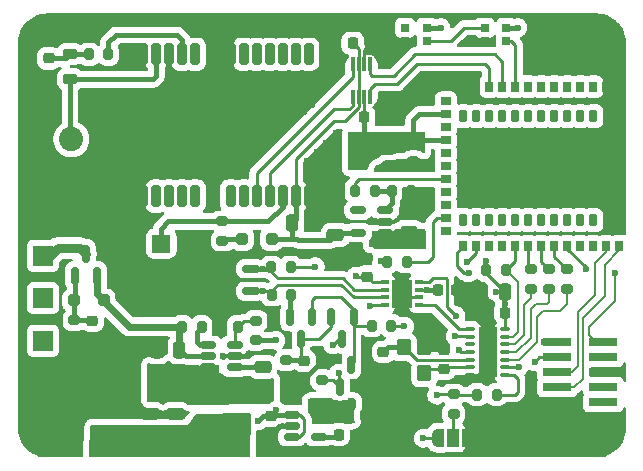
<source format=gbr>
%TF.GenerationSoftware,KiCad,Pcbnew,9.0.6-9.0.6~ubuntu24.04.1*%
%TF.CreationDate,2025-12-29T16:18:33+03:00*%
%TF.ProjectId,rc_ble,72635f62-6c65-42e6-9b69-6361645f7063,rev?*%
%TF.SameCoordinates,Original*%
%TF.FileFunction,Copper,L1,Top*%
%TF.FilePolarity,Positive*%
%FSLAX46Y46*%
G04 Gerber Fmt 4.6, Leading zero omitted, Abs format (unit mm)*
G04 Created by KiCad (PCBNEW 9.0.6-9.0.6~ubuntu24.04.1) date 2025-12-29 16:18:33*
%MOMM*%
%LPD*%
G01*
G04 APERTURE LIST*
G04 Aperture macros list*
%AMRoundRect*
0 Rectangle with rounded corners*
0 $1 Rounding radius*
0 $2 $3 $4 $5 $6 $7 $8 $9 X,Y pos of 4 corners*
0 Add a 4 corners polygon primitive as box body*
4,1,4,$2,$3,$4,$5,$6,$7,$8,$9,$2,$3,0*
0 Add four circle primitives for the rounded corners*
1,1,$1+$1,$2,$3*
1,1,$1+$1,$4,$5*
1,1,$1+$1,$6,$7*
1,1,$1+$1,$8,$9*
0 Add four rect primitives between the rounded corners*
20,1,$1+$1,$2,$3,$4,$5,0*
20,1,$1+$1,$4,$5,$6,$7,0*
20,1,$1+$1,$6,$7,$8,$9,0*
20,1,$1+$1,$8,$9,$2,$3,0*%
%AMFreePoly0*
4,1,23,0.550000,-0.750000,0.000000,-0.750000,0.000000,-0.745722,-0.065263,-0.745722,-0.191342,-0.711940,-0.304381,-0.646677,-0.396677,-0.554381,-0.461940,-0.441342,-0.495722,-0.315263,-0.495722,-0.250000,-0.500000,-0.250000,-0.500000,0.250000,-0.495722,0.250000,-0.495722,0.315263,-0.461940,0.441342,-0.396677,0.554381,-0.304381,0.646677,-0.191342,0.711940,-0.065263,0.745722,0.000000,0.745722,
0.000000,0.750000,0.550000,0.750000,0.550000,-0.750000,0.550000,-0.750000,$1*%
%AMFreePoly1*
4,1,23,0.000000,0.745722,0.065263,0.745722,0.191342,0.711940,0.304381,0.646677,0.396677,0.554381,0.461940,0.441342,0.495722,0.315263,0.495722,0.250000,0.500000,0.250000,0.500000,-0.250000,0.495722,-0.250000,0.495722,-0.315263,0.461940,-0.441342,0.396677,-0.554381,0.304381,-0.646677,0.191342,-0.711940,0.065263,-0.745722,0.000000,-0.745722,0.000000,-0.750000,-0.550000,-0.750000,
-0.550000,0.750000,0.000000,0.750000,0.000000,0.745722,0.000000,0.745722,$1*%
G04 Aperture macros list end*
%TA.AperFunction,SMDPad,CuDef*%
%ADD10FreePoly0,0.000000*%
%TD*%
%TA.AperFunction,SMDPad,CuDef*%
%ADD11R,1.000000X1.500000*%
%TD*%
%TA.AperFunction,SMDPad,CuDef*%
%ADD12FreePoly1,0.000000*%
%TD*%
%TA.AperFunction,SMDPad,CuDef*%
%ADD13RoundRect,0.225000X-0.225000X-0.250000X0.225000X-0.250000X0.225000X0.250000X-0.225000X0.250000X0*%
%TD*%
%TA.AperFunction,SMDPad,CuDef*%
%ADD14RoundRect,0.200000X-0.275000X0.200000X-0.275000X-0.200000X0.275000X-0.200000X0.275000X0.200000X0*%
%TD*%
%TA.AperFunction,SMDPad,CuDef*%
%ADD15R,2.400000X0.740000*%
%TD*%
%TA.AperFunction,SMDPad,CuDef*%
%ADD16RoundRect,0.250000X-0.475000X0.250000X-0.475000X-0.250000X0.475000X-0.250000X0.475000X0.250000X0*%
%TD*%
%TA.AperFunction,SMDPad,CuDef*%
%ADD17RoundRect,0.225000X-0.250000X0.225000X-0.250000X-0.225000X0.250000X-0.225000X0.250000X0.225000X0*%
%TD*%
%TA.AperFunction,ComponentPad*%
%ADD18R,1.700000X1.700000*%
%TD*%
%TA.AperFunction,SMDPad,CuDef*%
%ADD19RoundRect,0.218750X0.381250X-0.218750X0.381250X0.218750X-0.381250X0.218750X-0.381250X-0.218750X0*%
%TD*%
%TA.AperFunction,SMDPad,CuDef*%
%ADD20RoundRect,0.200000X-0.200000X-0.275000X0.200000X-0.275000X0.200000X0.275000X-0.200000X0.275000X0*%
%TD*%
%TA.AperFunction,SMDPad,CuDef*%
%ADD21RoundRect,0.150000X-0.150000X0.587500X-0.150000X-0.587500X0.150000X-0.587500X0.150000X0.587500X0*%
%TD*%
%TA.AperFunction,SMDPad,CuDef*%
%ADD22R,1.000000X1.000000*%
%TD*%
%TA.AperFunction,SMDPad,CuDef*%
%ADD23RoundRect,0.350000X1.750000X0.350000X-1.750000X0.350000X-1.750000X-0.350000X1.750000X-0.350000X0*%
%TD*%
%TA.AperFunction,SMDPad,CuDef*%
%ADD24RoundRect,0.200000X0.200000X0.275000X-0.200000X0.275000X-0.200000X-0.275000X0.200000X-0.275000X0*%
%TD*%
%TA.AperFunction,SMDPad,CuDef*%
%ADD25RoundRect,0.250000X-0.250000X-0.475000X0.250000X-0.475000X0.250000X0.475000X-0.250000X0.475000X0*%
%TD*%
%TA.AperFunction,SMDPad,CuDef*%
%ADD26RoundRect,0.087500X-0.087500X0.537500X-0.087500X-0.537500X0.087500X-0.537500X0.087500X0.537500X0*%
%TD*%
%TA.AperFunction,SMDPad,CuDef*%
%ADD27RoundRect,0.250000X0.475000X-0.250000X0.475000X0.250000X-0.475000X0.250000X-0.475000X-0.250000X0*%
%TD*%
%TA.AperFunction,SMDPad,CuDef*%
%ADD28RoundRect,0.225000X0.250000X-0.225000X0.250000X0.225000X-0.250000X0.225000X-0.250000X-0.225000X0*%
%TD*%
%TA.AperFunction,SMDPad,CuDef*%
%ADD29RoundRect,0.250000X-0.250000X-0.250000X0.250000X-0.250000X0.250000X0.250000X-0.250000X0.250000X0*%
%TD*%
%TA.AperFunction,ComponentPad*%
%ADD30C,0.700000*%
%TD*%
%TA.AperFunction,ComponentPad*%
%ADD31C,4.400000*%
%TD*%
%TA.AperFunction,SMDPad,CuDef*%
%ADD32RoundRect,0.150000X-0.512500X-0.150000X0.512500X-0.150000X0.512500X0.150000X-0.512500X0.150000X0*%
%TD*%
%TA.AperFunction,SMDPad,CuDef*%
%ADD33RoundRect,0.200000X0.275000X-0.200000X0.275000X0.200000X-0.275000X0.200000X-0.275000X-0.200000X0*%
%TD*%
%TA.AperFunction,SMDPad,CuDef*%
%ADD34RoundRect,0.250000X0.350000X-0.450000X0.350000X0.450000X-0.350000X0.450000X-0.350000X-0.450000X0*%
%TD*%
%TA.AperFunction,SMDPad,CuDef*%
%ADD35O,0.850000X0.350000*%
%TD*%
%TA.AperFunction,SMDPad,CuDef*%
%ADD36R,1.650000X4.250000*%
%TD*%
%TA.AperFunction,SMDPad,CuDef*%
%ADD37RoundRect,0.150000X0.512500X0.150000X-0.512500X0.150000X-0.512500X-0.150000X0.512500X-0.150000X0*%
%TD*%
%TA.AperFunction,SMDPad,CuDef*%
%ADD38R,0.700000X0.700000*%
%TD*%
%TA.AperFunction,SMDPad,CuDef*%
%ADD39RoundRect,0.250000X0.250000X0.250000X-0.250000X0.250000X-0.250000X-0.250000X0.250000X-0.250000X0*%
%TD*%
%TA.AperFunction,SMDPad,CuDef*%
%ADD40RoundRect,0.105000X-0.245000X0.345000X-0.245000X-0.345000X0.245000X-0.345000X0.245000X0.345000X0*%
%TD*%
%TA.AperFunction,SMDPad,CuDef*%
%ADD41RoundRect,0.105000X-0.345000X-0.245000X0.345000X-0.245000X0.345000X0.245000X-0.345000X0.245000X0*%
%TD*%
%TA.AperFunction,SMDPad,CuDef*%
%ADD42RoundRect,0.105000X0.245000X-0.345000X0.245000X0.345000X-0.245000X0.345000X-0.245000X-0.345000X0*%
%TD*%
%TA.AperFunction,SMDPad,CuDef*%
%ADD43RoundRect,0.105000X0.245000X-0.395000X0.245000X0.395000X-0.245000X0.395000X-0.245000X-0.395000X0*%
%TD*%
%TA.AperFunction,SMDPad,CuDef*%
%ADD44RoundRect,0.225000X0.225000X0.250000X-0.225000X0.250000X-0.225000X-0.250000X0.225000X-0.250000X0*%
%TD*%
%TA.AperFunction,SMDPad,CuDef*%
%ADD45RoundRect,0.250000X0.250000X0.475000X-0.250000X0.475000X-0.250000X-0.475000X0.250000X-0.475000X0*%
%TD*%
%TA.AperFunction,SMDPad,CuDef*%
%ADD46RoundRect,0.250000X1.000000X0.650000X-1.000000X0.650000X-1.000000X-0.650000X1.000000X-0.650000X0*%
%TD*%
%TA.AperFunction,SMDPad,CuDef*%
%ADD47RoundRect,0.150000X0.150000X-0.587500X0.150000X0.587500X-0.150000X0.587500X-0.150000X-0.587500X0*%
%TD*%
%TA.AperFunction,ComponentPad*%
%ADD48C,2.050000*%
%TD*%
%TA.AperFunction,ComponentPad*%
%ADD49C,2.250000*%
%TD*%
%TA.AperFunction,ComponentPad*%
%ADD50RoundRect,0.250000X-0.550000X0.550000X-0.550000X-0.550000X0.550000X-0.550000X0.550000X0.550000X0*%
%TD*%
%TA.AperFunction,ComponentPad*%
%ADD51C,1.600000*%
%TD*%
%TA.AperFunction,SMDPad,CuDef*%
%ADD52R,0.762000X0.304800*%
%TD*%
%TA.AperFunction,SMDPad,CuDef*%
%ADD53R,1.651000X2.438400*%
%TD*%
%TA.AperFunction,SMDPad,CuDef*%
%ADD54RoundRect,0.200000X-0.200000X0.700000X-0.200000X-0.700000X0.200000X-0.700000X0.200000X0.700000X0*%
%TD*%
%TA.AperFunction,SMDPad,CuDef*%
%ADD55RoundRect,0.150000X0.587500X0.150000X-0.587500X0.150000X-0.587500X-0.150000X0.587500X-0.150000X0*%
%TD*%
%TA.AperFunction,ViaPad*%
%ADD56C,0.600000*%
%TD*%
%TA.AperFunction,Conductor*%
%ADD57C,0.400000*%
%TD*%
%TA.AperFunction,Conductor*%
%ADD58C,0.250000*%
%TD*%
%TA.AperFunction,Conductor*%
%ADD59C,0.200000*%
%TD*%
%TA.AperFunction,Conductor*%
%ADD60C,0.500000*%
%TD*%
%TA.AperFunction,Conductor*%
%ADD61C,0.600000*%
%TD*%
%TA.AperFunction,Conductor*%
%ADD62C,0.800000*%
%TD*%
G04 APERTURE END LIST*
D10*
%TO.P,JP101,1,A*%
%TO.N,/3V3*%
X130580000Y-99160000D03*
D11*
%TO.P,JP101,2,C*%
%TO.N,Net-(JP101-C)*%
X131880000Y-99160000D03*
D12*
%TO.P,JP101,3,B*%
%TO.N,GND*%
X133180000Y-99160000D03*
%TD*%
D13*
%TO.P,C108,1*%
%TO.N,/3V3*%
X124355000Y-72030000D03*
%TO.P,C108,2*%
%TO.N,GND*%
X125905000Y-72030000D03*
%TD*%
D14*
%TO.P,R102,1*%
%TO.N,/ublox/GPS_VBAT*%
X112360000Y-80845000D03*
%TO.P,R102,2*%
%TO.N,Net-(D101-K)*%
X112360000Y-82495000D03*
%TD*%
D15*
%TO.P,J104,1,Pin_1*%
%TO.N,/5V*%
X140700000Y-91050000D03*
%TO.P,J104,2,Pin_2*%
%TO.N,/RST*%
X144600000Y-91050000D03*
%TO.P,J104,3,Pin_3*%
%TO.N,/3V3*%
X140700000Y-92320000D03*
%TO.P,J104,4,Pin_4*%
%TO.N,unconnected-(J104-Pin_4-Pad4)*%
X144600000Y-92320000D03*
%TO.P,J104,5,Pin_5*%
%TO.N,/SWD_IO*%
X140700000Y-93590000D03*
%TO.P,J104,6,Pin_6*%
%TO.N,GND*%
X144600000Y-93590000D03*
%TO.P,J104,7,Pin_7*%
%TO.N,/SWD_CLK*%
X140700000Y-94860000D03*
%TO.P,J104,8,Pin_8*%
%TO.N,unconnected-(J104-Pin_8-Pad8)*%
X144600000Y-94860000D03*
%TO.P,J104,9,Pin_9*%
%TO.N,GND*%
X140700000Y-96130000D03*
%TO.P,J104,10,Pin_10*%
%TO.N,unconnected-(J104-Pin_10-Pad10)*%
X144600000Y-96130000D03*
%TD*%
D16*
%TO.P,C113,1*%
%TO.N,/3V3*%
X126710000Y-74290000D03*
%TO.P,C113,2*%
%TO.N,GND*%
X126710000Y-76190000D03*
%TD*%
D17*
%TO.P,C110,1*%
%TO.N,Net-(D104-A)*%
X101350000Y-89280000D03*
%TO.P,C110,2*%
%TO.N,GND*%
X101350000Y-90830000D03*
%TD*%
D18*
%TO.P,J302,1,Pin_1*%
%TO.N,/CAN/CAN1_LOW*%
X97150000Y-87350000D03*
%TD*%
D13*
%TO.P,C106,1*%
%TO.N,/GPS_POWER*%
X123380000Y-65750000D03*
%TO.P,C106,2*%
%TO.N,GND*%
X124930000Y-65750000D03*
%TD*%
D17*
%TO.P,C101,1*%
%TO.N,Net-(U101-OSC2)*%
X125990001Y-91900000D03*
%TO.P,C101,2*%
%TO.N,GND*%
X125990001Y-93450000D03*
%TD*%
D19*
%TO.P,L201,1,1*%
%TO.N,/ublox/GPS_RF*%
X99450000Y-68812500D03*
%TO.P,L201,2,2*%
%TO.N,Net-(C201-Pad1)*%
X99450000Y-66687500D03*
%TD*%
D20*
%TO.P,R101,1*%
%TO.N,/3V3*%
X134700000Y-85000000D03*
%TO.P,R101,2*%
%TO.N,/MCP_SPI_CS*%
X136350000Y-85000000D03*
%TD*%
D21*
%TO.P,Q303,1,G*%
%TO.N,Net-(Q301-D)*%
X123470000Y-88930000D03*
%TO.P,Q303,2,S*%
%TO.N,Net-(Q302-D)*%
X121570000Y-88930000D03*
%TO.P,Q303,3,D*%
%TO.N,Net-(Q303-D)*%
X122520000Y-90805000D03*
%TD*%
D22*
%TO.P,TP101,1,1*%
%TO.N,/5V*%
X102600000Y-99100000D03*
%TD*%
D23*
%TO.P,L401,1*%
%TO.N,Net-(D401-K)*%
X112100000Y-95025000D03*
%TO.P,L401,2*%
%TO.N,/5V*%
X112100000Y-98775000D03*
%TD*%
D24*
%TO.P,R302,1*%
%TO.N,/CAN_TERM*%
X127945000Y-84280000D03*
%TO.P,R302,2*%
%TO.N,Net-(Q301-G)*%
X126295000Y-84280000D03*
%TD*%
D25*
%TO.P,C202,1*%
%TO.N,/GPS_POWER*%
X118250000Y-80950000D03*
%TO.P,C202,2*%
%TO.N,GND*%
X120150000Y-80950000D03*
%TD*%
D13*
%TO.P,C112,1*%
%TO.N,Net-(U105-BP)*%
X122225000Y-98890000D03*
%TO.P,C112,2*%
%TO.N,GND*%
X123775000Y-98890000D03*
%TD*%
D14*
%TO.P,R110,1*%
%TO.N,Net-(U104-P1.06)*%
X140000000Y-84900000D03*
%TO.P,R110,2*%
%TO.N,/MCP_SPI_MOSI*%
X140000000Y-86550000D03*
%TD*%
D26*
%TO.P,U102,1,B2*%
%TO.N,/GPS_TX*%
X124880000Y-67540000D03*
%TO.P,U102,2,GND*%
%TO.N,GND*%
X124380000Y-67540000D03*
%TO.P,U102,3,VCCA*%
%TO.N,/GPS_POWER*%
X123880000Y-67540000D03*
%TO.P,U102,4,A2*%
%TO.N,/ublox/GPS_TX*%
X123380000Y-67540000D03*
%TO.P,U102,5,A1*%
%TO.N,/ublox/GPS_RX*%
X123380000Y-70340000D03*
%TO.P,U102,6,OE*%
%TO.N,/GPS_POWER*%
X123880000Y-70340000D03*
%TO.P,U102,7,VCCB*%
%TO.N,/3V3*%
X124380000Y-70340000D03*
%TO.P,U102,8,B1*%
%TO.N,/GPS_RX*%
X124880000Y-70340000D03*
%TD*%
D27*
%TO.P,C107,1*%
%TO.N,/GPS_POWER*%
X121910000Y-82010000D03*
%TO.P,C107,2*%
%TO.N,GND*%
X121910000Y-80110000D03*
%TD*%
D14*
%TO.P,R104,1*%
%TO.N,/CAN/CAN1S*%
X131920000Y-95485000D03*
%TO.P,R104,2*%
%TO.N,Net-(JP101-C)*%
X131920000Y-97135000D03*
%TD*%
D28*
%TO.P,C103,1*%
%TO.N,Net-(U101-OSC1)*%
X131140001Y-93325000D03*
%TO.P,C103,2*%
%TO.N,GND*%
X131140001Y-91775000D03*
%TD*%
D29*
%TO.P,D101,1,K*%
%TO.N,Net-(D101-K)*%
X114032500Y-82340000D03*
%TO.P,D101,2,A*%
%TO.N,/GPS_POWER*%
X116532500Y-82340000D03*
%TD*%
D27*
%TO.P,C404,1*%
%TO.N,/5V*%
X106240000Y-99020000D03*
%TO.P,C404,2*%
%TO.N,GND*%
X106240000Y-97120000D03*
%TD*%
D13*
%TO.P,C301,1*%
%TO.N,/5V*%
X130600000Y-86650000D03*
%TO.P,C301,2*%
%TO.N,GND*%
X132150000Y-86650000D03*
%TD*%
D30*
%TO.P,H101,1,1*%
%TO.N,GND*%
X142330000Y-65670000D03*
X142813274Y-64503274D03*
X142813274Y-66836726D03*
X143980000Y-64020000D03*
D31*
X143980000Y-65670000D03*
D30*
X143980000Y-67320000D03*
X145146726Y-64503274D03*
X145146726Y-66836726D03*
X145630000Y-65670000D03*
%TD*%
D32*
%TO.P,U105,1,VIN*%
%TO.N,/5V*%
X118235000Y-97200000D03*
%TO.P,U105,2,GND*%
%TO.N,GND*%
X118235000Y-98150000D03*
%TO.P,U105,3,ON/~{OFF}*%
%TO.N,/5V*%
X118235000Y-99100000D03*
%TO.P,U105,4,BP*%
%TO.N,Net-(U105-BP)*%
X120510000Y-99100000D03*
%TO.P,U105,5,VOUT*%
%TO.N,/3V3*%
X120510000Y-97200000D03*
%TD*%
D17*
%TO.P,C201,1*%
%TO.N,Net-(C201-Pad1)*%
X97650000Y-67050000D03*
%TO.P,C201,2*%
%TO.N,GND*%
X97650000Y-68600000D03*
%TD*%
D33*
%TO.P,R402,1*%
%TO.N,/5V*%
X115175000Y-90925000D03*
%TO.P,R402,2*%
%TO.N,Net-(U401-FB)*%
X115175000Y-89275000D03*
%TD*%
D20*
%TO.P,R401,1*%
%TO.N,/12V*%
X108950000Y-89780000D03*
%TO.P,R401,2*%
%TO.N,Net-(U401-~{SHDN})*%
X110600000Y-89780000D03*
%TD*%
D14*
%TO.P,R108,1*%
%TO.N,Net-(U104-P0.21)*%
X138450000Y-84900000D03*
%TO.P,R108,2*%
%TO.N,/MCP_SPI_MISO*%
X138450000Y-86550000D03*
%TD*%
D21*
%TO.P,Q302,1,G*%
%TO.N,Net-(Q301-D)*%
X119970000Y-88930000D03*
%TO.P,Q302,2,S*%
%TO.N,Net-(Q302-S)*%
X118070000Y-88930000D03*
%TO.P,Q302,3,D*%
%TO.N,Net-(Q302-D)*%
X119020000Y-90805000D03*
%TD*%
D34*
%TO.P,Y101,1,1*%
%TO.N,Net-(U101-OSC1)*%
X129450001Y-93700000D03*
%TO.P,Y101,2,2*%
%TO.N,GND*%
X129450001Y-91500000D03*
%TO.P,Y101,3,3*%
%TO.N,Net-(U101-OSC2)*%
X127750001Y-91500000D03*
%TO.P,Y101,4,4*%
%TO.N,GND*%
X127750001Y-93700000D03*
%TD*%
D18*
%TO.P,J102,1,Pin_1*%
%TO.N,/VIN*%
X97150000Y-83750000D03*
%TD*%
D35*
%TO.P,U101,1,TXCAN*%
%TO.N,/CAN/CAN1TX*%
X133312500Y-89950000D03*
%TO.P,U101,2,RXCAN*%
%TO.N,/CAN/CAN1RX*%
X133312500Y-90600000D03*
%TO.P,U101,3,CLKO/SOF*%
%TO.N,unconnected-(U101-CLKO{slash}SOF-Pad3)*%
X133312500Y-91250000D03*
%TO.P,U101,4,~{INT}*%
%TO.N,/MCP_INT*%
X133312500Y-91900000D03*
%TO.P,U101,5,OSC2*%
%TO.N,Net-(U101-OSC2)*%
X133312500Y-92550000D03*
%TO.P,U101,6,OSC1*%
%TO.N,Net-(U101-OSC1)*%
X133312500Y-93200000D03*
%TO.P,U101,7,VSS*%
%TO.N,GND*%
X133312500Y-93850000D03*
%TO.P,U101,8,~{INT1}/GPIO1*%
%TO.N,Net-(U101-~{INT1}{slash}GPIO1)*%
X136312500Y-93850000D03*
%TO.P,U101,9,~{INT0}/GPIO0/XSTBY*%
%TO.N,/MCP_RST*%
X136312500Y-93200000D03*
%TO.P,U101,10,SCK*%
%TO.N,/MCP_SPI_SCK*%
X136312500Y-92550000D03*
%TO.P,U101,11,SDI*%
%TO.N,/MCP_SPI_MOSI*%
X136312500Y-91900000D03*
%TO.P,U101,12,SDO*%
%TO.N,/MCP_SPI_MISO*%
X136312500Y-91250000D03*
%TO.P,U101,13,~{CS}*%
%TO.N,/MCP_SPI_CS*%
X136312500Y-90600000D03*
%TO.P,U101,14,VDD*%
%TO.N,/3V3*%
X136312500Y-89950000D03*
D36*
%TO.P,U101,15,VSS*%
%TO.N,GND*%
X134812500Y-91900000D03*
%TD*%
D37*
%TO.P,U401,1,CB*%
%TO.N,Net-(U401-CB)*%
X113387500Y-93212500D03*
%TO.P,U401,2,GND*%
%TO.N,GND*%
X113387500Y-92262500D03*
%TO.P,U401,3,FB*%
%TO.N,Net-(U401-FB)*%
X113387500Y-91312500D03*
%TO.P,U401,4,~{SHDN}*%
%TO.N,Net-(U401-~{SHDN})*%
X111112500Y-91312500D03*
%TO.P,U401,5,VIN*%
%TO.N,/12V*%
X111112500Y-92262500D03*
%TO.P,U401,6,SW*%
%TO.N,Net-(D401-K)*%
X111112500Y-93212500D03*
%TD*%
D20*
%TO.P,R201,1*%
%TO.N,Net-(C201-Pad1)*%
X101050000Y-66700000D03*
%TO.P,R201,2*%
%TO.N,Net-(U201-VCC_RF)*%
X102700000Y-66700000D03*
%TD*%
%TO.P,R306,1*%
%TO.N,/CAN/CAN1_LOW*%
X116495000Y-84730000D03*
%TO.P,R306,2*%
%TO.N,Net-(Q303-D)*%
X118145000Y-84730000D03*
%TD*%
D38*
%TO.P,D102,1,DOUT*%
%TO.N,Net-(D102-DOUT)*%
X134560000Y-64450000D03*
%TO.P,D102,2,VSS*%
%TO.N,GND*%
X134560000Y-65550000D03*
%TO.P,D102,3,DIN*%
%TO.N,/LED_CONTROL*%
X136390000Y-65550000D03*
%TO.P,D102,4,VDD*%
%TO.N,/5V*%
X136390000Y-64450000D03*
%TD*%
%TO.P,D103,1,DOUT*%
%TO.N,unconnected-(D103-DOUT-Pad1)*%
X127820000Y-64450000D03*
%TO.P,D103,2,VSS*%
%TO.N,GND*%
X127820000Y-65550000D03*
%TO.P,D103,3,DIN*%
%TO.N,Net-(D102-DOUT)*%
X129650000Y-65550000D03*
%TO.P,D103,4,VDD*%
%TO.N,/5V*%
X129650000Y-64450000D03*
%TD*%
D20*
%TO.P,R304,1*%
%TO.N,/CAN/CAN1_HI*%
X116535000Y-87065000D03*
%TO.P,R304,2*%
%TO.N,Net-(Q302-S)*%
X118185000Y-87065000D03*
%TD*%
D18*
%TO.P,J103,1,Pin_1*%
%TO.N,GND*%
X97150000Y-80150000D03*
%TD*%
D24*
%TO.P,R301,1*%
%TO.N,/5V*%
X126635000Y-89680000D03*
%TO.P,R301,2*%
%TO.N,Net-(Q301-D)*%
X124985000Y-89680000D03*
%TD*%
D39*
%TO.P,D104,1,K*%
%TO.N,/12V*%
X102300000Y-87530000D03*
%TO.P,D104,2,A*%
%TO.N,Net-(D104-A)*%
X99800000Y-87530000D03*
%TD*%
D14*
%TO.P,R107,1*%
%TO.N,Net-(D104-A)*%
X99800000Y-89215000D03*
%TO.P,R107,2*%
%TO.N,GND*%
X99800000Y-90865000D03*
%TD*%
D40*
%TO.P,U104,1,GND*%
%TO.N,GND*%
X144865000Y-69435000D03*
%TO.P,U104,2,P0.08*%
%TO.N,unconnected-(U104-P0.08-Pad2)*%
X143765000Y-69435000D03*
%TO.P,U104,3,P1.03*%
%TO.N,unconnected-(U104-P1.03-Pad3)*%
X142665000Y-69435000D03*
%TO.P,U104,4,P0.07_(Analog)*%
%TO.N,unconnected-(U104-P0.07_(Analog)-Pad4)*%
X141565000Y-69435000D03*
%TO.P,U104,5,P0.06_(Analog)*%
%TO.N,unconnected-(U104-P0.06_(Analog)-Pad5)*%
X140465000Y-69435000D03*
%TO.P,U104,6,P0.05_(Analog)*%
%TO.N,unconnected-(U104-P0.05_(Analog)-Pad6)*%
X139365000Y-69435000D03*
%TO.P,U104,7,P0.04_(Analog)*%
%TO.N,unconnected-(U104-P0.04_(Analog)-Pad7)*%
X138265000Y-69435000D03*
%TO.P,U104,8,P1.00*%
%TO.N,/LED_CONTROL*%
X137165000Y-69435000D03*
%TO.P,U104,9,P1.01*%
%TO.N,/GPS_TX*%
X136065000Y-69435000D03*
%TO.P,U104,10,P1.02*%
%TO.N,/GPS_RX*%
X134965000Y-69435000D03*
%TO.P,U104,11,GND*%
%TO.N,GND*%
X133865000Y-69435000D03*
%TO.P,U104,12,GND*%
X132765000Y-69435000D03*
D41*
%TO.P,U104,13,VBUS*%
%TO.N,unconnected-(U104-VBUS-Pad13)*%
X131265000Y-70685000D03*
%TO.P,U104,14,VDDH*%
%TO.N,/3V3*%
X131265000Y-71785000D03*
%TO.P,U104,15,DCCH*%
%TO.N,unconnected-(U104-DCCH-Pad15)*%
X131265000Y-72885000D03*
%TO.P,U104,16,VDD*%
%TO.N,/3V3*%
X131265000Y-73985000D03*
%TO.P,U104,17,P0.13_(QSPI)*%
%TO.N,unconnected-(U104-P0.13_(QSPI)-Pad17)*%
X131265000Y-75085000D03*
%TO.P,U104,18,P0.14_(QSPI)*%
%TO.N,unconnected-(U104-P0.14_(QSPI)-Pad18)*%
X131265000Y-76185000D03*
%TO.P,U104,19,P0.15_(QSPI)*%
%TO.N,/GPS_ENABLE*%
X131265000Y-77285000D03*
%TO.P,U104,20,P0.17_(QSPI)*%
%TO.N,unconnected-(U104-P0.17_(QSPI)-Pad20)*%
X131265000Y-78385000D03*
%TO.P,U104,21,P0.18_(QSPI)*%
%TO.N,unconnected-(U104-P0.18_(QSPI)-Pad21)*%
X131265000Y-79485000D03*
%TO.P,U104,22,P0.20*%
%TO.N,/CAN_TERM*%
X131265000Y-80585000D03*
%TO.P,U104,23,P1.05*%
%TO.N,unconnected-(U104-P1.05-Pad23)*%
X131265000Y-81685000D03*
D42*
%TO.P,U104,24,P1.07*%
%TO.N,/MCP_INT*%
X132765000Y-82935000D03*
%TO.P,U104,25,P1.09*%
%TO.N,/MCP_RST*%
X133865000Y-82935000D03*
%TO.P,U104,26,P0.25_(Analog)*%
%TO.N,unconnected-(U104-P0.25_(Analog)-Pad26)*%
X134965000Y-82935000D03*
%TO.P,U104,27,P0.29*%
%TO.N,unconnected-(U104-P0.29-Pad27)*%
X136065000Y-82935000D03*
%TO.P,U104,28,P0.19*%
%TO.N,/MCP_SPI_CS*%
X137165000Y-82935000D03*
%TO.P,U104,29,P0.21*%
%TO.N,Net-(U104-P0.21)*%
X138265000Y-82935000D03*
%TO.P,U104,30,P1.06*%
%TO.N,Net-(U104-P1.06)*%
X139365000Y-82935000D03*
%TO.P,U104,31,P0.27*%
%TO.N,Net-(U104-P0.27)*%
X140465000Y-82935000D03*
%TO.P,U104,32,RST*%
%TO.N,/RST*%
X141565000Y-82935000D03*
%TO.P,U104,33,P0.28_(Analog)*%
%TO.N,unconnected-(U104-P0.28_(Analog)-Pad33)*%
X142665000Y-82935000D03*
%TO.P,U104,34,P1.10*%
%TO.N,unconnected-(U104-P1.10-Pad34)*%
X143765000Y-82935000D03*
%TO.P,U104,35,SWDIO*%
%TO.N,/SWD_IO*%
X144865000Y-82935000D03*
%TO.P,U104,36,SWDCK*%
%TO.N,/SWD_CLK*%
X145965000Y-82935000D03*
D43*
%TO.P,U104,37,P0.30*%
%TO.N,unconnected-(U104-P0.30-Pad37)*%
X142665000Y-71935000D03*
%TO.P,U104,38,P0.31*%
%TO.N,unconnected-(U104-P0.31-Pad38)*%
X143765000Y-71935000D03*
%TO.P,U104,39,P1.11*%
%TO.N,unconnected-(U104-P1.11-Pad39)*%
X141565000Y-71935000D03*
%TO.P,U104,40,P1.12*%
%TO.N,unconnected-(U104-P1.12-Pad40)*%
X140465000Y-71935000D03*
%TO.P,U104,41,P1.13*%
%TO.N,unconnected-(U104-P1.13-Pad41)*%
X139365000Y-71935000D03*
%TO.P,U104,42,P1.14*%
%TO.N,unconnected-(U104-P1.14-Pad42)*%
X138265000Y-71935000D03*
%TO.P,U104,43,P1.15*%
%TO.N,unconnected-(U104-P1.15-Pad43)*%
X137165000Y-71935000D03*
%TO.P,U104,44,USB_D-*%
%TO.N,unconnected-(U104-USB_D--Pad44)*%
X136065000Y-71935000D03*
%TO.P,U104,45,USB_D+*%
%TO.N,unconnected-(U104-USB_D+-Pad45)*%
X134965000Y-71935000D03*
%TO.P,U104,46,P0.02_(NFC)*%
%TO.N,unconnected-(U104-P0.02_(NFC)-Pad46)*%
X133865000Y-71935000D03*
%TO.P,U104,47,P0.03_(NFC)*%
%TO.N,unconnected-(U104-P0.03_(NFC)-Pad47)*%
X132765000Y-71935000D03*
%TO.P,U104,48,P0.23*%
%TO.N,unconnected-(U104-P0.23-Pad48)*%
X132765000Y-80735000D03*
%TO.P,U104,49,P0.22*%
%TO.N,unconnected-(U104-P0.22-Pad49)*%
X133865000Y-80735000D03*
%TO.P,U104,50,P0.09_(HSPI_MOSI)*%
%TO.N,unconnected-(U104-P0.09_(HSPI_MOSI)-Pad50)*%
X134965000Y-80735000D03*
%TO.P,U104,51,P0.10_(HSPI_MISO)*%
%TO.N,unconnected-(U104-P0.10_(HSPI_MISO)-Pad51)*%
X136065000Y-80735000D03*
%TO.P,U104,52,P0.11_(HSPI_CS)*%
%TO.N,unconnected-(U104-P0.11_(HSPI_CS)-Pad52)*%
X137165000Y-80735000D03*
%TO.P,U104,53,P0.12_(HSPI_DCX)*%
%TO.N,unconnected-(U104-P0.12_(HSPI_DCX)-Pad53)*%
X138265000Y-80735000D03*
%TO.P,U104,54,P0.16_(QSPI)*%
%TO.N,unconnected-(U104-P0.16_(QSPI)-Pad54)*%
X139365000Y-80735000D03*
%TO.P,U104,55,P1.04*%
%TO.N,unconnected-(U104-P1.04-Pad55)*%
X140465000Y-80735000D03*
%TO.P,U104,56,P1.08*%
%TO.N,unconnected-(U104-P1.08-Pad56)*%
X141565000Y-80735000D03*
%TO.P,U104,57,P0.24*%
%TO.N,unconnected-(U104-P0.24-Pad57)*%
X142665000Y-80735000D03*
%TO.P,U104,58,P0.26_(Analog)*%
%TO.N,unconnected-(U104-P0.26_(Analog)-Pad58)*%
X143765000Y-80735000D03*
%TD*%
D30*
%TO.P,H102,1,1*%
%TO.N,GND*%
X95910000Y-98310000D03*
X96393274Y-97143274D03*
X96393274Y-99476726D03*
X97560000Y-96660000D03*
D31*
X97560000Y-98310000D03*
D30*
X97560000Y-99960000D03*
X98726726Y-97143274D03*
X98726726Y-99476726D03*
X99210000Y-98310000D03*
%TD*%
D14*
%TO.P,R305,1*%
%TO.N,Net-(Q302-D)*%
X117740000Y-92585000D03*
%TO.P,R305,2*%
%TO.N,GND*%
X117740000Y-94235000D03*
%TD*%
D44*
%TO.P,C105,1*%
%TO.N,/3V3*%
X136292500Y-88590000D03*
%TO.P,C105,2*%
%TO.N,GND*%
X134742500Y-88590000D03*
%TD*%
D24*
%TO.P,R403,1*%
%TO.N,Net-(U401-FB)*%
X113650000Y-89775000D03*
%TO.P,R403,2*%
%TO.N,GND*%
X112000000Y-89775000D03*
%TD*%
D45*
%TO.P,C401,1*%
%TO.N,/12V*%
X108720000Y-91720000D03*
%TO.P,C401,2*%
%TO.N,GND*%
X106820000Y-91720000D03*
%TD*%
D46*
%TO.P,D401,1,K*%
%TO.N,Net-(D401-K)*%
X107950000Y-94525000D03*
%TO.P,D401,2,A*%
%TO.N,GND*%
X103950000Y-94525000D03*
%TD*%
D45*
%TO.P,C102,1*%
%TO.N,/3V3*%
X136262500Y-86810000D03*
%TO.P,C102,2*%
%TO.N,GND*%
X134362500Y-86810000D03*
%TD*%
D14*
%TO.P,R109,1*%
%TO.N,Net-(U104-P0.27)*%
X141500000Y-84900000D03*
%TO.P,R109,2*%
%TO.N,/MCP_SPI_SCK*%
X141500000Y-86550000D03*
%TD*%
D47*
%TO.P,Q301,1,G*%
%TO.N,Net-(Q301-G)*%
X122320000Y-94847500D03*
%TO.P,Q301,2,S*%
%TO.N,GND*%
X124220000Y-94847500D03*
%TO.P,Q301,3,D*%
%TO.N,Net-(Q301-D)*%
X123270000Y-92972500D03*
%TD*%
D18*
%TO.P,J301,1,Pin_1*%
%TO.N,/CAN/CAN1_HI*%
X97150000Y-90950000D03*
%TD*%
D48*
%TO.P,J101,1,In*%
%TO.N,/ublox/GPS_RF*%
X99560000Y-73890000D03*
D49*
%TO.P,J101,2,Ext*%
%TO.N,GND*%
X97020000Y-71350000D03*
X97020000Y-76430000D03*
X102100000Y-71350000D03*
X102100000Y-76430000D03*
%TD*%
D50*
%TO.P,C104,1*%
%TO.N,/ublox/GPS_VBAT*%
X107170000Y-82740000D03*
D51*
%TO.P,C104,2*%
%TO.N,GND*%
X107170000Y-86240000D03*
%TD*%
D14*
%TO.P,R303,1*%
%TO.N,GND*%
X120750000Y-92595000D03*
%TO.P,R303,2*%
%TO.N,Net-(Q301-G)*%
X120750000Y-94245000D03*
%TD*%
D20*
%TO.P,R105,1*%
%TO.N,Net-(U103-EN)*%
X126700000Y-78300000D03*
%TO.P,R105,2*%
%TO.N,GND*%
X128350000Y-78300000D03*
%TD*%
D52*
%TO.P,U301,1,TXD*%
%TO.N,/CAN/CAN1TX*%
X129025000Y-87939958D03*
%TO.P,U301,2,GND*%
%TO.N,GND*%
X129025000Y-87289972D03*
%TO.P,U301,3,VCC*%
%TO.N,/5V*%
X129025000Y-86639986D03*
%TO.P,U301,4,RXD*%
%TO.N,/CAN/CAN1RX*%
X129025000Y-85990000D03*
%TO.P,U301,5,VIO*%
%TO.N,/3V3*%
X126078600Y-85990000D03*
%TO.P,U301,6,CANL*%
%TO.N,/CAN/CAN1_LOW*%
X126078600Y-86639986D03*
%TO.P,U301,7,CANH*%
%TO.N,/CAN/CAN1_HI*%
X126078600Y-87289972D03*
%TO.P,U301,8,STB*%
%TO.N,/CAN/CAN1S*%
X126078600Y-87939958D03*
D53*
%TO.P,U301,9,EPAD*%
%TO.N,GND*%
X127551800Y-86964979D03*
%TD*%
D37*
%TO.P,U103,1,IN*%
%TO.N,/5V*%
X126113750Y-81810000D03*
%TO.P,U103,2,GND*%
%TO.N,GND*%
X126113750Y-80860000D03*
%TO.P,U103,3,EN*%
%TO.N,Net-(U103-EN)*%
X126113750Y-79910000D03*
%TO.P,U103,4,NC*%
%TO.N,unconnected-(U103-NC-Pad4)*%
X123838750Y-79910000D03*
%TO.P,U103,5,OUT*%
%TO.N,/GPS_POWER*%
X123838750Y-81810000D03*
%TD*%
D13*
%TO.P,C114,1*%
%TO.N,/3V3*%
X122920000Y-97260000D03*
%TO.P,C114,2*%
%TO.N,GND*%
X124470000Y-97260000D03*
%TD*%
D24*
%TO.P,R106,1*%
%TO.N,Net-(U103-EN)*%
X125255000Y-78260000D03*
%TO.P,R106,2*%
%TO.N,/GPS_ENABLE*%
X123605000Y-78260000D03*
%TD*%
D28*
%TO.P,C302,1*%
%TO.N,/3V3*%
X124600000Y-85525000D03*
%TO.P,C302,2*%
%TO.N,GND*%
X124600000Y-83975000D03*
%TD*%
D54*
%TO.P,U201,1,SAFE_BOOT*%
%TO.N,unconnected-(U201-SAFE_BOOT-Pad1)*%
X119650000Y-66700000D03*
%TO.P,U201,2,D_SEL*%
%TO.N,unconnected-(U201-D_SEL-Pad2)*%
X118550000Y-66700000D03*
%TO.P,U201,3,TIMEPULSE*%
%TO.N,unconnected-(U201-TIMEPULSE-Pad3)*%
X117450000Y-66700000D03*
%TO.P,U201,4,EXTINT*%
%TO.N,unconnected-(U201-EXTINT-Pad4)*%
X116350000Y-66700000D03*
%TO.P,U201,5,USB_DM*%
%TO.N,unconnected-(U201-USB_DM-Pad5)*%
X115250000Y-66700000D03*
%TO.P,U201,6,USB_DP*%
%TO.N,unconnected-(U201-USB_DP-Pad6)*%
X114150000Y-66700000D03*
%TO.P,U201,7,VDD_USB*%
%TO.N,GND*%
X113050000Y-66700000D03*
%TO.P,U201,8,RESET_N*%
%TO.N,unconnected-(U201-RESET_N-Pad8)*%
X110050000Y-66700000D03*
%TO.P,U201,9,VCC_RF*%
%TO.N,Net-(U201-VCC_RF)*%
X108950000Y-66700000D03*
%TO.P,U201,10,GND@1*%
%TO.N,GND*%
X107850000Y-66700000D03*
%TO.P,U201,11,RF_IN*%
%TO.N,/ublox/GPS_RF*%
X106750000Y-66700000D03*
%TO.P,U201,12,GND@2*%
%TO.N,GND*%
X105650000Y-66700000D03*
%TO.P,U201,13,GND@3*%
X105650000Y-78700000D03*
%TO.P,U201,14,ANT_ON*%
%TO.N,unconnected-(U201-ANT_ON-Pad14)*%
X106750000Y-78700000D03*
%TO.P,U201,15,RES@2*%
%TO.N,unconnected-(U201-RES@2-Pad15)*%
X107850000Y-78700000D03*
%TO.P,U201,16,RES@3*%
%TO.N,unconnected-(U201-RES@3-Pad16)*%
X108950000Y-78700000D03*
%TO.P,U201,17,RES@4*%
%TO.N,unconnected-(U201-RES@4-Pad17)*%
X110050000Y-78700000D03*
%TO.P,U201,18,SDA/SPICS_N*%
%TO.N,unconnected-(U201-SDA{slash}SPICS_N-Pad18)*%
X113050000Y-78700000D03*
%TO.P,U201,19,SCL/SPICLK*%
%TO.N,unconnected-(U201-SCL{slash}SPICLK-Pad19)*%
X114150000Y-78700000D03*
%TO.P,U201,20,TXD/SPIMISO*%
%TO.N,/ublox/GPS_TX*%
X115250000Y-78700000D03*
%TO.P,U201,21,RXD/SPIMOSI*%
%TO.N,/ublox/GPS_RX*%
X116350000Y-78700000D03*
%TO.P,U201,22,V_BCKP*%
%TO.N,/ublox/GPS_VBAT*%
X117450000Y-78700000D03*
%TO.P,U201,23,VCC*%
%TO.N,/GPS_POWER*%
X118550000Y-78700000D03*
%TO.P,U201,24,GND@4*%
%TO.N,GND*%
X119650000Y-78700000D03*
%TD*%
D27*
%TO.P,C109,1*%
%TO.N,/5V*%
X128126250Y-81710000D03*
%TO.P,C109,2*%
%TO.N,GND*%
X128126250Y-79810000D03*
%TD*%
D16*
%TO.P,C402,1*%
%TO.N,Net-(U401-CB)*%
X115750000Y-93175000D03*
%TO.P,C402,2*%
%TO.N,Net-(D401-K)*%
X115750000Y-95075000D03*
%TD*%
D17*
%TO.P,C303,1*%
%TO.N,Net-(Q302-D)*%
X119270000Y-92635000D03*
%TO.P,C303,2*%
%TO.N,GND*%
X119270000Y-94185000D03*
%TD*%
D24*
%TO.P,R103,1*%
%TO.N,Net-(U101-~{INT1}{slash}GPIO1)*%
X135560000Y-95510000D03*
%TO.P,R103,2*%
%TO.N,/CAN/CAN1S*%
X133910000Y-95510000D03*
%TD*%
D22*
%TO.P,TP102,1,1*%
%TO.N,/3V3*%
X124100000Y-74540000D03*
%TD*%
D55*
%TO.P,D301,1,K*%
%TO.N,/CAN/CAN1_HI*%
X114760000Y-86750000D03*
%TO.P,D301,2,K*%
%TO.N,/CAN/CAN1_LOW*%
X114760000Y-84850000D03*
%TO.P,D301,3,A*%
%TO.N,GND*%
X112885000Y-85800000D03*
%TD*%
D47*
%TO.P,Q101,1,G*%
%TO.N,Net-(D104-A)*%
X99860000Y-85460000D03*
%TO.P,Q101,2,S*%
%TO.N,/12V*%
X101760000Y-85460000D03*
%TO.P,Q101,3,D*%
%TO.N,/VIN*%
X100810000Y-83585000D03*
%TD*%
D17*
%TO.P,C115,1*%
%TO.N,/3V3*%
X128530000Y-74240000D03*
%TO.P,C115,2*%
%TO.N,GND*%
X128530000Y-75790000D03*
%TD*%
%TO.P,C111,1*%
%TO.N,/5V*%
X116440000Y-97320000D03*
%TO.P,C111,2*%
%TO.N,GND*%
X116440000Y-98870000D03*
%TD*%
D27*
%TO.P,C403,1*%
%TO.N,/5V*%
X108390000Y-99020000D03*
%TO.P,C403,2*%
%TO.N,GND*%
X108390000Y-97120000D03*
%TD*%
D56*
%TO.N,/3V3*%
X124540000Y-75890000D03*
X119960000Y-96230000D03*
X135540000Y-86790000D03*
X125410000Y-73650000D03*
X134630000Y-84220000D03*
X138790000Y-92710000D03*
X121280000Y-96230000D03*
X125390000Y-74290000D03*
X121830000Y-96870000D03*
X127780000Y-74290000D03*
X125390000Y-75020000D03*
X121830000Y-97510000D03*
X122700000Y-96190000D03*
X120630000Y-96240000D03*
X121980000Y-96210000D03*
X123370000Y-96200000D03*
X136262500Y-87820000D03*
X129340000Y-99192500D03*
X123650000Y-85480000D03*
%TO.N,GND*%
X104010000Y-92280000D03*
X102010000Y-95420000D03*
X110000000Y-76000000D03*
X130880000Y-90800000D03*
X107000000Y-73000000D03*
X113000000Y-70000000D03*
X120490000Y-91640000D03*
X105330000Y-92290000D03*
X111000000Y-73000000D03*
X125510000Y-76380000D03*
X108000000Y-70000000D03*
X109000000Y-73000000D03*
X113000000Y-76000000D03*
X107000000Y-76000000D03*
X118390000Y-72170000D03*
X111000000Y-76000000D03*
X125070000Y-95130000D03*
X105000000Y-73000000D03*
X110000000Y-73000000D03*
X100360000Y-91900000D03*
X126900000Y-72000000D03*
X106000000Y-70000000D03*
X106000000Y-76000000D03*
X113000000Y-73000000D03*
X101880000Y-94210000D03*
X119290000Y-95170000D03*
X105000000Y-70000000D03*
X146100000Y-93650000D03*
X105600000Y-77360000D03*
X107000000Y-70000000D03*
X113050000Y-68180000D03*
X111720000Y-85850000D03*
X104600000Y-67750000D03*
X103120000Y-97000000D03*
X105620000Y-80220000D03*
X113030000Y-64850000D03*
X108000000Y-73000000D03*
X115000000Y-70000000D03*
X112010000Y-88820000D03*
X125306250Y-80850000D03*
X112000000Y-70000000D03*
X121980000Y-73340000D03*
X109000000Y-76000000D03*
X112420000Y-92270000D03*
X110000000Y-70000000D03*
X129490000Y-75970000D03*
X115560000Y-99200000D03*
X121130000Y-74170000D03*
X128190000Y-79250000D03*
X106000000Y-73000000D03*
X115000000Y-73000000D03*
X107900000Y-68350000D03*
X119230000Y-71600000D03*
X114000000Y-70000000D03*
X102860000Y-92350000D03*
X125720000Y-65720000D03*
X114000000Y-73000000D03*
X101830000Y-93060000D03*
X108000000Y-76000000D03*
X103980000Y-96990000D03*
X133520000Y-65650000D03*
X142350000Y-96150000D03*
X119930000Y-70980000D03*
X105000000Y-76000000D03*
X114610000Y-92060000D03*
X112000000Y-73000000D03*
X119480000Y-75730000D03*
X104810000Y-96980000D03*
X127955001Y-95000000D03*
X134750000Y-93087500D03*
X120780000Y-80240000D03*
X120320000Y-74970000D03*
X112000000Y-76000000D03*
X114000000Y-76000000D03*
X109000000Y-70000000D03*
X126780000Y-65490000D03*
X119620000Y-77180000D03*
%TO.N,/5V*%
X104500000Y-98990000D03*
X137370000Y-64450000D03*
X139550000Y-91030000D03*
X104020000Y-99560000D03*
X104960000Y-98360000D03*
X128100000Y-82650000D03*
X127070000Y-82590000D03*
X127770000Y-89710000D03*
X126130000Y-82490000D03*
X116890000Y-96830000D03*
X125200000Y-82560000D03*
X103980000Y-98420000D03*
X130850000Y-64450000D03*
X129710000Y-86639986D03*
X108210000Y-100050000D03*
X115380000Y-97730000D03*
X116890000Y-90910000D03*
X107160000Y-100050000D03*
X105030000Y-99550000D03*
X106160000Y-100030000D03*
X128930000Y-82620000D03*
%TO.N,/CAN/CAN1_HI*%
X115800000Y-86770000D03*
%TO.N,/CAN/CAN1_LOW*%
X115770000Y-84860000D03*
%TO.N,/CAN/CAN1S*%
X130500000Y-95550000D03*
X124830000Y-88020000D03*
%TO.N,/RST*%
X143100000Y-84900000D03*
X145600000Y-85200000D03*
%TO.N,/CAN/CAN1RX*%
X132116942Y-88833058D03*
X132050000Y-90550000D03*
%TO.N,/MCP_INT*%
X132350000Y-91700000D03*
X133200000Y-85200000D03*
%TO.N,/MCP_RST*%
X133050000Y-84300000D03*
X137450000Y-93175000D03*
%TO.N,Net-(Q301-G)*%
X122190000Y-93720000D03*
X125780000Y-84240000D03*
%TO.N,Net-(Q303-D)*%
X121700000Y-91290000D03*
X120210000Y-84680000D03*
%TD*%
D57*
%TO.N,/3V3*%
X125390000Y-74290000D02*
X124350000Y-74290000D01*
X128785000Y-73985000D02*
X128530000Y-74240000D01*
D58*
X134700000Y-85000000D02*
X134700000Y-85247500D01*
D57*
X127780000Y-74290000D02*
X128480000Y-74290000D01*
D58*
X139180000Y-92320000D02*
X138790000Y-92710000D01*
X134700000Y-85247500D02*
X136262500Y-86810000D01*
D57*
X129005000Y-71785000D02*
X128530000Y-72260000D01*
X128530000Y-72260000D02*
X128530000Y-74240000D01*
D58*
X136262500Y-88560000D02*
X136292500Y-88590000D01*
X134700000Y-85000000D02*
X134700000Y-84290000D01*
D57*
X124350000Y-74290000D02*
X124100000Y-74540000D01*
X126710000Y-74290000D02*
X127780000Y-74290000D01*
D58*
X140700000Y-92320000D02*
X139180000Y-92320000D01*
D57*
X128480000Y-74290000D02*
X128530000Y-74240000D01*
D58*
X123695000Y-85525000D02*
X123650000Y-85480000D01*
X136262500Y-86810000D02*
X136262500Y-87820000D01*
D57*
X126710000Y-74290000D02*
X125390000Y-74290000D01*
D58*
X135560000Y-86810000D02*
X135540000Y-86790000D01*
X124380000Y-70340000D02*
X124380000Y-72005000D01*
X124600000Y-85525000D02*
X123695000Y-85525000D01*
X130580000Y-99160000D02*
X129450000Y-99160000D01*
X126078600Y-85990000D02*
X125065000Y-85990000D01*
X134700000Y-84290000D02*
X134630000Y-84220000D01*
D57*
X124355000Y-72030000D02*
X124355000Y-74285000D01*
D58*
X136312500Y-88610000D02*
X136292500Y-88590000D01*
D57*
X124355000Y-74285000D02*
X124100000Y-74540000D01*
D58*
X136262500Y-86810000D02*
X135560000Y-86810000D01*
X136312500Y-89950000D02*
X136312500Y-88610000D01*
X125065000Y-85990000D02*
X124600000Y-85525000D01*
D57*
X131265000Y-71785000D02*
X129005000Y-71785000D01*
D58*
X136262500Y-87820000D02*
X136262500Y-88560000D01*
D57*
X131265000Y-73985000D02*
X128785000Y-73985000D01*
D58*
X124380000Y-72005000D02*
X124355000Y-72030000D01*
D57*
%TO.N,GND*%
X111770000Y-85800000D02*
X111720000Y-85850000D01*
X101350000Y-90910000D02*
X100360000Y-91900000D01*
X119650000Y-78700000D02*
X119650000Y-77210000D01*
X120750000Y-92595000D02*
X120750000Y-91900000D01*
D59*
X142330000Y-96130000D02*
X142350000Y-96150000D01*
D57*
X118235000Y-98150000D02*
X117160000Y-98150000D01*
X117160000Y-98150000D02*
X116440000Y-98870000D01*
X127500002Y-93450000D02*
X127750002Y-93700000D01*
D59*
X144600000Y-93590000D02*
X146040000Y-93590000D01*
X140700000Y-96130000D02*
X142330000Y-96130000D01*
D57*
X113050000Y-64870000D02*
X113030000Y-64850000D01*
X105650000Y-77410000D02*
X105600000Y-77360000D01*
X121210000Y-80110000D02*
X121080000Y-80240000D01*
X115890000Y-98870000D02*
X115560000Y-99200000D01*
X119270000Y-94185000D02*
X119270000Y-95150000D01*
X117740000Y-94235000D02*
X119220000Y-94235000D01*
X105650000Y-78700000D02*
X105650000Y-77410000D01*
X119220000Y-94235000D02*
X119270000Y-94185000D01*
X131140001Y-91775000D02*
X131140001Y-91060001D01*
X121910000Y-80110000D02*
X121210000Y-80110000D01*
X127820000Y-65550000D02*
X126840000Y-65550000D01*
X120750000Y-92595000D02*
X120750000Y-92705000D01*
D60*
X128126250Y-79810000D02*
X128126250Y-79313750D01*
D57*
X124220000Y-94847500D02*
X124787500Y-94847500D01*
X112885000Y-85800000D02*
X111770000Y-85800000D01*
X105650000Y-80190000D02*
X105620000Y-80220000D01*
D60*
X128126250Y-79313750D02*
X128190000Y-79250000D01*
D57*
X99800000Y-90865000D02*
X99800000Y-91340000D01*
X125990001Y-93450000D02*
X127500002Y-93450000D01*
X127750002Y-93700000D02*
X127750002Y-94795001D01*
D58*
X124380000Y-67540000D02*
X124380000Y-66300000D01*
X124380000Y-66300000D02*
X124930000Y-65750000D01*
D59*
X146040000Y-93590000D02*
X146100000Y-93650000D01*
D57*
X129310000Y-75790000D02*
X129490000Y-75970000D01*
D58*
X134750000Y-93087500D02*
X134812500Y-93025000D01*
D60*
X128350000Y-79090000D02*
X128190000Y-79250000D01*
D58*
X126870000Y-72030000D02*
X126900000Y-72000000D01*
D57*
X126840000Y-65550000D02*
X126780000Y-65490000D01*
X129450000Y-91500000D02*
X130865001Y-91500000D01*
X133620000Y-65550000D02*
X133520000Y-65650000D01*
D60*
X128350000Y-78300000D02*
X128350000Y-79090000D01*
D57*
X107850000Y-66700000D02*
X107850000Y-68300000D01*
X114407500Y-92262500D02*
X114610000Y-92060000D01*
X131140001Y-91060001D02*
X130880000Y-90800000D01*
D58*
X127750002Y-93700000D02*
X127750002Y-94755001D01*
X124930000Y-65750000D02*
X125690000Y-65750000D01*
D57*
X127110000Y-75790000D02*
X126710000Y-76190000D01*
X121080000Y-80240000D02*
X120780000Y-80240000D01*
X105650000Y-78700000D02*
X105650000Y-80190000D01*
X101350000Y-90830000D02*
X101350000Y-90910000D01*
X125700000Y-76190000D02*
X125510000Y-76380000D01*
X112000000Y-88830000D02*
X112010000Y-88820000D01*
X107850000Y-68300000D02*
X107900000Y-68350000D01*
X130865001Y-91500000D02*
X131140001Y-91775000D01*
D58*
X134812500Y-93025000D02*
X134812500Y-91900000D01*
D57*
X119270000Y-95150000D02*
X119290000Y-95170000D01*
X126113750Y-80860000D02*
X125316250Y-80860000D01*
D58*
X127750002Y-94755001D02*
X127945001Y-94950000D01*
D57*
X119650000Y-77210000D02*
X119620000Y-77180000D01*
X126710000Y-76190000D02*
X125700000Y-76190000D01*
D59*
X143715000Y-65950000D02*
X144750000Y-65950000D01*
D58*
X125905000Y-72030000D02*
X126870000Y-72030000D01*
D57*
X119650000Y-80450000D02*
X120150000Y-80950000D01*
X99800000Y-91340000D02*
X100360000Y-91900000D01*
X124787500Y-94847500D02*
X125070000Y-95130000D01*
X119650000Y-78700000D02*
X119650000Y-80450000D01*
D58*
X129025000Y-87289972D02*
X127876793Y-87289972D01*
D57*
X134560000Y-65550000D02*
X133620000Y-65550000D01*
X128530000Y-75790000D02*
X127110000Y-75790000D01*
X120750000Y-92705000D02*
X119270000Y-94185000D01*
X120150000Y-80950000D02*
X120150000Y-80870000D01*
X113387500Y-92262500D02*
X114407500Y-92262500D01*
X120150000Y-80870000D02*
X120780000Y-80240000D01*
X112000000Y-89775000D02*
X112000000Y-88830000D01*
X125316250Y-80860000D02*
X125306250Y-80850000D01*
X128530000Y-75790000D02*
X129310000Y-75790000D01*
D58*
X113387500Y-92262500D02*
X112427500Y-92262500D01*
D57*
X116440000Y-98870000D02*
X115890000Y-98870000D01*
D58*
X133987500Y-93850000D02*
X134750000Y-93087500D01*
D57*
X113050000Y-66700000D02*
X113050000Y-68180000D01*
X105650000Y-66700000D02*
X104600000Y-67750000D01*
D58*
X125690000Y-65750000D02*
X125720000Y-65720000D01*
X112427500Y-92262500D02*
X112420000Y-92270000D01*
D57*
X113050000Y-66700000D02*
X113050000Y-64870000D01*
D58*
X133312500Y-93850000D02*
X133987500Y-93850000D01*
D57*
X120750000Y-91900000D02*
X120490000Y-91640000D01*
D58*
X127876793Y-87289972D02*
X127551800Y-86964979D01*
D57*
X127750002Y-94795001D02*
X127955001Y-95000000D01*
%TO.N,/5V*%
X116875000Y-90925000D02*
X116890000Y-90910000D01*
D58*
X118235000Y-99100000D02*
X118860000Y-99100000D01*
D57*
X115175000Y-90925000D02*
X116875000Y-90925000D01*
X126113750Y-81810000D02*
X128026250Y-81810000D01*
D58*
X119280000Y-97582501D02*
X118897499Y-97200000D01*
D57*
X116560000Y-97200000D02*
X116440000Y-97320000D01*
X140680000Y-91030000D02*
X140700000Y-91050000D01*
X128126250Y-81710000D02*
X128126250Y-82623750D01*
D58*
X118897499Y-97200000D02*
X118235000Y-97200000D01*
D57*
X136390000Y-64450000D02*
X137370000Y-64450000D01*
D58*
X129025000Y-86639986D02*
X129710000Y-86639986D01*
D57*
X126113750Y-82473750D02*
X126130000Y-82490000D01*
X129650000Y-64450000D02*
X130850000Y-64450000D01*
X139550000Y-91030000D02*
X140680000Y-91030000D01*
X129720014Y-86650000D02*
X129710000Y-86639986D01*
X126113750Y-81810000D02*
X126113750Y-82473750D01*
D58*
X119280000Y-98680000D02*
X119280000Y-97582501D01*
D57*
X118235000Y-97200000D02*
X116560000Y-97200000D01*
D58*
X127740000Y-89680000D02*
X127770000Y-89710000D01*
D57*
X116440000Y-97320000D02*
X115790000Y-97320000D01*
X128026250Y-81810000D02*
X128126250Y-81710000D01*
D58*
X118860000Y-99100000D02*
X119280000Y-98680000D01*
X126635000Y-89680000D02*
X127740000Y-89680000D01*
D57*
X128126250Y-82623750D02*
X128100000Y-82650000D01*
X130600000Y-86650000D02*
X129720014Y-86650000D01*
X115790000Y-97320000D02*
X115380000Y-97730000D01*
%TO.N,/GPS_POWER*%
X118250000Y-80950000D02*
X118250000Y-82290000D01*
D58*
X123880000Y-70340000D02*
X123880000Y-67540000D01*
D57*
X121470000Y-82450000D02*
X118770000Y-82450000D01*
X118200000Y-82340000D02*
X116532500Y-82340000D01*
X118550000Y-78700000D02*
X118550000Y-80650000D01*
X118660000Y-82340000D02*
X118200000Y-82340000D01*
X118550000Y-80650000D02*
X118250000Y-80950000D01*
D58*
X118550000Y-78700000D02*
X118550000Y-75590000D01*
X123880000Y-66250000D02*
X123380000Y-65750000D01*
D57*
X122110000Y-81810000D02*
X121910000Y-82010000D01*
D58*
X123879000Y-71201000D02*
X123879000Y-71053202D01*
X123880000Y-71200000D02*
X123879000Y-71201000D01*
D57*
X121910000Y-82010000D02*
X121470000Y-82450000D01*
D58*
X118550000Y-75590000D02*
X121765000Y-72375000D01*
X123880000Y-67540000D02*
X123880000Y-66250000D01*
D57*
X118250000Y-82290000D02*
X118200000Y-82340000D01*
D58*
X122705000Y-72375000D02*
X123879000Y-71201000D01*
X123879000Y-71053202D02*
X123880000Y-71052202D01*
X121765000Y-72375000D02*
X122705000Y-72375000D01*
D57*
X123838750Y-81810000D02*
X122110000Y-81810000D01*
D58*
X123880000Y-70340000D02*
X123880000Y-71200000D01*
D57*
X118770000Y-82450000D02*
X118660000Y-82340000D01*
D58*
%TO.N,/CAN/CAN1_HI*%
X116535000Y-87065000D02*
X116535000Y-86675000D01*
X123469972Y-87289972D02*
X126078600Y-87289972D01*
X114760000Y-86750000D02*
X116220000Y-86750000D01*
X122370000Y-86190000D02*
X123469972Y-87289972D01*
X116220000Y-86750000D02*
X116535000Y-87065000D01*
X117020000Y-86190000D02*
X122370000Y-86190000D01*
X116535000Y-86675000D02*
X117020000Y-86190000D01*
%TO.N,/CAN/CAN1_LOW*%
X123499986Y-86639986D02*
X126078600Y-86639986D01*
X116495000Y-85125000D02*
X117040000Y-85670000D01*
D57*
X116375000Y-84850000D02*
X116495000Y-84730000D01*
X114760000Y-84850000D02*
X116375000Y-84850000D01*
D58*
X122530000Y-85670000D02*
X123499986Y-86639986D01*
X117040000Y-85670000D02*
X122530000Y-85670000D01*
X116495000Y-84730000D02*
X116495000Y-85125000D01*
D59*
%TO.N,/SWD_IO*%
X144865000Y-82935000D02*
X144865000Y-83425000D01*
X143900000Y-84390000D02*
X143900000Y-87050000D01*
X144865000Y-83425000D02*
X143900000Y-84390000D01*
X142450000Y-93100000D02*
X142450000Y-88500000D01*
X141960000Y-93590000D02*
X142450000Y-93100000D01*
X140700000Y-93590000D02*
X141960000Y-93590000D01*
X142450000Y-88500000D02*
X143900000Y-87050000D01*
%TO.N,/SWD_CLK*%
X144715000Y-84545000D02*
X144715000Y-87185000D01*
X145965000Y-83295000D02*
X144715000Y-84545000D01*
X142850000Y-89050000D02*
X144715000Y-87185000D01*
X140700000Y-94860000D02*
X142140000Y-94860000D01*
X145965000Y-82935000D02*
X145965000Y-83295000D01*
X142140000Y-94860000D02*
X142850000Y-94150000D01*
X142850000Y-94150000D02*
X142850000Y-89050000D01*
D58*
%TO.N,/CAN/CAN1S*%
X131920000Y-95485000D02*
X130565000Y-95485000D01*
X130565000Y-95485000D02*
X130500000Y-95550000D01*
X133910000Y-95510000D02*
X131945000Y-95510000D01*
X126078600Y-87939958D02*
X124910042Y-87939958D01*
X131945000Y-95510000D02*
X131920000Y-95485000D01*
X124910042Y-87939958D02*
X124830000Y-88020000D01*
%TO.N,/GPS_ENABLE*%
X123915000Y-77285000D02*
X123600000Y-77600000D01*
X131265000Y-77285000D02*
X123915000Y-77285000D01*
X123600000Y-77600000D02*
X123605000Y-77605000D01*
X123605000Y-77605000D02*
X123605000Y-78260000D01*
D57*
%TO.N,Net-(D101-K)*%
X112515000Y-82340000D02*
X112360000Y-82495000D01*
X114032500Y-82340000D02*
X112515000Y-82340000D01*
%TO.N,/ublox/GPS_VBAT*%
X107170000Y-81460000D02*
X107785000Y-80845000D01*
X112360000Y-80845000D02*
X116205000Y-80845000D01*
X107785000Y-80845000D02*
X112360000Y-80845000D01*
X117450000Y-79600000D02*
X117450000Y-78700000D01*
X107170000Y-82740000D02*
X107170000Y-81460000D01*
X116205000Y-80845000D02*
X117450000Y-79600000D01*
D58*
%TO.N,/CAN_TERM*%
X130535000Y-80585000D02*
X130180000Y-80940000D01*
X130180000Y-80940000D02*
X130180000Y-83850000D01*
X130180000Y-83850000D02*
X129750000Y-84280000D01*
X131265000Y-80585000D02*
X130535000Y-80585000D01*
X129750000Y-84280000D02*
X127945000Y-84280000D01*
%TO.N,/RST*%
X141565000Y-82935000D02*
X141565000Y-83215000D01*
X143100000Y-84750000D02*
X143100000Y-84900000D01*
D59*
X145600000Y-87550000D02*
X145600000Y-85200000D01*
D58*
X141565000Y-83215000D02*
X143100000Y-84750000D01*
D59*
X143400000Y-89750000D02*
X145600000Y-87550000D01*
X143400000Y-90450000D02*
X143400000Y-89750000D01*
X144600000Y-91050000D02*
X144000000Y-91050000D01*
X144000000Y-91050000D02*
X143400000Y-90450000D01*
D58*
%TO.N,/CAN/CAN1TX*%
X133312500Y-89950000D02*
X132350000Y-89950000D01*
X130339958Y-87939958D02*
X129025000Y-87939958D01*
X132350000Y-89950000D02*
X130339958Y-87939958D01*
%TO.N,/CAN/CAN1RX*%
X133262500Y-90550000D02*
X133312500Y-90600000D01*
X131375000Y-88125000D02*
X132100000Y-88850000D01*
X129810000Y-85990000D02*
X130200000Y-85600000D01*
X132050000Y-90550000D02*
X133262500Y-90550000D01*
X132100000Y-88850000D02*
X132116942Y-88833058D01*
X131250000Y-85600000D02*
X131375000Y-85725000D01*
X130200000Y-85600000D02*
X131250000Y-85600000D01*
X131375000Y-85725000D02*
X131375000Y-88125000D01*
X129025000Y-85990000D02*
X129810000Y-85990000D01*
%TO.N,/MCP_INT*%
X133312500Y-91900000D02*
X132550000Y-91900000D01*
X132550000Y-91900000D02*
X132350000Y-91700000D01*
X133200000Y-85200000D02*
X132800000Y-85200000D01*
X132800000Y-85200000D02*
X132200000Y-84600000D01*
X132200000Y-84600000D02*
X132200000Y-83500000D01*
X132200000Y-83500000D02*
X132765000Y-82935000D01*
D59*
%TO.N,/MCP_SPI_MISO*%
X136312500Y-91250000D02*
X137100000Y-91250000D01*
X138450000Y-87300000D02*
X138450000Y-86550000D01*
X137850000Y-90500000D02*
X137850000Y-87900000D01*
X137850000Y-87900000D02*
X138450000Y-87300000D01*
X137100000Y-91250000D02*
X137850000Y-90500000D01*
D58*
%TO.N,/MCP_RST*%
X133865000Y-82935000D02*
X133865000Y-83485000D01*
X133865000Y-83485000D02*
X133050000Y-84300000D01*
X137450000Y-93175000D02*
X136337500Y-93175000D01*
X136337500Y-93175000D02*
X136312500Y-93200000D01*
%TO.N,/MCP_SPI_CS*%
X137165000Y-82935000D02*
X137165000Y-84185000D01*
D59*
X136950000Y-90600000D02*
X137350000Y-90200000D01*
X137350000Y-90200000D02*
X137350000Y-86000000D01*
X136312500Y-90600000D02*
X136950000Y-90600000D01*
D58*
X137165000Y-84185000D02*
X136350000Y-85000000D01*
D59*
X137350000Y-86000000D02*
X136350000Y-85000000D01*
%TO.N,/MCP_SPI_MOSI*%
X140000000Y-87650000D02*
X140000000Y-86550000D01*
X138450000Y-88300000D02*
X138900000Y-87850000D01*
X136312500Y-91900000D02*
X137250000Y-91900000D01*
X138900000Y-87850000D02*
X139800000Y-87850000D01*
X138450000Y-90700000D02*
X138450000Y-88300000D01*
X137250000Y-91900000D02*
X138450000Y-90700000D01*
X139800000Y-87850000D02*
X140000000Y-87650000D01*
%TO.N,/MCP_SPI_SCK*%
X141500000Y-87800000D02*
X141500000Y-86550000D01*
X138950000Y-91100000D02*
X138950000Y-88950000D01*
X137500000Y-92550000D02*
X138950000Y-91100000D01*
X140900000Y-88400000D02*
X141500000Y-87800000D01*
X139500000Y-88400000D02*
X140900000Y-88400000D01*
X138950000Y-88950000D02*
X139500000Y-88400000D01*
X136312500Y-92550000D02*
X137500000Y-92550000D01*
D58*
%TO.N,/ublox/GPS_TX*%
X115250000Y-78700000D02*
X115250000Y-76760000D01*
X115250000Y-76760000D02*
X123380000Y-68630000D01*
X123380000Y-68630000D02*
X123380000Y-67540000D01*
%TO.N,/ublox/GPS_RX*%
X116350000Y-78700000D02*
X116350000Y-76790000D01*
X123380000Y-71062190D02*
X123380000Y-70340000D01*
X121780000Y-71360000D02*
X123082190Y-71360000D01*
X116350000Y-76790000D02*
X121780000Y-71360000D01*
X123082190Y-71360000D02*
X123380000Y-71062190D01*
D57*
%TO.N,/ublox/GPS_RF*%
X99450000Y-68812500D02*
X106487500Y-68812500D01*
X99450000Y-68812500D02*
X99450000Y-73780000D01*
X99450000Y-73780000D02*
X99560000Y-73890000D01*
X106750000Y-68550000D02*
X106750000Y-66700000D01*
X106487500Y-68812500D02*
X106750000Y-68550000D01*
D58*
%TO.N,/GPS_TX*%
X136065000Y-69435000D02*
X136065000Y-67325000D01*
X135440000Y-66700000D02*
X128700000Y-66700000D01*
X126850000Y-68550000D02*
X125050000Y-68550000D01*
X128700000Y-66700000D02*
X126850000Y-68550000D01*
X125050000Y-68550000D02*
X124880000Y-68380000D01*
X124880000Y-68380000D02*
X124880000Y-67540000D01*
X136065000Y-67325000D02*
X135440000Y-66700000D01*
%TO.N,/GPS_RX*%
X134965000Y-69435000D02*
X134965000Y-67895000D01*
X134560000Y-67490000D02*
X128860000Y-67490000D01*
X124880000Y-69620000D02*
X125300000Y-69200000D01*
X124880000Y-70340000D02*
X124880000Y-69620000D01*
X127150000Y-69200000D02*
X125300000Y-69200000D01*
X128860000Y-67490000D02*
X127150000Y-69200000D01*
X134965000Y-67895000D02*
X134560000Y-67490000D01*
D57*
%TO.N,/12V*%
X109262500Y-92262500D02*
X108720000Y-91720000D01*
D61*
X108720000Y-90010000D02*
X108950000Y-89780000D01*
X104470000Y-89780000D02*
X108950000Y-89780000D01*
X101760000Y-86990000D02*
X102300000Y-87530000D01*
X101760000Y-85460000D02*
X101760000Y-86990000D01*
X102300000Y-87530000D02*
X102300000Y-87610000D01*
D57*
X111112500Y-92262500D02*
X109262500Y-92262500D01*
D61*
X108720000Y-91720000D02*
X108720000Y-90010000D01*
X102300000Y-87610000D02*
X104470000Y-89780000D01*
D57*
%TO.N,Net-(U401-CB)*%
X115712500Y-93212500D02*
X115750000Y-93175000D01*
X113387500Y-93212500D02*
X115712500Y-93212500D01*
D58*
%TO.N,/LED_CONTROL*%
X137165000Y-65925000D02*
X136790000Y-65550000D01*
X137165000Y-69435000D02*
X137165000Y-65925000D01*
X136790000Y-65550000D02*
X136390000Y-65550000D01*
D62*
%TO.N,/VIN*%
X98450000Y-83080000D02*
X98460000Y-83090000D01*
X100315000Y-83090000D02*
X100810000Y-83585000D01*
X97780000Y-83750000D02*
X98450000Y-83080000D01*
X98460000Y-83090000D02*
X100315000Y-83090000D01*
X97150000Y-83750000D02*
X97780000Y-83750000D01*
D57*
%TO.N,Net-(U401-~{SHDN})*%
X111112500Y-91312500D02*
X110472500Y-91312500D01*
X110200000Y-90180000D02*
X110600000Y-89780000D01*
X110472500Y-91312500D02*
X110200000Y-91040000D01*
X110200000Y-91040000D02*
X110200000Y-90180000D01*
D58*
%TO.N,Net-(U401-FB)*%
X113695000Y-89775000D02*
X114195000Y-89275000D01*
X113387500Y-91312500D02*
X113387500Y-90037500D01*
X114195000Y-89275000D02*
X115175000Y-89275000D01*
X113387500Y-90037500D02*
X113650000Y-89775000D01*
X113650000Y-89775000D02*
X113695000Y-89775000D01*
D57*
%TO.N,Net-(U101-OSC2)*%
X126390001Y-91500000D02*
X125990001Y-91900000D01*
X127750001Y-91500000D02*
X126390001Y-91500000D01*
D58*
X133312500Y-92550000D02*
X128800001Y-92550000D01*
X128800001Y-92550000D02*
X127750001Y-91500000D01*
%TO.N,Net-(U101-OSC1)*%
X129825001Y-93325000D02*
X129450001Y-93700000D01*
X131140001Y-93325000D02*
X129825001Y-93325000D01*
X133312500Y-93200000D02*
X131265001Y-93200000D01*
X131265001Y-93200000D02*
X131140001Y-93325000D01*
D57*
%TO.N,Net-(D104-A)*%
X99800000Y-89215000D02*
X101285000Y-89215000D01*
X99860000Y-87470000D02*
X99800000Y-87530000D01*
X99800000Y-87530000D02*
X99800000Y-89215000D01*
X101285000Y-89215000D02*
X101350000Y-89280000D01*
X99860000Y-85460000D02*
X99860000Y-87470000D01*
%TO.N,Net-(U105-BP)*%
X120510000Y-99100000D02*
X122015000Y-99100000D01*
X122015000Y-99100000D02*
X122225000Y-98890000D01*
%TO.N,Net-(C201-Pad1)*%
X99462500Y-66700000D02*
X99450000Y-66687500D01*
X101050000Y-66700000D02*
X99462500Y-66700000D01*
X97650000Y-67050000D02*
X99087500Y-67050000D01*
X99087500Y-67050000D02*
X99450000Y-66687500D01*
D58*
%TO.N,Net-(Q302-D)*%
X121570000Y-89800000D02*
X120565000Y-90805000D01*
D57*
X119220000Y-92585000D02*
X119270000Y-92635000D01*
X117740000Y-92585000D02*
X119220000Y-92585000D01*
D58*
X120565000Y-90805000D02*
X119020000Y-90805000D01*
X119020000Y-90805000D02*
X119020000Y-92385000D01*
X119020000Y-92385000D02*
X119270000Y-92635000D01*
X121570000Y-88930000D02*
X121570000Y-89800000D01*
%TO.N,Net-(D102-DOUT)*%
X134560000Y-64450000D02*
X132770000Y-64450000D01*
X132770000Y-64450000D02*
X131670000Y-65550000D01*
X131670000Y-65550000D02*
X129650000Y-65550000D01*
%TO.N,Net-(JP101-C)*%
X131880000Y-97175000D02*
X131920000Y-97135000D01*
X131880000Y-99160000D02*
X131880000Y-97175000D01*
%TO.N,Net-(Q301-D)*%
X123470000Y-89730000D02*
X123470000Y-92772500D01*
X124985000Y-89680000D02*
X123520000Y-89680000D01*
X119970000Y-87540000D02*
X120220000Y-87290000D01*
X120220000Y-87290000D02*
X122370000Y-87290000D01*
X123470000Y-88930000D02*
X123470000Y-89730000D01*
X119970000Y-88930000D02*
X119970000Y-87540000D01*
X123520000Y-89680000D02*
X123470000Y-89730000D01*
X123470000Y-88390000D02*
X123470000Y-88930000D01*
X122370000Y-87290000D02*
X123470000Y-88390000D01*
X123470000Y-92772500D02*
X123270000Y-92972500D01*
%TO.N,Net-(Q301-G)*%
X122190000Y-94717500D02*
X122320000Y-94847500D01*
X125820000Y-84280000D02*
X125780000Y-84240000D01*
X120750000Y-94245000D02*
X121717500Y-94245000D01*
X121717500Y-94245000D02*
X122320000Y-94847500D01*
X126295000Y-84280000D02*
X125820000Y-84280000D01*
X122190000Y-93720000D02*
X122190000Y-94717500D01*
D57*
%TO.N,Net-(Q302-S)*%
X118070000Y-88930000D02*
X118070000Y-87180000D01*
X118070000Y-87180000D02*
X118185000Y-87065000D01*
D58*
%TO.N,Net-(Q303-D)*%
X122520000Y-90805000D02*
X122185000Y-90805000D01*
X120210000Y-84680000D02*
X118195000Y-84680000D01*
X118195000Y-84680000D02*
X118145000Y-84730000D01*
X122185000Y-90805000D02*
X121700000Y-91290000D01*
%TO.N,Net-(U101-~{INT1}{slash}GPIO1)*%
X137000000Y-93850000D02*
X137360000Y-94210000D01*
X137110000Y-95510000D02*
X135560000Y-95510000D01*
X136312500Y-93850000D02*
X137000000Y-93850000D01*
X137360000Y-95260000D02*
X137110000Y-95510000D01*
X137360000Y-94210000D02*
X137360000Y-95260000D01*
D57*
%TO.N,Net-(U103-EN)*%
X126113750Y-79910000D02*
X126700000Y-79323750D01*
X126700000Y-79323750D02*
X126700000Y-78300000D01*
X126660000Y-78260000D02*
X126700000Y-78300000D01*
X125255000Y-78260000D02*
X126660000Y-78260000D01*
D58*
%TO.N,Net-(U104-P0.21)*%
X138265000Y-84715000D02*
X138450000Y-84900000D01*
X138265000Y-82935000D02*
X138265000Y-84715000D01*
%TO.N,Net-(U104-P0.27)*%
X140465000Y-83865000D02*
X141500000Y-84900000D01*
X140465000Y-82935000D02*
X140465000Y-83865000D01*
%TO.N,Net-(U104-P1.06)*%
X139365000Y-84265000D02*
X140000000Y-84900000D01*
X139365000Y-82935000D02*
X139365000Y-84265000D01*
D57*
%TO.N,Net-(U201-VCC_RF)*%
X102700000Y-65700000D02*
X102700000Y-66700000D01*
X108500000Y-65050000D02*
X103350000Y-65050000D01*
X108950000Y-65500000D02*
X108500000Y-65050000D01*
X103350000Y-65050000D02*
X102700000Y-65700000D01*
X108950000Y-66700000D02*
X108950000Y-65500000D01*
%TD*%
%TA.AperFunction,Conductor*%
%TO.N,Net-(D401-K)*%
G36*
X107859309Y-92649685D02*
G01*
X107879951Y-92666319D01*
X108001344Y-92787712D01*
X108150666Y-92879814D01*
X108317203Y-92934999D01*
X108419991Y-92945500D01*
X109020008Y-92945499D01*
X109057984Y-92941619D01*
X109094770Y-92943359D01*
X109174468Y-92959213D01*
X109193505Y-92963000D01*
X109193506Y-92963000D01*
X109193507Y-92963000D01*
X110219031Y-92963000D01*
X110282151Y-92980267D01*
X110339602Y-93014244D01*
X110381224Y-93026336D01*
X110497426Y-93060097D01*
X110497429Y-93060097D01*
X110497431Y-93060098D01*
X110534306Y-93063000D01*
X110534314Y-93063000D01*
X111690686Y-93063000D01*
X111690694Y-93063000D01*
X111727569Y-93060098D01*
X111727571Y-93060097D01*
X111727573Y-93060097D01*
X111797651Y-93039737D01*
X111885398Y-93014244D01*
X111910508Y-92999394D01*
X111912879Y-92997992D01*
X111980602Y-92980809D01*
X112046865Y-93002969D01*
X112090629Y-93057435D01*
X112100000Y-93104724D01*
X112100000Y-93710000D01*
X112257904Y-93712506D01*
X112324619Y-93733250D01*
X112353915Y-93760492D01*
X112356922Y-93764369D01*
X112473129Y-93880576D01*
X112473133Y-93880579D01*
X112473135Y-93880581D01*
X112614602Y-93964244D01*
X112656224Y-93976336D01*
X112772426Y-94010097D01*
X112772429Y-94010097D01*
X112772431Y-94010098D01*
X112809306Y-94013000D01*
X112809314Y-94013000D01*
X113965686Y-94013000D01*
X113965694Y-94013000D01*
X114002569Y-94010098D01*
X114002571Y-94010097D01*
X114002573Y-94010097D01*
X114044191Y-93998005D01*
X114160398Y-93964244D01*
X114217848Y-93930267D01*
X114280969Y-93913000D01*
X114650270Y-93913000D01*
X114717309Y-93932685D01*
X114737951Y-93949319D01*
X114806344Y-94017712D01*
X114955666Y-94109814D01*
X115122203Y-94164999D01*
X115224991Y-94175500D01*
X116275008Y-94175499D01*
X116275016Y-94175498D01*
X116275019Y-94175498D01*
X116331302Y-94169748D01*
X116377797Y-94164999D01*
X116544334Y-94109814D01*
X116544343Y-94109808D01*
X116550882Y-94106760D01*
X116551659Y-94108426D01*
X116609925Y-94092479D01*
X116676590Y-94113397D01*
X116721363Y-94167035D01*
X116731637Y-94215970D01*
X116738436Y-95942982D01*
X116719016Y-96010098D01*
X116666392Y-96056061D01*
X116661890Y-96058031D01*
X116510823Y-96120604D01*
X116510814Y-96120609D01*
X116379711Y-96208210D01*
X116379707Y-96208213D01*
X116280588Y-96307333D01*
X116219265Y-96340818D01*
X116193735Y-96343649D01*
X109496952Y-96388391D01*
X109429783Y-96369155D01*
X109408443Y-96352075D01*
X109333657Y-96277289D01*
X109333656Y-96277288D01*
X109184334Y-96185186D01*
X109017797Y-96130001D01*
X109017795Y-96130000D01*
X108915010Y-96119500D01*
X107864998Y-96119500D01*
X107864980Y-96119501D01*
X107762203Y-96130000D01*
X107762200Y-96130001D01*
X107595668Y-96185185D01*
X107595663Y-96185187D01*
X107446342Y-96277289D01*
X107402680Y-96320951D01*
X107341357Y-96354435D01*
X107271665Y-96349450D01*
X107227320Y-96320951D01*
X107183657Y-96277289D01*
X107183656Y-96277288D01*
X107034334Y-96185186D01*
X106867797Y-96130001D01*
X106867795Y-96130000D01*
X106765016Y-96119500D01*
X106096500Y-96119500D01*
X106029461Y-96099815D01*
X105983706Y-96047011D01*
X105972500Y-95995500D01*
X105972500Y-92978862D01*
X105981144Y-92949421D01*
X105987668Y-92919435D01*
X105991422Y-92914419D01*
X105992185Y-92911823D01*
X106008819Y-92891181D01*
X106038784Y-92861216D01*
X106100107Y-92827731D01*
X106169799Y-92832715D01*
X106191557Y-92843355D01*
X106250666Y-92879814D01*
X106417203Y-92934999D01*
X106519991Y-92945500D01*
X107120008Y-92945499D01*
X107120016Y-92945498D01*
X107120019Y-92945498D01*
X107176513Y-92939727D01*
X107222797Y-92934999D01*
X107389334Y-92879814D01*
X107538656Y-92787712D01*
X107660049Y-92666319D01*
X107686976Y-92651615D01*
X107712795Y-92635023D01*
X107718995Y-92634131D01*
X107721372Y-92632834D01*
X107747730Y-92630000D01*
X107792270Y-92630000D01*
X107859309Y-92649685D01*
G37*
%TD.AperFunction*%
%TD*%
%TA.AperFunction,Conductor*%
%TO.N,/3V3*%
G36*
X129473039Y-73259685D02*
G01*
X129518794Y-73312489D01*
X129530000Y-73364000D01*
X129530000Y-74958636D01*
X129521356Y-74988071D01*
X129514829Y-75018070D01*
X129511076Y-75023082D01*
X129510315Y-75025675D01*
X129493676Y-75046323D01*
X129485496Y-75054502D01*
X129424171Y-75087983D01*
X129385231Y-75088339D01*
X129385058Y-75090097D01*
X129372933Y-75088903D01*
X129373127Y-75086931D01*
X129361406Y-75083489D01*
X129354479Y-75082994D01*
X129351098Y-75080463D01*
X129314835Y-75069815D01*
X129294193Y-75053181D01*
X129233044Y-74992032D01*
X129233040Y-74992029D01*
X129088705Y-74903001D01*
X129088699Y-74902998D01*
X129088697Y-74902997D01*
X129088694Y-74902996D01*
X128927709Y-74849651D01*
X128828346Y-74839500D01*
X128231662Y-74839500D01*
X128231644Y-74839501D01*
X128132292Y-74849650D01*
X128132289Y-74849651D01*
X127971305Y-74902996D01*
X127971294Y-74903001D01*
X127826959Y-74992029D01*
X127826955Y-74992032D01*
X127765807Y-75053181D01*
X127704484Y-75086666D01*
X127678126Y-75089500D01*
X127041003Y-75089500D01*
X126942956Y-75109002D01*
X126942948Y-75109004D01*
X126932591Y-75111065D01*
X126905671Y-75116420D01*
X126852866Y-75138292D01*
X126778189Y-75169225D01*
X126767599Y-75176300D01*
X126754658Y-75181267D01*
X126733085Y-75183015D01*
X126712424Y-75189481D01*
X126710230Y-75189500D01*
X126184998Y-75189500D01*
X126184980Y-75189501D01*
X126082203Y-75200000D01*
X126082200Y-75200001D01*
X125980488Y-75233706D01*
X125941484Y-75240000D01*
X125790000Y-75240000D01*
X125666670Y-75363330D01*
X125543339Y-75486660D01*
X125539119Y-75489613D01*
X125537560Y-75492080D01*
X125527933Y-75497441D01*
X125508013Y-75511383D01*
X125498336Y-75515889D01*
X125495672Y-75516420D01*
X125368189Y-75569225D01*
X125332204Y-75593268D01*
X125323573Y-75597289D01*
X125314239Y-75598702D01*
X125295413Y-75606501D01*
X125276504Y-75610262D01*
X125276498Y-75610264D01*
X125130827Y-75670602D01*
X125130814Y-75670609D01*
X124999711Y-75758210D01*
X124999707Y-75758213D01*
X124888213Y-75869707D01*
X124888210Y-75869711D01*
X124800609Y-76000814D01*
X124800602Y-76000827D01*
X124740264Y-76146498D01*
X124740261Y-76146508D01*
X124712034Y-76288412D01*
X124703268Y-76305169D01*
X124699249Y-76323646D01*
X124680504Y-76348687D01*
X124679649Y-76350323D01*
X124678099Y-76351901D01*
X124560000Y-76470000D01*
X124546320Y-76483681D01*
X124484997Y-76517166D01*
X124458638Y-76520000D01*
X123114000Y-76520000D01*
X123046961Y-76500315D01*
X123001206Y-76447511D01*
X122990000Y-76396000D01*
X122990000Y-73364000D01*
X123009685Y-73296961D01*
X123062489Y-73251206D01*
X123114000Y-73240000D01*
X129406000Y-73240000D01*
X129473039Y-73259685D01*
G37*
%TD.AperFunction*%
%TD*%
%TA.AperFunction,Conductor*%
%TO.N,/3V3*%
G36*
X121660730Y-95849685D02*
G01*
X121681372Y-95866319D01*
X121768129Y-95953076D01*
X121768133Y-95953079D01*
X121768135Y-95953081D01*
X121909602Y-96036744D01*
X121951224Y-96048836D01*
X122067426Y-96082597D01*
X122067429Y-96082597D01*
X122067431Y-96082598D01*
X122104306Y-96085500D01*
X122104314Y-96085500D01*
X122535686Y-96085500D01*
X122535694Y-96085500D01*
X122572569Y-96082598D01*
X122572571Y-96082597D01*
X122572573Y-96082597D01*
X122614191Y-96070505D01*
X122730398Y-96036744D01*
X122871865Y-95953081D01*
X122885209Y-95939737D01*
X122958628Y-95866319D01*
X123019951Y-95832834D01*
X123046309Y-95830000D01*
X123493691Y-95830000D01*
X123523127Y-95838643D01*
X123553117Y-95845167D01*
X123558134Y-95848922D01*
X123560730Y-95849685D01*
X123581372Y-95866318D01*
X123658682Y-95943628D01*
X123692166Y-96004949D01*
X123695000Y-96031308D01*
X123695000Y-96484807D01*
X123675650Y-96550702D01*
X123675823Y-96550809D01*
X123675434Y-96551438D01*
X123675315Y-96551846D01*
X123674345Y-96553204D01*
X123583001Y-96701294D01*
X123582996Y-96701305D01*
X123529651Y-96862290D01*
X123519500Y-96961647D01*
X123519500Y-97558337D01*
X123519501Y-97558355D01*
X123529650Y-97657707D01*
X123529651Y-97657710D01*
X123562442Y-97756666D01*
X123564844Y-97826495D01*
X123529112Y-97886536D01*
X123466591Y-97917729D01*
X123457337Y-97919028D01*
X123402292Y-97924650D01*
X123402288Y-97924651D01*
X123241303Y-97977996D01*
X123234760Y-97981048D01*
X123234210Y-97979869D01*
X123175642Y-97996244D01*
X122818319Y-97993637D01*
X122766346Y-97978688D01*
X122765245Y-97981051D01*
X122758699Y-97977998D01*
X122758697Y-97977997D01*
X122744441Y-97973273D01*
X122597709Y-97924651D01*
X122498346Y-97914500D01*
X121951662Y-97914500D01*
X121951644Y-97914501D01*
X121852292Y-97924650D01*
X121852285Y-97924652D01*
X121688846Y-97978810D01*
X121648938Y-97985101D01*
X120028595Y-97973273D01*
X119961701Y-97953099D01*
X119916333Y-97899963D01*
X119905500Y-97849276D01*
X119905500Y-97520897D01*
X119900605Y-97496286D01*
X119881463Y-97400049D01*
X119867652Y-97366708D01*
X119834312Y-97286215D01*
X119800084Y-97234991D01*
X119765858Y-97183768D01*
X119765856Y-97183765D01*
X119675637Y-97093546D01*
X119675606Y-97093517D01*
X119596319Y-97014230D01*
X119562834Y-96952907D01*
X119560000Y-96926549D01*
X119560000Y-96007471D01*
X119579685Y-95940432D01*
X119632489Y-95894677D01*
X119636516Y-95892923D01*
X119669179Y-95879394D01*
X119669183Y-95879390D01*
X119669187Y-95879389D01*
X119711825Y-95850899D01*
X119778502Y-95830020D01*
X119780717Y-95830000D01*
X121593691Y-95830000D01*
X121660730Y-95849685D01*
G37*
%TD.AperFunction*%
%TD*%
%TA.AperFunction,Conductor*%
%TO.N,GND*%
G36*
X105798288Y-65770185D02*
G01*
X105844043Y-65822989D01*
X105854740Y-65885722D01*
X105849544Y-65942907D01*
X105849500Y-65943386D01*
X105849500Y-67456613D01*
X105855913Y-67527192D01*
X105855913Y-67527194D01*
X105855914Y-67527196D01*
X105906522Y-67689606D01*
X105994530Y-67835188D01*
X106013179Y-67853836D01*
X106027885Y-67880767D01*
X106044477Y-67906584D01*
X106045368Y-67912781D01*
X106046666Y-67915158D01*
X106049500Y-67941519D01*
X106049500Y-67988000D01*
X106029815Y-68055039D01*
X105977011Y-68100794D01*
X105925500Y-68112000D01*
X100418034Y-68112000D01*
X100350995Y-68092315D01*
X100330353Y-68075681D01*
X100280391Y-68025719D01*
X100280387Y-68025716D01*
X100137295Y-67937455D01*
X100137289Y-67937452D01*
X100137287Y-67937451D01*
X99977685Y-67884564D01*
X99977683Y-67884563D01*
X99879181Y-67874500D01*
X99879174Y-67874500D01*
X99523188Y-67874500D01*
X99490697Y-67864959D01*
X99458008Y-67855987D01*
X99457244Y-67855136D01*
X99456149Y-67854815D01*
X99433977Y-67829227D01*
X99411325Y-67804003D01*
X99411142Y-67802874D01*
X99410394Y-67802011D01*
X99405570Y-67768462D01*
X99400157Y-67735032D01*
X99400612Y-67733985D01*
X99400450Y-67732853D01*
X99414529Y-67702023D01*
X99428050Y-67670971D01*
X99429169Y-67669965D01*
X99429475Y-67669297D01*
X99454307Y-67647390D01*
X99455807Y-67646388D01*
X99522487Y-67625519D01*
X99524685Y-67625500D01*
X99879169Y-67625500D01*
X99879174Y-67625500D01*
X99977685Y-67615436D01*
X100137287Y-67562549D01*
X100245331Y-67495906D01*
X100312720Y-67477466D01*
X100379384Y-67498388D01*
X100398109Y-67513766D01*
X100414811Y-67530469D01*
X100414813Y-67530470D01*
X100414815Y-67530472D01*
X100560394Y-67618478D01*
X100722804Y-67669086D01*
X100793384Y-67675500D01*
X100793387Y-67675500D01*
X101306613Y-67675500D01*
X101306616Y-67675500D01*
X101377196Y-67669086D01*
X101539606Y-67618478D01*
X101685185Y-67530472D01*
X101719750Y-67495907D01*
X101787319Y-67428339D01*
X101848642Y-67394854D01*
X101918334Y-67399838D01*
X101962681Y-67428339D01*
X102064811Y-67530469D01*
X102064813Y-67530470D01*
X102064815Y-67530472D01*
X102210394Y-67618478D01*
X102372804Y-67669086D01*
X102443384Y-67675500D01*
X102443387Y-67675500D01*
X102956613Y-67675500D01*
X102956616Y-67675500D01*
X103027196Y-67669086D01*
X103189606Y-67618478D01*
X103335185Y-67530472D01*
X103455472Y-67410185D01*
X103543478Y-67264606D01*
X103594086Y-67102196D01*
X103600500Y-67031616D01*
X103600500Y-66368384D01*
X103594086Y-66297804D01*
X103543478Y-66135394D01*
X103485146Y-66038902D01*
X103477730Y-66010813D01*
X103467580Y-65983599D01*
X103468919Y-65977441D01*
X103467311Y-65971350D01*
X103476256Y-65943712D01*
X103482432Y-65915327D01*
X103487740Y-65908235D01*
X103488828Y-65904876D01*
X103503573Y-65887083D01*
X103603840Y-65786816D01*
X103665162Y-65753334D01*
X103691519Y-65750500D01*
X105731249Y-65750500D01*
X105798288Y-65770185D01*
G37*
%TD.AperFunction*%
%TA.AperFunction,Conductor*%
G36*
X144023736Y-63240726D02*
G01*
X144313796Y-63258271D01*
X144328659Y-63260076D01*
X144610798Y-63311780D01*
X144625335Y-63315363D01*
X144899172Y-63400695D01*
X144913163Y-63406000D01*
X145174743Y-63523727D01*
X145187989Y-63530680D01*
X145433465Y-63679075D01*
X145445776Y-63687573D01*
X145634894Y-63835737D01*
X145671573Y-63864473D01*
X145682781Y-63874403D01*
X145885596Y-64077218D01*
X145895526Y-64088426D01*
X146015481Y-64241538D01*
X146072422Y-64314217D01*
X146080926Y-64326537D01*
X146143001Y-64429222D01*
X146229316Y-64572004D01*
X146236275Y-64585263D01*
X146353997Y-64846831D01*
X146359306Y-64860832D01*
X146444635Y-65134663D01*
X146448219Y-65149201D01*
X146499923Y-65431340D01*
X146501728Y-65446205D01*
X146519274Y-65736263D01*
X146519500Y-65743750D01*
X146519500Y-81879061D01*
X146499815Y-81946100D01*
X146447011Y-81991855D01*
X146377853Y-82001799D01*
X146372052Y-82000610D01*
X146368068Y-82000085D01*
X146368067Y-82000085D01*
X146337603Y-81996074D01*
X146249695Y-81984500D01*
X146249688Y-81984500D01*
X145680312Y-81984500D01*
X145680304Y-81984500D01*
X145561935Y-82000084D01*
X145486545Y-82031311D01*
X145465574Y-82039998D01*
X145462452Y-82041291D01*
X145392982Y-82048759D01*
X145367548Y-82041291D01*
X145268067Y-82000085D01*
X145268066Y-82000084D01*
X145268064Y-82000084D01*
X145149695Y-81984500D01*
X145149688Y-81984500D01*
X144580312Y-81984500D01*
X144580304Y-81984500D01*
X144461935Y-82000084D01*
X144386545Y-82031311D01*
X144365574Y-82039998D01*
X144362452Y-82041291D01*
X144292982Y-82048759D01*
X144267548Y-82041291D01*
X144168067Y-82000085D01*
X144168066Y-82000084D01*
X144168064Y-82000084D01*
X144049695Y-81984500D01*
X144049688Y-81984500D01*
X143480312Y-81984500D01*
X143480304Y-81984500D01*
X143361935Y-82000084D01*
X143286545Y-82031311D01*
X143265574Y-82039998D01*
X143262452Y-82041291D01*
X143229813Y-82044799D01*
X143197353Y-82049467D01*
X143194268Y-82048620D01*
X143192982Y-82048759D01*
X143190811Y-82047672D01*
X143167548Y-82041291D01*
X143068067Y-82000085D01*
X143068066Y-82000084D01*
X143068064Y-82000084D01*
X142949695Y-81984500D01*
X142949688Y-81984500D01*
X142380312Y-81984500D01*
X142380304Y-81984500D01*
X142261935Y-82000084D01*
X142186545Y-82031311D01*
X142165574Y-82039998D01*
X142162452Y-82041291D01*
X142129813Y-82044799D01*
X142097353Y-82049467D01*
X142094268Y-82048620D01*
X142092982Y-82048759D01*
X142090811Y-82047672D01*
X142067548Y-82041291D01*
X141968067Y-82000085D01*
X141968066Y-82000084D01*
X141968064Y-82000084D01*
X141849695Y-81984500D01*
X141849688Y-81984500D01*
X141280312Y-81984500D01*
X141280304Y-81984500D01*
X141161935Y-82000084D01*
X141086545Y-82031311D01*
X141065574Y-82039998D01*
X141062452Y-82041291D01*
X141029813Y-82044799D01*
X140997353Y-82049467D01*
X140994268Y-82048620D01*
X140992982Y-82048759D01*
X140990811Y-82047672D01*
X140967548Y-82041291D01*
X140868067Y-82000085D01*
X140868066Y-82000084D01*
X140868064Y-82000084D01*
X140749695Y-81984500D01*
X140749688Y-81984500D01*
X140180312Y-81984500D01*
X140180304Y-81984500D01*
X140061935Y-82000084D01*
X139986545Y-82031311D01*
X139965574Y-82039998D01*
X139962452Y-82041291D01*
X139929813Y-82044799D01*
X139897353Y-82049467D01*
X139894268Y-82048620D01*
X139892982Y-82048759D01*
X139890811Y-82047672D01*
X139867548Y-82041291D01*
X139768067Y-82000085D01*
X139768066Y-82000084D01*
X139768064Y-82000084D01*
X139649695Y-81984500D01*
X139649688Y-81984500D01*
X139080312Y-81984500D01*
X139080304Y-81984500D01*
X138961935Y-82000084D01*
X138886545Y-82031311D01*
X138865574Y-82039998D01*
X138862452Y-82041291D01*
X138829813Y-82044799D01*
X138797353Y-82049467D01*
X138794268Y-82048620D01*
X138792982Y-82048759D01*
X138790811Y-82047672D01*
X138767548Y-82041291D01*
X138668067Y-82000085D01*
X138668066Y-82000084D01*
X138668064Y-82000084D01*
X138549695Y-81984500D01*
X138549688Y-81984500D01*
X137980312Y-81984500D01*
X137980304Y-81984500D01*
X137861935Y-82000084D01*
X137786545Y-82031311D01*
X137765574Y-82039998D01*
X137762452Y-82041291D01*
X137729813Y-82044799D01*
X137697353Y-82049467D01*
X137694268Y-82048620D01*
X137692982Y-82048759D01*
X137690811Y-82047672D01*
X137667548Y-82041291D01*
X137568067Y-82000085D01*
X137568066Y-82000084D01*
X137568064Y-82000084D01*
X137449695Y-81984500D01*
X137449688Y-81984500D01*
X136880312Y-81984500D01*
X136880304Y-81984500D01*
X136761935Y-82000084D01*
X136686545Y-82031311D01*
X136665574Y-82039998D01*
X136662452Y-82041291D01*
X136629813Y-82044799D01*
X136597353Y-82049467D01*
X136594268Y-82048620D01*
X136592982Y-82048759D01*
X136590811Y-82047672D01*
X136567548Y-82041291D01*
X136468067Y-82000085D01*
X136468066Y-82000084D01*
X136468064Y-82000084D01*
X136349695Y-81984500D01*
X136349688Y-81984500D01*
X135780312Y-81984500D01*
X135780304Y-81984500D01*
X135661935Y-82000084D01*
X135586545Y-82031311D01*
X135565574Y-82039998D01*
X135562452Y-82041291D01*
X135529813Y-82044799D01*
X135497353Y-82049467D01*
X135494268Y-82048620D01*
X135492982Y-82048759D01*
X135490811Y-82047672D01*
X135467548Y-82041291D01*
X135368067Y-82000085D01*
X135368066Y-82000084D01*
X135368064Y-82000084D01*
X135249695Y-81984500D01*
X135249688Y-81984500D01*
X134680312Y-81984500D01*
X134680304Y-81984500D01*
X134561935Y-82000084D01*
X134486545Y-82031311D01*
X134465574Y-82039998D01*
X134462452Y-82041291D01*
X134429813Y-82044799D01*
X134397353Y-82049467D01*
X134394268Y-82048620D01*
X134392982Y-82048759D01*
X134390811Y-82047672D01*
X134367548Y-82041291D01*
X134268067Y-82000085D01*
X134268066Y-82000084D01*
X134268064Y-82000084D01*
X134149695Y-81984500D01*
X134149688Y-81984500D01*
X133580312Y-81984500D01*
X133580304Y-81984500D01*
X133461935Y-82000084D01*
X133386545Y-82031311D01*
X133365574Y-82039998D01*
X133362452Y-82041291D01*
X133329813Y-82044799D01*
X133297353Y-82049467D01*
X133294268Y-82048620D01*
X133292982Y-82048759D01*
X133290811Y-82047672D01*
X133267548Y-82041291D01*
X133168067Y-82000085D01*
X133168066Y-82000084D01*
X133168064Y-82000084D01*
X133049695Y-81984500D01*
X133049688Y-81984500D01*
X132480312Y-81984500D01*
X132480306Y-81984500D01*
X132480301Y-81984501D01*
X132355685Y-82000907D01*
X132338784Y-81998271D01*
X132321853Y-82000706D01*
X132304977Y-81992999D01*
X132286650Y-81990141D01*
X132273858Y-81978787D01*
X132258297Y-81971681D01*
X132248267Y-81956074D01*
X132234394Y-81943761D01*
X132229579Y-81926994D01*
X132220523Y-81912903D01*
X132215500Y-81877968D01*
X132215500Y-81842031D01*
X132235185Y-81774992D01*
X132287989Y-81729237D01*
X132355686Y-81719092D01*
X132361931Y-81719914D01*
X132361933Y-81719915D01*
X132480312Y-81735500D01*
X132480319Y-81735500D01*
X133049681Y-81735500D01*
X133049688Y-81735500D01*
X133168067Y-81719915D01*
X133267549Y-81678707D01*
X133300176Y-81675199D01*
X133332647Y-81670531D01*
X133334734Y-81671484D01*
X133337016Y-81671239D01*
X133362446Y-81678706D01*
X133461933Y-81719915D01*
X133580312Y-81735500D01*
X133580319Y-81735500D01*
X134149681Y-81735500D01*
X134149688Y-81735500D01*
X134268067Y-81719915D01*
X134367549Y-81678707D01*
X134400176Y-81675199D01*
X134432647Y-81670531D01*
X134434734Y-81671484D01*
X134437016Y-81671239D01*
X134462446Y-81678706D01*
X134561933Y-81719915D01*
X134680312Y-81735500D01*
X134680319Y-81735500D01*
X135249681Y-81735500D01*
X135249688Y-81735500D01*
X135368067Y-81719915D01*
X135467549Y-81678707D01*
X135500176Y-81675199D01*
X135532647Y-81670531D01*
X135534734Y-81671484D01*
X135537016Y-81671239D01*
X135562446Y-81678706D01*
X135661933Y-81719915D01*
X135780312Y-81735500D01*
X135780319Y-81735500D01*
X136349681Y-81735500D01*
X136349688Y-81735500D01*
X136468067Y-81719915D01*
X136567549Y-81678707D01*
X136600176Y-81675199D01*
X136632647Y-81670531D01*
X136634734Y-81671484D01*
X136637016Y-81671239D01*
X136662446Y-81678706D01*
X136761933Y-81719915D01*
X136880312Y-81735500D01*
X136880319Y-81735500D01*
X137449681Y-81735500D01*
X137449688Y-81735500D01*
X137568067Y-81719915D01*
X137667549Y-81678707D01*
X137700176Y-81675199D01*
X137732647Y-81670531D01*
X137734734Y-81671484D01*
X137737016Y-81671239D01*
X137762446Y-81678706D01*
X137861933Y-81719915D01*
X137980312Y-81735500D01*
X137980319Y-81735500D01*
X138549681Y-81735500D01*
X138549688Y-81735500D01*
X138668067Y-81719915D01*
X138767549Y-81678707D01*
X138800176Y-81675199D01*
X138832647Y-81670531D01*
X138834734Y-81671484D01*
X138837016Y-81671239D01*
X138862446Y-81678706D01*
X138961933Y-81719915D01*
X139080312Y-81735500D01*
X139080319Y-81735500D01*
X139649681Y-81735500D01*
X139649688Y-81735500D01*
X139768067Y-81719915D01*
X139867549Y-81678707D01*
X139900176Y-81675199D01*
X139932647Y-81670531D01*
X139934734Y-81671484D01*
X139937016Y-81671239D01*
X139962446Y-81678706D01*
X140061933Y-81719915D01*
X140180312Y-81735500D01*
X140180319Y-81735500D01*
X140749681Y-81735500D01*
X140749688Y-81735500D01*
X140868067Y-81719915D01*
X140967549Y-81678707D01*
X141000176Y-81675199D01*
X141032647Y-81670531D01*
X141034734Y-81671484D01*
X141037016Y-81671239D01*
X141062446Y-81678706D01*
X141161933Y-81719915D01*
X141280312Y-81735500D01*
X141280319Y-81735500D01*
X141849681Y-81735500D01*
X141849688Y-81735500D01*
X141968067Y-81719915D01*
X142067549Y-81678707D01*
X142100176Y-81675199D01*
X142132647Y-81670531D01*
X142134734Y-81671484D01*
X142137016Y-81671239D01*
X142162446Y-81678706D01*
X142261933Y-81719915D01*
X142380312Y-81735500D01*
X142380319Y-81735500D01*
X142949681Y-81735500D01*
X142949688Y-81735500D01*
X143068067Y-81719915D01*
X143167549Y-81678707D01*
X143200176Y-81675199D01*
X143232647Y-81670531D01*
X143234734Y-81671484D01*
X143237016Y-81671239D01*
X143262446Y-81678706D01*
X143361933Y-81719915D01*
X143480312Y-81735500D01*
X143480319Y-81735500D01*
X144049681Y-81735500D01*
X144049688Y-81735500D01*
X144168067Y-81719915D01*
X144315363Y-81658903D01*
X144441848Y-81561848D01*
X144538903Y-81435363D01*
X144599915Y-81288067D01*
X144615500Y-81169688D01*
X144615500Y-80300312D01*
X144599915Y-80181933D01*
X144538903Y-80034637D01*
X144441848Y-79908152D01*
X144315363Y-79811097D01*
X144314998Y-79810946D01*
X144267547Y-79791291D01*
X144168067Y-79750085D01*
X144153269Y-79748136D01*
X144049695Y-79734500D01*
X144049688Y-79734500D01*
X143480312Y-79734500D01*
X143480304Y-79734500D01*
X143361935Y-79750084D01*
X143262452Y-79791291D01*
X143192982Y-79798759D01*
X143167548Y-79791291D01*
X143083192Y-79756350D01*
X143068067Y-79750085D01*
X143068066Y-79750084D01*
X143068064Y-79750084D01*
X142949695Y-79734500D01*
X142949688Y-79734500D01*
X142380312Y-79734500D01*
X142380304Y-79734500D01*
X142261935Y-79750084D01*
X142162452Y-79791291D01*
X142092982Y-79798759D01*
X142067548Y-79791291D01*
X141983192Y-79756350D01*
X141968067Y-79750085D01*
X141968066Y-79750084D01*
X141968064Y-79750084D01*
X141849695Y-79734500D01*
X141849688Y-79734500D01*
X141280312Y-79734500D01*
X141280304Y-79734500D01*
X141161935Y-79750084D01*
X141062452Y-79791291D01*
X140992982Y-79798759D01*
X140967548Y-79791291D01*
X140883192Y-79756350D01*
X140868067Y-79750085D01*
X140868066Y-79750084D01*
X140868064Y-79750084D01*
X140749695Y-79734500D01*
X140749688Y-79734500D01*
X140180312Y-79734500D01*
X140180304Y-79734500D01*
X140061935Y-79750084D01*
X139962452Y-79791291D01*
X139892982Y-79798759D01*
X139867548Y-79791291D01*
X139783192Y-79756350D01*
X139768067Y-79750085D01*
X139768066Y-79750084D01*
X139768064Y-79750084D01*
X139649695Y-79734500D01*
X139649688Y-79734500D01*
X139080312Y-79734500D01*
X139080304Y-79734500D01*
X138961935Y-79750084D01*
X138862452Y-79791291D01*
X138792982Y-79798759D01*
X138767548Y-79791291D01*
X138683192Y-79756350D01*
X138668067Y-79750085D01*
X138668066Y-79750084D01*
X138668064Y-79750084D01*
X138549695Y-79734500D01*
X138549688Y-79734500D01*
X137980312Y-79734500D01*
X137980304Y-79734500D01*
X137861935Y-79750084D01*
X137762452Y-79791291D01*
X137692982Y-79798759D01*
X137667548Y-79791291D01*
X137583192Y-79756350D01*
X137568067Y-79750085D01*
X137568066Y-79750084D01*
X137568064Y-79750084D01*
X137449695Y-79734500D01*
X137449688Y-79734500D01*
X136880312Y-79734500D01*
X136880304Y-79734500D01*
X136761935Y-79750084D01*
X136662452Y-79791291D01*
X136592982Y-79798759D01*
X136567548Y-79791291D01*
X136483192Y-79756350D01*
X136468067Y-79750085D01*
X136468066Y-79750084D01*
X136468064Y-79750084D01*
X136349695Y-79734500D01*
X136349688Y-79734500D01*
X135780312Y-79734500D01*
X135780304Y-79734500D01*
X135661935Y-79750084D01*
X135562452Y-79791291D01*
X135492982Y-79798759D01*
X135467548Y-79791291D01*
X135383192Y-79756350D01*
X135368067Y-79750085D01*
X135368066Y-79750084D01*
X135368064Y-79750084D01*
X135249695Y-79734500D01*
X135249688Y-79734500D01*
X134680312Y-79734500D01*
X134680304Y-79734500D01*
X134561935Y-79750084D01*
X134462452Y-79791291D01*
X134392982Y-79798759D01*
X134367548Y-79791291D01*
X134283192Y-79756350D01*
X134268067Y-79750085D01*
X134268066Y-79750084D01*
X134268064Y-79750084D01*
X134149695Y-79734500D01*
X134149688Y-79734500D01*
X133580312Y-79734500D01*
X133580304Y-79734500D01*
X133461935Y-79750084D01*
X133362452Y-79791291D01*
X133292982Y-79798759D01*
X133267548Y-79791291D01*
X133183192Y-79756350D01*
X133168067Y-79750085D01*
X133168066Y-79750084D01*
X133168064Y-79750084D01*
X133049695Y-79734500D01*
X133049688Y-79734500D01*
X132480312Y-79734500D01*
X132480306Y-79734500D01*
X132480301Y-79734501D01*
X132355685Y-79750907D01*
X132286650Y-79740141D01*
X132234394Y-79693761D01*
X132215500Y-79627968D01*
X132215500Y-79200318D01*
X132215499Y-79200304D01*
X132209547Y-79155098D01*
X132199915Y-79081933D01*
X132158707Y-78982450D01*
X132151239Y-78912984D01*
X132158708Y-78887548D01*
X132199915Y-78788067D01*
X132215500Y-78669688D01*
X132215500Y-78100312D01*
X132199915Y-77981933D01*
X132158707Y-77882450D01*
X132151239Y-77812984D01*
X132158706Y-77787553D01*
X132199915Y-77688067D01*
X132215500Y-77569688D01*
X132215500Y-77000312D01*
X132199915Y-76881933D01*
X132158707Y-76782450D01*
X132151239Y-76712984D01*
X132158706Y-76687553D01*
X132199915Y-76588067D01*
X132215500Y-76469688D01*
X132215500Y-75900312D01*
X132199915Y-75781933D01*
X132158707Y-75682450D01*
X132151239Y-75612984D01*
X132158708Y-75587548D01*
X132199915Y-75488067D01*
X132215500Y-75369688D01*
X132215500Y-74800312D01*
X132199915Y-74681933D01*
X132158707Y-74582450D01*
X132151239Y-74512984D01*
X132158706Y-74487553D01*
X132199915Y-74388067D01*
X132215500Y-74269688D01*
X132215500Y-73700312D01*
X132199915Y-73581933D01*
X132158707Y-73482450D01*
X132151239Y-73412984D01*
X132158706Y-73387553D01*
X132199915Y-73288067D01*
X132215500Y-73169688D01*
X132215500Y-73042031D01*
X132235185Y-72974992D01*
X132287989Y-72929237D01*
X132355686Y-72919092D01*
X132361931Y-72919914D01*
X132361933Y-72919915D01*
X132480312Y-72935500D01*
X132480319Y-72935500D01*
X133049681Y-72935500D01*
X133049688Y-72935500D01*
X133168067Y-72919915D01*
X133267549Y-72878707D01*
X133337016Y-72871239D01*
X133362446Y-72878706D01*
X133461933Y-72919915D01*
X133580312Y-72935500D01*
X133580319Y-72935500D01*
X134149681Y-72935500D01*
X134149688Y-72935500D01*
X134268067Y-72919915D01*
X134367549Y-72878707D01*
X134437016Y-72871239D01*
X134462446Y-72878706D01*
X134561933Y-72919915D01*
X134680312Y-72935500D01*
X134680319Y-72935500D01*
X135249681Y-72935500D01*
X135249688Y-72935500D01*
X135368067Y-72919915D01*
X135467549Y-72878707D01*
X135537016Y-72871239D01*
X135562446Y-72878706D01*
X135661933Y-72919915D01*
X135780312Y-72935500D01*
X135780319Y-72935500D01*
X136349681Y-72935500D01*
X136349688Y-72935500D01*
X136468067Y-72919915D01*
X136567549Y-72878707D01*
X136637016Y-72871239D01*
X136662446Y-72878706D01*
X136761933Y-72919915D01*
X136880312Y-72935500D01*
X136880319Y-72935500D01*
X137449681Y-72935500D01*
X137449688Y-72935500D01*
X137568067Y-72919915D01*
X137667549Y-72878707D01*
X137737016Y-72871239D01*
X137762446Y-72878706D01*
X137861933Y-72919915D01*
X137980312Y-72935500D01*
X137980319Y-72935500D01*
X138549681Y-72935500D01*
X138549688Y-72935500D01*
X138668067Y-72919915D01*
X138767549Y-72878707D01*
X138837016Y-72871239D01*
X138862446Y-72878706D01*
X138961933Y-72919915D01*
X139080312Y-72935500D01*
X139080319Y-72935500D01*
X139649681Y-72935500D01*
X139649688Y-72935500D01*
X139768067Y-72919915D01*
X139867549Y-72878707D01*
X139937016Y-72871239D01*
X139962446Y-72878706D01*
X140061933Y-72919915D01*
X140180312Y-72935500D01*
X140180319Y-72935500D01*
X140749681Y-72935500D01*
X140749688Y-72935500D01*
X140868067Y-72919915D01*
X140967549Y-72878707D01*
X141037016Y-72871239D01*
X141062446Y-72878706D01*
X141161933Y-72919915D01*
X141280312Y-72935500D01*
X141280319Y-72935500D01*
X141849681Y-72935500D01*
X141849688Y-72935500D01*
X141968067Y-72919915D01*
X142067549Y-72878707D01*
X142137016Y-72871239D01*
X142162446Y-72878706D01*
X142261933Y-72919915D01*
X142380312Y-72935500D01*
X142380319Y-72935500D01*
X142949681Y-72935500D01*
X142949688Y-72935500D01*
X143068067Y-72919915D01*
X143167549Y-72878707D01*
X143237016Y-72871239D01*
X143262446Y-72878706D01*
X143361933Y-72919915D01*
X143480312Y-72935500D01*
X143480319Y-72935500D01*
X144049681Y-72935500D01*
X144049688Y-72935500D01*
X144168067Y-72919915D01*
X144315363Y-72858903D01*
X144441848Y-72761848D01*
X144538903Y-72635363D01*
X144599915Y-72488067D01*
X144615500Y-72369688D01*
X144615500Y-71500312D01*
X144599915Y-71381933D01*
X144538903Y-71234637D01*
X144441848Y-71108152D01*
X144315363Y-71011097D01*
X144314998Y-71010946D01*
X144217022Y-70970363D01*
X144168067Y-70950085D01*
X144153269Y-70948136D01*
X144049695Y-70934500D01*
X144049688Y-70934500D01*
X143480312Y-70934500D01*
X143480304Y-70934500D01*
X143361935Y-70950084D01*
X143262452Y-70991291D01*
X143192982Y-70998759D01*
X143167548Y-70991291D01*
X143117023Y-70970363D01*
X143068067Y-70950085D01*
X143068066Y-70950084D01*
X143068064Y-70950084D01*
X142949695Y-70934500D01*
X142949688Y-70934500D01*
X142380312Y-70934500D01*
X142380304Y-70934500D01*
X142261935Y-70950084D01*
X142162452Y-70991291D01*
X142092982Y-70998759D01*
X142067548Y-70991291D01*
X142017023Y-70970363D01*
X141968067Y-70950085D01*
X141968066Y-70950084D01*
X141968064Y-70950084D01*
X141849695Y-70934500D01*
X141849688Y-70934500D01*
X141280312Y-70934500D01*
X141280304Y-70934500D01*
X141161935Y-70950084D01*
X141062452Y-70991291D01*
X140992982Y-70998759D01*
X140967548Y-70991291D01*
X140917023Y-70970363D01*
X140868067Y-70950085D01*
X140868066Y-70950084D01*
X140868064Y-70950084D01*
X140749695Y-70934500D01*
X140749688Y-70934500D01*
X140180312Y-70934500D01*
X140180304Y-70934500D01*
X140061935Y-70950084D01*
X139962452Y-70991291D01*
X139892982Y-70998759D01*
X139867548Y-70991291D01*
X139817023Y-70970363D01*
X139768067Y-70950085D01*
X139768066Y-70950084D01*
X139768064Y-70950084D01*
X139649695Y-70934500D01*
X139649688Y-70934500D01*
X139080312Y-70934500D01*
X139080304Y-70934500D01*
X138961935Y-70950084D01*
X138862452Y-70991291D01*
X138792982Y-70998759D01*
X138767548Y-70991291D01*
X138717023Y-70970363D01*
X138668067Y-70950085D01*
X138668066Y-70950084D01*
X138668064Y-70950084D01*
X138549695Y-70934500D01*
X138549688Y-70934500D01*
X137980312Y-70934500D01*
X137980304Y-70934500D01*
X137861935Y-70950084D01*
X137762452Y-70991291D01*
X137692982Y-70998759D01*
X137667548Y-70991291D01*
X137617023Y-70970363D01*
X137568067Y-70950085D01*
X137568066Y-70950084D01*
X137568064Y-70950084D01*
X137449695Y-70934500D01*
X137449688Y-70934500D01*
X136880312Y-70934500D01*
X136880304Y-70934500D01*
X136761935Y-70950084D01*
X136662452Y-70991291D01*
X136592982Y-70998759D01*
X136567548Y-70991291D01*
X136517023Y-70970363D01*
X136468067Y-70950085D01*
X136468066Y-70950084D01*
X136468064Y-70950084D01*
X136349695Y-70934500D01*
X136349688Y-70934500D01*
X135780312Y-70934500D01*
X135780304Y-70934500D01*
X135661935Y-70950084D01*
X135562452Y-70991291D01*
X135492982Y-70998759D01*
X135467548Y-70991291D01*
X135417023Y-70970363D01*
X135368067Y-70950085D01*
X135368066Y-70950084D01*
X135368064Y-70950084D01*
X135249695Y-70934500D01*
X135249688Y-70934500D01*
X134680312Y-70934500D01*
X134680304Y-70934500D01*
X134561935Y-70950084D01*
X134462452Y-70991291D01*
X134392982Y-70998759D01*
X134367548Y-70991291D01*
X134317023Y-70970363D01*
X134268067Y-70950085D01*
X134268066Y-70950084D01*
X134268064Y-70950084D01*
X134149695Y-70934500D01*
X134149688Y-70934500D01*
X133580312Y-70934500D01*
X133580304Y-70934500D01*
X133461935Y-70950084D01*
X133362452Y-70991291D01*
X133292982Y-70998759D01*
X133267548Y-70991291D01*
X133217023Y-70970363D01*
X133168067Y-70950085D01*
X133168066Y-70950084D01*
X133168064Y-70950084D01*
X133049695Y-70934500D01*
X133049688Y-70934500D01*
X132480312Y-70934500D01*
X132480306Y-70934500D01*
X132480301Y-70934501D01*
X132355685Y-70950907D01*
X132286650Y-70940141D01*
X132234394Y-70893761D01*
X132215500Y-70827968D01*
X132215500Y-70400318D01*
X132215499Y-70400304D01*
X132206073Y-70328708D01*
X132199915Y-70281933D01*
X132138903Y-70134637D01*
X132041848Y-70008152D01*
X131915363Y-69911097D01*
X131768067Y-69850085D01*
X131753269Y-69848136D01*
X131649695Y-69834500D01*
X131649688Y-69834500D01*
X130880312Y-69834500D01*
X130880304Y-69834500D01*
X130761933Y-69850085D01*
X130761932Y-69850085D01*
X130614638Y-69911096D01*
X130488152Y-70008152D01*
X130391096Y-70134638D01*
X130330085Y-70281932D01*
X130330085Y-70281933D01*
X130314500Y-70400304D01*
X130314500Y-70960500D01*
X130294815Y-71027539D01*
X130242011Y-71073294D01*
X130190500Y-71084500D01*
X128936005Y-71084500D01*
X128878391Y-71095960D01*
X128849583Y-71101691D01*
X128817101Y-71108152D01*
X128800669Y-71111420D01*
X128800666Y-71111421D01*
X128770789Y-71123796D01*
X128770790Y-71123797D01*
X128673191Y-71164223D01*
X128567790Y-71234649D01*
X128567791Y-71234650D01*
X128558455Y-71240887D01*
X128558451Y-71240891D01*
X127985888Y-71813453D01*
X127985887Y-71813454D01*
X127960544Y-71851383D01*
X127935315Y-71889142D01*
X127924922Y-71904696D01*
X127909228Y-71928183D01*
X127909223Y-71928192D01*
X127856420Y-72055671D01*
X127856418Y-72055677D01*
X127829500Y-72191004D01*
X127829500Y-72610500D01*
X127809815Y-72677539D01*
X127757011Y-72723294D01*
X127705500Y-72734500D01*
X125365408Y-72734500D01*
X125298369Y-72714815D01*
X125252614Y-72662011D01*
X125242670Y-72592853D01*
X125247700Y-72571504D01*
X125295349Y-72427708D01*
X125305500Y-72328345D01*
X125305499Y-71731656D01*
X125295349Y-71632292D01*
X125242003Y-71471303D01*
X125241999Y-71471297D01*
X125241998Y-71471294D01*
X125152970Y-71326959D01*
X125152969Y-71326958D01*
X125152968Y-71326956D01*
X125087678Y-71261666D01*
X125054194Y-71200342D01*
X125059179Y-71130651D01*
X125101050Y-71074717D01*
X125106432Y-71070908D01*
X125139089Y-71049089D01*
X125191691Y-70970363D01*
X125201479Y-70921155D01*
X125233863Y-70859246D01*
X125254203Y-70842247D01*
X125278733Y-70825858D01*
X125365858Y-70738733D01*
X125434311Y-70636286D01*
X125481463Y-70522452D01*
X125505500Y-70401606D01*
X125505500Y-69949500D01*
X125525185Y-69882461D01*
X125577989Y-69836706D01*
X125629500Y-69825500D01*
X127211607Y-69825500D01*
X127272029Y-69813481D01*
X127332452Y-69801463D01*
X127365792Y-69787652D01*
X127446286Y-69754312D01*
X127513145Y-69709637D01*
X127548733Y-69685858D01*
X127635858Y-69598733D01*
X127635859Y-69598731D01*
X127642925Y-69591665D01*
X127642927Y-69591661D01*
X129082771Y-68151819D01*
X129144094Y-68118334D01*
X129170452Y-68115500D01*
X134215500Y-68115500D01*
X134282539Y-68135185D01*
X134328294Y-68187989D01*
X134339500Y-68239500D01*
X134339500Y-68557600D01*
X134319815Y-68624639D01*
X134290992Y-68655971D01*
X134288157Y-68658146D01*
X134191096Y-68784638D01*
X134130085Y-68931932D01*
X134130085Y-68931933D01*
X134114500Y-69050304D01*
X134114500Y-69819695D01*
X134122320Y-69879090D01*
X134130085Y-69938067D01*
X134191097Y-70085363D01*
X134288152Y-70211848D01*
X134414637Y-70308903D01*
X134561933Y-70369915D01*
X134680312Y-70385500D01*
X134680319Y-70385500D01*
X135249681Y-70385500D01*
X135249688Y-70385500D01*
X135368067Y-70369915D01*
X135467549Y-70328707D01*
X135537016Y-70321239D01*
X135562446Y-70328706D01*
X135661933Y-70369915D01*
X135780312Y-70385500D01*
X135780319Y-70385500D01*
X136349681Y-70385500D01*
X136349688Y-70385500D01*
X136468067Y-70369915D01*
X136567549Y-70328707D01*
X136637016Y-70321239D01*
X136662446Y-70328706D01*
X136761933Y-70369915D01*
X136880312Y-70385500D01*
X136880319Y-70385500D01*
X137449681Y-70385500D01*
X137449688Y-70385500D01*
X137568067Y-70369915D01*
X137667549Y-70328707D01*
X137737016Y-70321239D01*
X137762446Y-70328706D01*
X137861933Y-70369915D01*
X137980312Y-70385500D01*
X137980319Y-70385500D01*
X138549681Y-70385500D01*
X138549688Y-70385500D01*
X138668067Y-70369915D01*
X138767549Y-70328707D01*
X138837016Y-70321239D01*
X138862446Y-70328706D01*
X138961933Y-70369915D01*
X139080312Y-70385500D01*
X139080319Y-70385500D01*
X139649681Y-70385500D01*
X139649688Y-70385500D01*
X139768067Y-70369915D01*
X139867549Y-70328707D01*
X139937016Y-70321239D01*
X139962446Y-70328706D01*
X140061933Y-70369915D01*
X140180312Y-70385500D01*
X140180319Y-70385500D01*
X140749681Y-70385500D01*
X140749688Y-70385500D01*
X140868067Y-70369915D01*
X140967549Y-70328707D01*
X141037016Y-70321239D01*
X141062446Y-70328706D01*
X141161933Y-70369915D01*
X141280312Y-70385500D01*
X141280319Y-70385500D01*
X141849681Y-70385500D01*
X141849688Y-70385500D01*
X141968067Y-70369915D01*
X142067549Y-70328707D01*
X142137016Y-70321239D01*
X142162446Y-70328706D01*
X142261933Y-70369915D01*
X142380312Y-70385500D01*
X142380319Y-70385500D01*
X142949681Y-70385500D01*
X142949688Y-70385500D01*
X143068067Y-70369915D01*
X143167549Y-70328707D01*
X143237016Y-70321239D01*
X143262446Y-70328706D01*
X143361933Y-70369915D01*
X143480312Y-70385500D01*
X143480319Y-70385500D01*
X144049681Y-70385500D01*
X144049688Y-70385500D01*
X144168067Y-70369915D01*
X144315363Y-70308903D01*
X144441848Y-70211848D01*
X144538903Y-70085363D01*
X144599915Y-69938067D01*
X144615500Y-69819688D01*
X144615500Y-69050312D01*
X144599915Y-68931933D01*
X144538903Y-68784637D01*
X144441848Y-68658152D01*
X144315363Y-68561097D01*
X144314998Y-68560946D01*
X144267547Y-68541291D01*
X144168067Y-68500085D01*
X144153269Y-68498136D01*
X144049695Y-68484500D01*
X144049688Y-68484500D01*
X143480312Y-68484500D01*
X143480304Y-68484500D01*
X143361935Y-68500084D01*
X143262452Y-68541291D01*
X143192982Y-68548759D01*
X143167548Y-68541291D01*
X143068067Y-68500085D01*
X143068066Y-68500084D01*
X143068064Y-68500084D01*
X142949695Y-68484500D01*
X142949688Y-68484500D01*
X142380312Y-68484500D01*
X142380304Y-68484500D01*
X142261935Y-68500084D01*
X142162452Y-68541291D01*
X142092982Y-68548759D01*
X142067548Y-68541291D01*
X141968067Y-68500085D01*
X141968066Y-68500084D01*
X141968064Y-68500084D01*
X141849695Y-68484500D01*
X141849688Y-68484500D01*
X141280312Y-68484500D01*
X141280304Y-68484500D01*
X141161935Y-68500084D01*
X141062452Y-68541291D01*
X140992982Y-68548759D01*
X140967548Y-68541291D01*
X140868067Y-68500085D01*
X140868066Y-68500084D01*
X140868064Y-68500084D01*
X140749695Y-68484500D01*
X140749688Y-68484500D01*
X140180312Y-68484500D01*
X140180304Y-68484500D01*
X140061935Y-68500084D01*
X139962452Y-68541291D01*
X139892982Y-68548759D01*
X139867548Y-68541291D01*
X139768067Y-68500085D01*
X139768066Y-68500084D01*
X139768064Y-68500084D01*
X139649695Y-68484500D01*
X139649688Y-68484500D01*
X139080312Y-68484500D01*
X139080304Y-68484500D01*
X138961935Y-68500084D01*
X138862452Y-68541291D01*
X138792982Y-68548759D01*
X138767548Y-68541291D01*
X138668067Y-68500085D01*
X138668066Y-68500084D01*
X138668064Y-68500084D01*
X138549695Y-68484500D01*
X138549688Y-68484500D01*
X137980312Y-68484500D01*
X137980306Y-68484500D01*
X137980301Y-68484501D01*
X137930685Y-68491033D01*
X137861649Y-68480267D01*
X137809394Y-68433887D01*
X137790500Y-68368094D01*
X137790500Y-65863393D01*
X137790499Y-65863389D01*
X137776081Y-65790903D01*
X137766463Y-65742548D01*
X137738114Y-65674108D01*
X137719312Y-65628714D01*
X137676615Y-65564815D01*
X137650858Y-65526267D01*
X137650856Y-65526264D01*
X137560637Y-65436045D01*
X137560606Y-65436016D01*
X137550934Y-65426344D01*
X137517449Y-65365021D01*
X137522433Y-65295329D01*
X137564305Y-65239396D01*
X137597986Y-65222349D01*
X137597870Y-65222068D01*
X137601575Y-65220533D01*
X137602629Y-65220000D01*
X137603489Y-65219738D01*
X137603497Y-65219737D01*
X137749179Y-65159394D01*
X137880289Y-65071789D01*
X137991789Y-64960289D01*
X138079394Y-64829179D01*
X138139737Y-64683497D01*
X138170500Y-64528842D01*
X138170500Y-64371158D01*
X138170500Y-64371155D01*
X138170499Y-64371153D01*
X138159174Y-64314217D01*
X138139737Y-64216503D01*
X138139735Y-64216498D01*
X138079397Y-64070827D01*
X138079390Y-64070814D01*
X137991789Y-63939711D01*
X137991786Y-63939707D01*
X137880292Y-63828213D01*
X137880288Y-63828210D01*
X137749185Y-63740609D01*
X137749172Y-63740602D01*
X137603501Y-63680264D01*
X137603489Y-63680261D01*
X137448845Y-63649500D01*
X137448842Y-63649500D01*
X137291158Y-63649500D01*
X137291155Y-63649500D01*
X137136505Y-63680261D01*
X137136498Y-63680264D01*
X137123171Y-63685784D01*
X137053702Y-63693250D01*
X137001412Y-63670488D01*
X136982331Y-63656204D01*
X136982328Y-63656202D01*
X136847482Y-63605908D01*
X136847483Y-63605908D01*
X136787883Y-63599501D01*
X136787881Y-63599500D01*
X136787873Y-63599500D01*
X136787864Y-63599500D01*
X135992129Y-63599500D01*
X135992123Y-63599501D01*
X135932516Y-63605908D01*
X135797671Y-63656202D01*
X135797664Y-63656206D01*
X135682455Y-63742452D01*
X135682452Y-63742455D01*
X135596206Y-63857664D01*
X135596204Y-63857669D01*
X135591182Y-63871133D01*
X135549310Y-63927066D01*
X135483846Y-63951483D01*
X135415573Y-63936631D01*
X135366168Y-63887225D01*
X135358818Y-63871133D01*
X135353796Y-63857669D01*
X135353793Y-63857664D01*
X135267547Y-63742455D01*
X135267544Y-63742452D01*
X135152335Y-63656206D01*
X135152328Y-63656202D01*
X135017482Y-63605908D01*
X135017483Y-63605908D01*
X134957883Y-63599501D01*
X134957881Y-63599500D01*
X134957873Y-63599500D01*
X134957864Y-63599500D01*
X134162129Y-63599500D01*
X134162123Y-63599501D01*
X134102516Y-63605908D01*
X133967671Y-63656202D01*
X133967664Y-63656206D01*
X133852457Y-63742451D01*
X133852449Y-63742458D01*
X133828232Y-63774810D01*
X133772299Y-63816682D01*
X133728965Y-63824500D01*
X132708389Y-63824500D01*
X132651896Y-63835737D01*
X132651891Y-63835738D01*
X132647971Y-63836518D01*
X132587548Y-63848537D01*
X132565502Y-63857669D01*
X132557936Y-63860802D01*
X132557924Y-63860806D01*
X132473715Y-63895686D01*
X132463627Y-63902428D01*
X132463626Y-63902429D01*
X132371268Y-63964140D01*
X132342892Y-63992517D01*
X132284142Y-64051267D01*
X131862181Y-64473228D01*
X131800858Y-64506713D01*
X131731166Y-64501729D01*
X131675233Y-64459857D01*
X131650816Y-64394393D01*
X131650500Y-64385547D01*
X131650500Y-64371155D01*
X131650499Y-64371153D01*
X131639174Y-64314217D01*
X131619737Y-64216503D01*
X131619735Y-64216498D01*
X131559397Y-64070827D01*
X131559390Y-64070814D01*
X131471789Y-63939711D01*
X131471786Y-63939707D01*
X131360292Y-63828213D01*
X131360288Y-63828210D01*
X131229185Y-63740609D01*
X131229172Y-63740602D01*
X131083501Y-63680264D01*
X131083489Y-63680261D01*
X130928845Y-63649500D01*
X130928842Y-63649500D01*
X130771158Y-63649500D01*
X130771155Y-63649500D01*
X130616510Y-63680261D01*
X130616498Y-63680264D01*
X130472136Y-63740061D01*
X130463959Y-63741687D01*
X130459619Y-63744477D01*
X130424684Y-63749500D01*
X130408231Y-63749500D01*
X130341192Y-63729815D01*
X130333920Y-63724767D01*
X130242331Y-63656204D01*
X130242328Y-63656202D01*
X130107482Y-63605908D01*
X130107483Y-63605908D01*
X130047883Y-63599501D01*
X130047881Y-63599500D01*
X130047873Y-63599500D01*
X130047864Y-63599500D01*
X129252129Y-63599500D01*
X129252123Y-63599501D01*
X129192516Y-63605908D01*
X129057671Y-63656202D01*
X129057664Y-63656206D01*
X128942455Y-63742452D01*
X128942452Y-63742455D01*
X128856206Y-63857664D01*
X128856204Y-63857669D01*
X128851182Y-63871133D01*
X128809310Y-63927066D01*
X128743846Y-63951483D01*
X128675573Y-63936631D01*
X128626168Y-63887225D01*
X128618818Y-63871133D01*
X128613796Y-63857669D01*
X128613793Y-63857664D01*
X128527547Y-63742455D01*
X128527544Y-63742452D01*
X128412335Y-63656206D01*
X128412328Y-63656202D01*
X128277482Y-63605908D01*
X128277483Y-63605908D01*
X128217883Y-63599501D01*
X128217881Y-63599500D01*
X128217873Y-63599500D01*
X128217864Y-63599500D01*
X127422129Y-63599500D01*
X127422123Y-63599501D01*
X127362516Y-63605908D01*
X127227671Y-63656202D01*
X127227664Y-63656206D01*
X127112455Y-63742452D01*
X127112452Y-63742455D01*
X127026206Y-63857664D01*
X127026204Y-63857669D01*
X126975908Y-63992517D01*
X126969501Y-64052116D01*
X126969500Y-64052135D01*
X126969500Y-64847870D01*
X126969501Y-64847876D01*
X126975908Y-64907483D01*
X127026202Y-65042328D01*
X127026206Y-65042335D01*
X127112452Y-65157544D01*
X127112455Y-65157547D01*
X127227664Y-65243793D01*
X127227671Y-65243797D01*
X127362517Y-65294091D01*
X127362516Y-65294091D01*
X127369444Y-65294835D01*
X127422127Y-65300500D01*
X128217872Y-65300499D01*
X128277483Y-65294091D01*
X128412331Y-65243796D01*
X128527546Y-65157546D01*
X128576234Y-65092507D01*
X128632167Y-65050637D01*
X128701859Y-65045653D01*
X128763182Y-65079138D01*
X128796666Y-65140462D01*
X128799500Y-65166819D01*
X128799501Y-65950500D01*
X128799046Y-65952046D01*
X128799462Y-65953604D01*
X128789239Y-65985446D01*
X128779817Y-66017539D01*
X128778598Y-66018594D01*
X128778106Y-66020130D01*
X128752275Y-66041404D01*
X128727013Y-66063294D01*
X128725018Y-66063852D01*
X128724173Y-66064549D01*
X128718096Y-66065791D01*
X128690070Y-66073641D01*
X128682809Y-66074500D01*
X128638393Y-66074500D01*
X128577971Y-66086518D01*
X128517548Y-66098537D01*
X128517546Y-66098537D01*
X128517545Y-66098538D01*
X128517543Y-66098538D01*
X128496027Y-66107451D01*
X128403718Y-66145685D01*
X128403714Y-66145687D01*
X128377810Y-66162997D01*
X128361972Y-66173580D01*
X128301268Y-66214140D01*
X128263380Y-66252029D01*
X128214142Y-66301267D01*
X128214139Y-66301270D01*
X127413214Y-67102196D01*
X126627229Y-67888181D01*
X126565906Y-67921666D01*
X126539548Y-67924500D01*
X125629500Y-67924500D01*
X125562461Y-67904815D01*
X125516706Y-67852011D01*
X125505500Y-67800500D01*
X125505500Y-67478393D01*
X125505499Y-67478389D01*
X125494424Y-67422708D01*
X125481463Y-67357548D01*
X125434311Y-67243714D01*
X125434310Y-67243713D01*
X125434307Y-67243707D01*
X125365858Y-67141267D01*
X125365855Y-67141263D01*
X125278736Y-67054144D01*
X125278730Y-67054139D01*
X125254204Y-67037751D01*
X125209399Y-66984138D01*
X125201479Y-66958841D01*
X125191692Y-66909641D01*
X125191691Y-66909637D01*
X125166666Y-66872184D01*
X125139089Y-66830911D01*
X125060363Y-66778309D01*
X125060362Y-66778308D01*
X125060359Y-66778307D01*
X124990944Y-66764500D01*
X124990942Y-66764500D01*
X124769058Y-66764500D01*
X124769056Y-66764500D01*
X124699640Y-66778307D01*
X124699635Y-66778309D01*
X124698387Y-66779144D01*
X124695252Y-66780125D01*
X124688356Y-66782982D01*
X124688100Y-66782364D01*
X124631709Y-66800019D01*
X124564329Y-66781532D01*
X124517641Y-66729552D01*
X124505500Y-66676039D01*
X124505500Y-66188394D01*
X124503481Y-66178246D01*
X124502553Y-66173580D01*
X124492050Y-66120775D01*
X124481463Y-66067548D01*
X124456583Y-66007483D01*
X124434312Y-65953715D01*
X124411208Y-65919138D01*
X124402163Y-65905601D01*
X124402155Y-65905590D01*
X124401312Y-65904328D01*
X124365858Y-65851267D01*
X124359263Y-65844672D01*
X124353110Y-65835933D01*
X124345161Y-65812565D01*
X124333333Y-65790903D01*
X124331271Y-65771729D01*
X124330610Y-65769785D01*
X124330925Y-65768513D01*
X124330499Y-65764545D01*
X124330499Y-65451662D01*
X124330498Y-65451644D01*
X124320349Y-65352292D01*
X124320348Y-65352289D01*
X124304981Y-65305914D01*
X124267003Y-65191303D01*
X124266999Y-65191297D01*
X124266998Y-65191294D01*
X124177970Y-65046959D01*
X124177967Y-65046955D01*
X124058044Y-64927032D01*
X124058040Y-64927029D01*
X123913705Y-64838001D01*
X123913699Y-64837998D01*
X123913697Y-64837997D01*
X123887065Y-64829172D01*
X123752709Y-64784651D01*
X123653346Y-64774500D01*
X123106662Y-64774500D01*
X123106644Y-64774501D01*
X123007292Y-64784650D01*
X123007289Y-64784651D01*
X122846305Y-64837996D01*
X122846294Y-64838001D01*
X122701959Y-64927029D01*
X122701955Y-64927032D01*
X122582032Y-65046955D01*
X122582029Y-65046959D01*
X122493001Y-65191294D01*
X122492996Y-65191305D01*
X122439651Y-65352290D01*
X122429500Y-65451647D01*
X122429500Y-66048337D01*
X122429501Y-66048355D01*
X122439650Y-66147707D01*
X122439651Y-66147710D01*
X122492996Y-66308694D01*
X122493001Y-66308705D01*
X122582029Y-66453040D01*
X122582032Y-66453044D01*
X122701955Y-66572967D01*
X122701959Y-66572970D01*
X122846294Y-66661998D01*
X122846297Y-66661999D01*
X122846303Y-66662003D01*
X123007292Y-66715349D01*
X123008976Y-66715907D01*
X123066421Y-66755680D01*
X123093244Y-66820195D01*
X123087820Y-66872184D01*
X123082525Y-66888359D01*
X123068309Y-66909637D01*
X123057071Y-66966132D01*
X123054751Y-66973221D01*
X123039017Y-66996124D01*
X123026134Y-67020754D01*
X123016660Y-67028670D01*
X123015190Y-67030812D01*
X123012996Y-67031733D01*
X123005797Y-67037750D01*
X122981268Y-67054140D01*
X122981263Y-67054144D01*
X122894144Y-67141263D01*
X122894141Y-67141267D01*
X122825692Y-67243707D01*
X122825687Y-67243716D01*
X122778538Y-67357545D01*
X122778535Y-67357555D01*
X122754500Y-67478389D01*
X122754500Y-68319547D01*
X122734815Y-68386586D01*
X122718181Y-68407228D01*
X114764144Y-76361264D01*
X114764138Y-76361272D01*
X114729914Y-76412489D01*
X114729915Y-76412490D01*
X114695691Y-76463708D01*
X114695689Y-76463712D01*
X114695688Y-76463714D01*
X114674238Y-76515501D01*
X114648538Y-76577545D01*
X114648535Y-76577555D01*
X114624500Y-76698389D01*
X114624500Y-77184120D01*
X114604815Y-77251159D01*
X114552011Y-77296914D01*
X114482853Y-77306858D01*
X114477500Y-77305941D01*
X114428114Y-77301453D01*
X114406616Y-77299500D01*
X113893384Y-77299500D01*
X113879024Y-77300805D01*
X113822807Y-77305913D01*
X113660388Y-77356524D01*
X113653552Y-77359601D01*
X113652526Y-77357322D01*
X113596580Y-77372087D01*
X113547336Y-77357627D01*
X113546448Y-77359601D01*
X113539611Y-77356524D01*
X113539607Y-77356522D01*
X113539606Y-77356522D01*
X113377196Y-77305914D01*
X113377194Y-77305913D01*
X113377192Y-77305913D01*
X113327778Y-77301423D01*
X113306616Y-77299500D01*
X112793384Y-77299500D01*
X112779024Y-77300805D01*
X112722807Y-77305913D01*
X112560393Y-77356522D01*
X112414811Y-77444530D01*
X112294530Y-77564811D01*
X112206522Y-77710393D01*
X112155913Y-77872807D01*
X112149500Y-77943386D01*
X112149500Y-79456613D01*
X112155913Y-79527192D01*
X112155913Y-79527194D01*
X112155914Y-79527196D01*
X112206522Y-79689606D01*
X112246871Y-79756351D01*
X112264707Y-79823904D01*
X112243190Y-79890378D01*
X112189149Y-79934666D01*
X112140754Y-79944500D01*
X112028384Y-79944500D01*
X112009145Y-79946248D01*
X111957807Y-79950913D01*
X111795393Y-80001522D01*
X111649811Y-80089530D01*
X111649810Y-80089531D01*
X111631161Y-80108181D01*
X111569838Y-80141666D01*
X111543480Y-80144500D01*
X110795520Y-80144500D01*
X110728481Y-80124815D01*
X110682726Y-80072011D01*
X110672782Y-80002853D01*
X110701807Y-79939297D01*
X110707839Y-79932819D01*
X110805468Y-79835189D01*
X110805469Y-79835188D01*
X110805472Y-79835185D01*
X110893478Y-79689606D01*
X110944086Y-79527196D01*
X110950500Y-79456616D01*
X110950500Y-77943384D01*
X110944086Y-77872804D01*
X110893478Y-77710394D01*
X110805472Y-77564815D01*
X110805470Y-77564813D01*
X110805469Y-77564811D01*
X110685188Y-77444530D01*
X110675499Y-77438673D01*
X110539606Y-77356522D01*
X110377196Y-77305914D01*
X110377194Y-77305913D01*
X110377192Y-77305913D01*
X110327778Y-77301423D01*
X110306616Y-77299500D01*
X109793384Y-77299500D01*
X109779024Y-77300805D01*
X109722807Y-77305913D01*
X109560388Y-77356524D01*
X109553552Y-77359601D01*
X109552526Y-77357322D01*
X109496580Y-77372087D01*
X109447336Y-77357627D01*
X109446448Y-77359601D01*
X109439611Y-77356524D01*
X109439607Y-77356522D01*
X109439606Y-77356522D01*
X109277196Y-77305914D01*
X109277194Y-77305913D01*
X109277192Y-77305913D01*
X109227778Y-77301423D01*
X109206616Y-77299500D01*
X108693384Y-77299500D01*
X108679024Y-77300805D01*
X108622807Y-77305913D01*
X108460388Y-77356524D01*
X108453552Y-77359601D01*
X108452526Y-77357322D01*
X108396580Y-77372087D01*
X108347336Y-77357627D01*
X108346448Y-77359601D01*
X108339611Y-77356524D01*
X108339607Y-77356522D01*
X108339606Y-77356522D01*
X108177196Y-77305914D01*
X108177194Y-77305913D01*
X108177192Y-77305913D01*
X108127778Y-77301423D01*
X108106616Y-77299500D01*
X107593384Y-77299500D01*
X107579024Y-77300805D01*
X107522807Y-77305913D01*
X107360388Y-77356524D01*
X107353552Y-77359601D01*
X107352526Y-77357322D01*
X107296580Y-77372087D01*
X107247336Y-77357627D01*
X107246448Y-77359601D01*
X107239611Y-77356524D01*
X107239607Y-77356522D01*
X107239606Y-77356522D01*
X107077196Y-77305914D01*
X107077194Y-77305913D01*
X107077192Y-77305913D01*
X107027778Y-77301423D01*
X107006616Y-77299500D01*
X106493384Y-77299500D01*
X106479024Y-77300805D01*
X106422807Y-77305913D01*
X106260393Y-77356522D01*
X106114811Y-77444530D01*
X105994530Y-77564811D01*
X105906522Y-77710393D01*
X105855913Y-77872807D01*
X105849500Y-77943386D01*
X105849500Y-79456613D01*
X105855913Y-79527192D01*
X105855913Y-79527194D01*
X105855914Y-79527196D01*
X105906522Y-79689606D01*
X105987708Y-79823904D01*
X105994530Y-79835188D01*
X106114811Y-79955469D01*
X106114813Y-79955470D01*
X106114815Y-79955472D01*
X106260394Y-80043478D01*
X106422804Y-80094086D01*
X106493384Y-80100500D01*
X106493387Y-80100500D01*
X107006613Y-80100500D01*
X107006616Y-80100500D01*
X107077196Y-80094086D01*
X107239606Y-80043478D01*
X107239613Y-80043473D01*
X107244856Y-80041114D01*
X107245604Y-80040433D01*
X107274783Y-80035468D01*
X107303399Y-80027912D01*
X107310316Y-80029422D01*
X107314484Y-80028714D01*
X107327480Y-80033171D01*
X107348593Y-80037783D01*
X107356651Y-80041215D01*
X107360394Y-80043478D01*
X107366239Y-80045299D01*
X107371976Y-80047743D01*
X107394327Y-80066125D01*
X107418413Y-80082168D01*
X107420982Y-80088047D01*
X107425940Y-80092125D01*
X107434806Y-80119678D01*
X107446393Y-80146191D01*
X107445376Y-80152526D01*
X107447342Y-80158636D01*
X107439906Y-80186601D01*
X107435319Y-80215177D01*
X107430972Y-80220201D01*
X107429388Y-80226159D01*
X107412418Y-80241645D01*
X107392275Y-80264926D01*
X107339318Y-80300312D01*
X107339315Y-80300314D01*
X107338457Y-80300886D01*
X106625888Y-81013453D01*
X106625887Y-81013454D01*
X106549222Y-81128192D01*
X106496421Y-81255667D01*
X106496418Y-81255679D01*
X106471184Y-81382542D01*
X106438800Y-81444453D01*
X106388572Y-81476056D01*
X106324501Y-81497288D01*
X106300666Y-81505186D01*
X106300663Y-81505187D01*
X106151342Y-81597289D01*
X106027289Y-81721342D01*
X105935187Y-81870663D01*
X105935186Y-81870666D01*
X105880001Y-82037203D01*
X105880001Y-82037204D01*
X105880000Y-82037204D01*
X105869500Y-82139983D01*
X105869500Y-83340001D01*
X105869501Y-83340018D01*
X105880000Y-83442796D01*
X105880001Y-83442799D01*
X105909715Y-83532469D01*
X105935186Y-83609334D01*
X106027288Y-83758656D01*
X106151344Y-83882712D01*
X106300666Y-83974814D01*
X106467203Y-84029999D01*
X106569991Y-84040500D01*
X107770008Y-84040499D01*
X107872797Y-84029999D01*
X108039334Y-83974814D01*
X108188656Y-83882712D01*
X108312712Y-83758656D01*
X108404814Y-83609334D01*
X108459999Y-83442797D01*
X108470500Y-83340009D01*
X108470499Y-82139992D01*
X108459999Y-82037203D01*
X108404814Y-81870666D01*
X108321443Y-81735500D01*
X108320886Y-81734596D01*
X108302446Y-81667204D01*
X108323369Y-81600541D01*
X108377011Y-81555771D01*
X108426425Y-81545500D01*
X111543480Y-81545500D01*
X111572860Y-81554127D01*
X111602798Y-81560608D01*
X111607892Y-81564413D01*
X111610519Y-81565185D01*
X111631073Y-81581731D01*
X111631573Y-81582230D01*
X111665120Y-81643520D01*
X111660205Y-81713216D01*
X111631662Y-81757680D01*
X111529529Y-81859813D01*
X111441522Y-82005393D01*
X111390913Y-82167807D01*
X111384500Y-82238386D01*
X111384500Y-82751613D01*
X111390913Y-82822192D01*
X111390913Y-82822194D01*
X111390914Y-82822196D01*
X111441522Y-82984606D01*
X111526560Y-83125276D01*
X111529530Y-83130188D01*
X111649811Y-83250469D01*
X111649813Y-83250470D01*
X111649815Y-83250472D01*
X111795394Y-83338478D01*
X111957804Y-83389086D01*
X112028384Y-83395500D01*
X112028387Y-83395500D01*
X112691613Y-83395500D01*
X112691616Y-83395500D01*
X112762196Y-83389086D01*
X112924606Y-83338478D01*
X113070185Y-83250472D01*
X113138214Y-83182442D01*
X113199534Y-83148958D01*
X113269226Y-83153942D01*
X113307791Y-83178726D01*
X113308181Y-83178234D01*
X113313195Y-83182199D01*
X113313575Y-83182443D01*
X113313844Y-83182712D01*
X113463166Y-83274814D01*
X113629703Y-83329999D01*
X113732491Y-83340500D01*
X114332508Y-83340499D01*
X114332516Y-83340498D01*
X114332519Y-83340498D01*
X114388802Y-83334748D01*
X114435297Y-83329999D01*
X114601834Y-83274814D01*
X114751156Y-83182712D01*
X114875212Y-83058656D01*
X114967314Y-82909334D01*
X115022499Y-82742797D01*
X115033000Y-82640009D01*
X115032999Y-82039992D01*
X115029006Y-82000907D01*
X115022499Y-81937203D01*
X115022498Y-81937200D01*
X115014447Y-81912903D01*
X114967314Y-81770666D01*
X114945065Y-81734595D01*
X114926626Y-81667204D01*
X114947549Y-81600541D01*
X115001191Y-81555771D01*
X115050605Y-81545500D01*
X115514395Y-81545500D01*
X115581434Y-81565185D01*
X115627189Y-81617989D01*
X115637133Y-81687147D01*
X115619934Y-81734594D01*
X115616892Y-81739528D01*
X115597687Y-81770663D01*
X115597685Y-81770668D01*
X115574038Y-81842031D01*
X115542501Y-81937203D01*
X115542501Y-81937204D01*
X115542500Y-81937204D01*
X115532000Y-82039983D01*
X115532000Y-82640001D01*
X115532001Y-82640019D01*
X115542500Y-82742796D01*
X115542501Y-82742799D01*
X115578923Y-82852712D01*
X115597686Y-82909334D01*
X115689788Y-83058656D01*
X115813844Y-83182712D01*
X115963166Y-83274814D01*
X116129703Y-83329999D01*
X116232491Y-83340500D01*
X116832508Y-83340499D01*
X116832516Y-83340498D01*
X116832519Y-83340498D01*
X116888802Y-83334748D01*
X116935297Y-83329999D01*
X117101834Y-83274814D01*
X117251156Y-83182712D01*
X117357050Y-83076818D01*
X117418373Y-83043334D01*
X117444731Y-83040500D01*
X118131006Y-83040500D01*
X118131007Y-83040500D01*
X118355265Y-83040500D01*
X118366954Y-83043162D01*
X118375295Y-83042128D01*
X118392895Y-83049069D01*
X118408960Y-83052728D01*
X118416857Y-83056522D01*
X118438189Y-83070775D01*
X118495527Y-83094525D01*
X118565671Y-83123580D01*
X118572666Y-83124971D01*
X118574172Y-83125271D01*
X118574178Y-83125272D01*
X118574198Y-83125276D01*
X118647175Y-83139792D01*
X118701005Y-83150500D01*
X118701007Y-83150500D01*
X121538996Y-83150500D01*
X121641123Y-83130185D01*
X121674328Y-83123580D01*
X121801811Y-83070775D01*
X121860745Y-83031396D01*
X121927421Y-83010519D01*
X121929635Y-83010499D01*
X122435002Y-83010499D01*
X122435008Y-83010499D01*
X122537797Y-82999999D01*
X122704334Y-82944814D01*
X122853656Y-82852712D01*
X122977712Y-82728656D01*
X123028882Y-82645694D01*
X123080828Y-82598971D01*
X123149791Y-82587748D01*
X123169015Y-82591715D01*
X123223681Y-82607598D01*
X123260556Y-82610500D01*
X124130500Y-82610500D01*
X124197539Y-82630185D01*
X124243294Y-82682989D01*
X124254500Y-82734500D01*
X124254500Y-82900500D01*
X124254501Y-82900509D01*
X124266052Y-83007950D01*
X124266054Y-83007962D01*
X124277260Y-83059472D01*
X124311383Y-83161997D01*
X124311386Y-83162003D01*
X124389171Y-83283037D01*
X124389179Y-83283048D01*
X124434923Y-83335840D01*
X124434926Y-83335843D01*
X124434930Y-83335847D01*
X124543664Y-83430067D01*
X124543667Y-83430068D01*
X124543668Y-83430069D01*
X124571542Y-83442799D01*
X124674541Y-83489838D01*
X124741580Y-83509523D01*
X124741584Y-83509524D01*
X124796624Y-83517437D01*
X124798400Y-83517706D01*
X124847169Y-83525464D01*
X124846974Y-83527382D01*
X124881205Y-83530878D01*
X124884621Y-83531422D01*
X124886826Y-83532469D01*
X124904141Y-83536175D01*
X124929859Y-83544698D01*
X124955941Y-83556861D01*
X125019655Y-83596160D01*
X125060591Y-83614263D01*
X125113941Y-83659380D01*
X125134431Y-83726177D01*
X125115554Y-83793449D01*
X125113543Y-83796559D01*
X125070608Y-83860816D01*
X125070602Y-83860827D01*
X125010264Y-84006498D01*
X125010261Y-84006510D01*
X124979500Y-84161153D01*
X124979500Y-84318846D01*
X125000876Y-84426309D01*
X124994649Y-84495900D01*
X124951786Y-84551078D01*
X124885896Y-84574322D01*
X124879259Y-84574500D01*
X124301662Y-84574500D01*
X124301644Y-84574501D01*
X124202292Y-84584650D01*
X124202289Y-84584651D01*
X124041305Y-84637996D01*
X124041294Y-84638001D01*
X123955715Y-84690788D01*
X123888323Y-84709229D01*
X123866427Y-84706867D01*
X123728845Y-84679500D01*
X123728842Y-84679500D01*
X123571158Y-84679500D01*
X123571155Y-84679500D01*
X123416510Y-84710261D01*
X123416498Y-84710264D01*
X123270827Y-84770602D01*
X123270814Y-84770609D01*
X123139711Y-84858210D01*
X123139707Y-84858213D01*
X123028213Y-84969707D01*
X122964580Y-85064940D01*
X122910967Y-85109744D01*
X122841642Y-85118451D01*
X122814027Y-85110610D01*
X122754273Y-85085860D01*
X122737067Y-85078733D01*
X122712452Y-85068537D01*
X122641016Y-85054328D01*
X122637273Y-85053583D01*
X122637260Y-85053580D01*
X122591611Y-85044500D01*
X122591607Y-85044500D01*
X122591606Y-85044500D01*
X121104773Y-85044500D01*
X121037734Y-85024815D01*
X120991979Y-84972011D01*
X120982035Y-84902853D01*
X120983156Y-84896308D01*
X120983161Y-84896286D01*
X120993126Y-84846186D01*
X121010500Y-84758844D01*
X121010500Y-84601155D01*
X121010499Y-84601153D01*
X121009758Y-84597426D01*
X120979737Y-84446503D01*
X120973010Y-84430263D01*
X120919397Y-84300827D01*
X120919390Y-84300814D01*
X120831789Y-84169711D01*
X120831786Y-84169707D01*
X120720292Y-84058213D01*
X120720288Y-84058210D01*
X120589185Y-83970609D01*
X120589172Y-83970602D01*
X120443501Y-83910264D01*
X120443489Y-83910261D01*
X120288845Y-83879500D01*
X120288842Y-83879500D01*
X120131158Y-83879500D01*
X120131155Y-83879500D01*
X119976510Y-83910261D01*
X119976498Y-83910264D01*
X119830827Y-83970602D01*
X119830815Y-83970609D01*
X119736541Y-84033602D01*
X119669864Y-84054480D01*
X119667650Y-84054500D01*
X118986520Y-84054500D01*
X118919481Y-84034815D01*
X118898839Y-84018181D01*
X118780188Y-83899530D01*
X118734934Y-83872173D01*
X118634606Y-83811522D01*
X118472196Y-83760914D01*
X118472194Y-83760913D01*
X118472192Y-83760913D01*
X118422778Y-83756423D01*
X118401616Y-83754500D01*
X117888384Y-83754500D01*
X117869145Y-83756248D01*
X117817807Y-83760913D01*
X117655393Y-83811522D01*
X117509811Y-83899530D01*
X117509810Y-83899531D01*
X117407681Y-84001661D01*
X117346358Y-84035146D01*
X117276666Y-84030162D01*
X117232319Y-84001661D01*
X117130188Y-83899530D01*
X117084934Y-83872173D01*
X116984606Y-83811522D01*
X116822196Y-83760914D01*
X116822194Y-83760913D01*
X116822192Y-83760913D01*
X116772778Y-83756423D01*
X116751616Y-83754500D01*
X116238384Y-83754500D01*
X116219145Y-83756248D01*
X116167807Y-83760913D01*
X116005393Y-83811522D01*
X115859811Y-83899530D01*
X115859810Y-83899531D01*
X115734224Y-84025118D01*
X115733197Y-84024091D01*
X115718673Y-84034473D01*
X115699833Y-84052653D01*
X115686818Y-84057244D01*
X115683125Y-84059884D01*
X115666550Y-84064394D01*
X115592254Y-84079172D01*
X115533468Y-84076631D01*
X115450073Y-84052402D01*
X115450067Y-84052401D01*
X115413201Y-84049500D01*
X115413194Y-84049500D01*
X114106806Y-84049500D01*
X114106798Y-84049500D01*
X114069932Y-84052401D01*
X114069926Y-84052402D01*
X113912106Y-84098254D01*
X113912103Y-84098255D01*
X113770637Y-84181917D01*
X113770629Y-84181923D01*
X113654423Y-84298129D01*
X113654417Y-84298137D01*
X113570755Y-84439603D01*
X113570754Y-84439606D01*
X113524902Y-84597426D01*
X113524901Y-84597432D01*
X113522000Y-84634298D01*
X113522000Y-85065701D01*
X113524901Y-85102567D01*
X113524902Y-85102573D01*
X113570754Y-85260393D01*
X113570755Y-85260396D01*
X113654417Y-85401862D01*
X113654423Y-85401870D01*
X113770629Y-85518076D01*
X113770633Y-85518079D01*
X113770635Y-85518081D01*
X113912102Y-85601744D01*
X113938433Y-85609394D01*
X114069926Y-85647597D01*
X114069929Y-85647597D01*
X114069931Y-85647598D01*
X114106806Y-85650500D01*
X114106814Y-85650500D01*
X115413186Y-85650500D01*
X115413194Y-85650500D01*
X115450069Y-85647598D01*
X115492603Y-85635240D01*
X115518463Y-85635312D01*
X115544043Y-85631464D01*
X115551371Y-85632694D01*
X115626291Y-85647597D01*
X115691156Y-85660500D01*
X115691158Y-85660500D01*
X115848842Y-85660500D01*
X115937026Y-85642958D01*
X115951842Y-85643742D01*
X115963270Y-85640592D01*
X115985181Y-85645508D01*
X115998117Y-85646193D01*
X116005336Y-85648443D01*
X116005394Y-85648478D01*
X116162873Y-85697549D01*
X116162874Y-85697550D01*
X116162884Y-85697553D01*
X116162926Y-85697581D01*
X116213662Y-85728252D01*
X116317728Y-85832319D01*
X116351212Y-85893641D01*
X116346228Y-85963333D01*
X116317727Y-86007680D01*
X116298310Y-86027097D01*
X116236987Y-86060582D01*
X116167295Y-86055598D01*
X116163177Y-86053977D01*
X116033501Y-86000264D01*
X116033489Y-86000261D01*
X115878845Y-85969500D01*
X115878842Y-85969500D01*
X115721158Y-85969500D01*
X115624877Y-85988651D01*
X115599367Y-85987548D01*
X115583844Y-85989884D01*
X115576430Y-85986556D01*
X115566093Y-85986110D01*
X115509740Y-85969738D01*
X115450069Y-85952402D01*
X115450067Y-85952401D01*
X115450063Y-85952401D01*
X115413201Y-85949500D01*
X115413194Y-85949500D01*
X114106806Y-85949500D01*
X114106798Y-85949500D01*
X114069932Y-85952401D01*
X114069926Y-85952402D01*
X113912106Y-85998254D01*
X113912103Y-85998255D01*
X113770637Y-86081917D01*
X113770629Y-86081923D01*
X113654423Y-86198129D01*
X113654417Y-86198137D01*
X113570755Y-86339603D01*
X113570754Y-86339606D01*
X113524902Y-86497426D01*
X113524901Y-86497432D01*
X113522000Y-86534298D01*
X113522000Y-86965701D01*
X113524901Y-87002567D01*
X113524902Y-87002573D01*
X113570754Y-87160393D01*
X113570755Y-87160396D01*
X113654417Y-87301862D01*
X113654423Y-87301870D01*
X113770629Y-87418076D01*
X113770633Y-87418079D01*
X113770635Y-87418081D01*
X113912102Y-87501744D01*
X113953724Y-87513836D01*
X114069926Y-87547597D01*
X114069929Y-87547597D01*
X114069931Y-87547598D01*
X114106806Y-87550500D01*
X114106814Y-87550500D01*
X115413186Y-87550500D01*
X115413194Y-87550500D01*
X115450069Y-87547598D01*
X115487841Y-87536623D01*
X115550486Y-87534914D01*
X115560439Y-87537225D01*
X115566503Y-87539737D01*
X115599621Y-87546324D01*
X115601514Y-87546764D01*
X115630298Y-87563007D01*
X115659564Y-87578316D01*
X115660706Y-87580168D01*
X115662363Y-87581103D01*
X115668779Y-87593255D01*
X115687299Y-87623277D01*
X115688442Y-87622763D01*
X115691520Y-87629603D01*
X115779530Y-87775188D01*
X115899811Y-87895469D01*
X115899813Y-87895470D01*
X115899815Y-87895472D01*
X116045394Y-87983478D01*
X116207804Y-88034086D01*
X116278384Y-88040500D01*
X116278387Y-88040500D01*
X116791613Y-88040500D01*
X116791616Y-88040500D01*
X116862196Y-88034086D01*
X117024606Y-87983478D01*
X117150691Y-87907256D01*
X117218244Y-87889420D01*
X117284718Y-87910937D01*
X117329006Y-87964977D01*
X117337047Y-88034383D01*
X117321575Y-88076489D01*
X117318256Y-88082100D01*
X117318254Y-88082106D01*
X117272402Y-88239926D01*
X117272401Y-88239932D01*
X117269500Y-88276798D01*
X117269500Y-89583201D01*
X117272401Y-89620067D01*
X117272402Y-89620073D01*
X117318254Y-89777893D01*
X117318255Y-89777896D01*
X117318256Y-89777898D01*
X117324731Y-89788846D01*
X117401917Y-89919362D01*
X117401923Y-89919370D01*
X117518129Y-90035576D01*
X117518133Y-90035579D01*
X117518135Y-90035581D01*
X117659602Y-90119244D01*
X117701224Y-90131336D01*
X117817426Y-90165097D01*
X117817429Y-90165097D01*
X117817431Y-90165098D01*
X117854306Y-90168000D01*
X118095500Y-90168000D01*
X118162539Y-90187685D01*
X118208294Y-90240489D01*
X118219500Y-90292000D01*
X118219500Y-91458201D01*
X118222401Y-91495067D01*
X118222402Y-91495070D01*
X118232311Y-91529178D01*
X118232110Y-91599047D01*
X118194168Y-91657717D01*
X118130529Y-91686559D01*
X118102014Y-91687262D01*
X118071616Y-91684500D01*
X117546941Y-91684500D01*
X117479902Y-91664815D01*
X117434147Y-91612011D01*
X117424203Y-91542853D01*
X117453228Y-91479297D01*
X117459260Y-91472819D01*
X117511786Y-91420292D01*
X117511789Y-91420289D01*
X117599394Y-91289179D01*
X117659737Y-91143497D01*
X117690500Y-90988842D01*
X117690500Y-90831158D01*
X117690500Y-90831155D01*
X117690499Y-90831153D01*
X117681020Y-90783501D01*
X117659737Y-90676503D01*
X117655607Y-90666533D01*
X117599397Y-90530827D01*
X117599390Y-90530814D01*
X117511789Y-90399711D01*
X117511786Y-90399707D01*
X117400292Y-90288213D01*
X117400288Y-90288210D01*
X117269185Y-90200609D01*
X117269172Y-90200602D01*
X117123501Y-90140264D01*
X117123489Y-90140261D01*
X116968845Y-90109500D01*
X116968842Y-90109500D01*
X116811158Y-90109500D01*
X116811155Y-90109500D01*
X116656510Y-90140261D01*
X116656498Y-90140264D01*
X116510824Y-90200604D01*
X116506336Y-90203603D01*
X116439658Y-90224480D01*
X116437446Y-90224500D01*
X115991520Y-90224500D01*
X115962139Y-90215872D01*
X115932202Y-90209392D01*
X115927107Y-90205586D01*
X115924481Y-90204815D01*
X115903926Y-90188269D01*
X115903423Y-90187766D01*
X115869879Y-90126479D01*
X115874794Y-90056783D01*
X115903336Y-90012320D01*
X116005472Y-89910185D01*
X116093478Y-89764606D01*
X116144086Y-89602196D01*
X116150500Y-89531616D01*
X116150500Y-89018384D01*
X116144086Y-88947804D01*
X116093478Y-88785394D01*
X116005472Y-88639815D01*
X116005470Y-88639813D01*
X116005469Y-88639811D01*
X115885188Y-88519530D01*
X115876867Y-88514500D01*
X115739606Y-88431522D01*
X115577196Y-88380914D01*
X115577194Y-88380913D01*
X115577192Y-88380913D01*
X115527778Y-88376423D01*
X115506616Y-88374500D01*
X114843384Y-88374500D01*
X114824145Y-88376248D01*
X114772807Y-88380913D01*
X114610393Y-88431522D01*
X114464811Y-88519530D01*
X114464810Y-88519531D01*
X114371161Y-88613181D01*
X114347438Y-88626134D01*
X114325636Y-88642114D01*
X114314648Y-88644038D01*
X114309838Y-88646666D01*
X114291074Y-88649267D01*
X114287276Y-88649500D01*
X114256607Y-88649500D01*
X114133393Y-88649500D01*
X114072971Y-88661518D01*
X114064751Y-88663152D01*
X114064751Y-88663153D01*
X114012543Y-88673538D01*
X113978546Y-88687620D01*
X113965397Y-88693067D01*
X113922314Y-88710913D01*
X113898717Y-88720687D01*
X113898711Y-88720690D01*
X113891674Y-88725393D01*
X113885686Y-88729394D01*
X113812041Y-88778602D01*
X113745363Y-88799480D01*
X113743150Y-88799500D01*
X113393384Y-88799500D01*
X113374145Y-88801248D01*
X113322807Y-88805913D01*
X113160393Y-88856522D01*
X113014811Y-88944530D01*
X112894530Y-89064811D01*
X112806522Y-89210393D01*
X112755913Y-89372807D01*
X112755459Y-89377807D01*
X112749500Y-89443384D01*
X112749500Y-90106616D01*
X112755914Y-90177196D01*
X112756386Y-90178712D01*
X112756592Y-90180064D01*
X112756977Y-90180663D01*
X112762000Y-90215598D01*
X112762000Y-90424830D01*
X112742315Y-90491869D01*
X112689511Y-90537624D01*
X112672596Y-90543906D01*
X112614605Y-90560754D01*
X112614603Y-90560755D01*
X112473137Y-90644417D01*
X112473129Y-90644423D01*
X112356923Y-90760629D01*
X112356914Y-90760640D01*
X112356729Y-90760955D01*
X112356519Y-90761150D01*
X112352139Y-90766798D01*
X112351227Y-90766091D01*
X112305657Y-90808636D01*
X112236915Y-90821137D01*
X112172327Y-90794488D01*
X112148143Y-90766578D01*
X112147861Y-90766798D01*
X112143823Y-90761592D01*
X112143271Y-90760955D01*
X112143085Y-90760640D01*
X112143076Y-90760629D01*
X112026870Y-90644423D01*
X112026862Y-90644417D01*
X111923496Y-90583287D01*
X111885398Y-90560756D01*
X111885397Y-90560755D01*
X111885396Y-90560755D01*
X111885393Y-90560754D01*
X111727573Y-90514902D01*
X111727567Y-90514901D01*
X111690701Y-90512000D01*
X111690694Y-90512000D01*
X111559837Y-90512000D01*
X111492798Y-90492315D01*
X111447043Y-90439511D01*
X111437099Y-90370353D01*
X111441451Y-90351111D01*
X111450380Y-90322455D01*
X111494086Y-90182196D01*
X111500500Y-90111616D01*
X111500500Y-89448384D01*
X111494086Y-89377804D01*
X111443478Y-89215394D01*
X111355472Y-89069815D01*
X111355470Y-89069813D01*
X111355469Y-89069811D01*
X111235188Y-88949530D01*
X111219860Y-88940264D01*
X111089606Y-88861522D01*
X110927196Y-88810914D01*
X110927194Y-88810913D01*
X110927192Y-88810913D01*
X110877778Y-88806423D01*
X110856616Y-88804500D01*
X110343384Y-88804500D01*
X110324145Y-88806248D01*
X110272807Y-88810913D01*
X110110393Y-88861522D01*
X109964811Y-88949530D01*
X109964810Y-88949531D01*
X109862681Y-89051661D01*
X109801358Y-89085146D01*
X109731666Y-89080162D01*
X109687319Y-89051661D01*
X109585188Y-88949530D01*
X109569860Y-88940264D01*
X109439606Y-88861522D01*
X109277196Y-88810914D01*
X109277194Y-88810913D01*
X109277192Y-88810913D01*
X109227778Y-88806423D01*
X109206616Y-88804500D01*
X108693384Y-88804500D01*
X108674145Y-88806248D01*
X108622807Y-88810913D01*
X108460393Y-88861522D01*
X108377052Y-88911904D01*
X108330140Y-88940264D01*
X108314807Y-88949533D01*
X108310235Y-88953115D01*
X108245322Y-88978961D01*
X108233768Y-88979500D01*
X104852940Y-88979500D01*
X104785901Y-88959815D01*
X104765259Y-88943181D01*
X103336818Y-87514740D01*
X103303333Y-87453417D01*
X103300499Y-87427059D01*
X103300499Y-87229998D01*
X103300498Y-87229981D01*
X103289999Y-87127203D01*
X103289998Y-87127200D01*
X103259351Y-87034714D01*
X103234814Y-86960666D01*
X103142712Y-86811344D01*
X103018656Y-86687288D01*
X102869334Y-86595186D01*
X102702797Y-86540001D01*
X102702794Y-86540000D01*
X102671897Y-86536844D01*
X102607205Y-86510447D01*
X102567054Y-86453266D01*
X102560500Y-86413486D01*
X102560500Y-84806813D01*
X102560499Y-84806798D01*
X102560379Y-84805276D01*
X102557598Y-84769931D01*
X102555532Y-84762821D01*
X102511745Y-84612106D01*
X102511744Y-84612103D01*
X102511744Y-84612102D01*
X102428081Y-84470635D01*
X102428079Y-84470633D01*
X102428076Y-84470629D01*
X102311870Y-84354423D01*
X102311862Y-84354417D01*
X102221235Y-84300821D01*
X102170398Y-84270756D01*
X102170397Y-84270755D01*
X102170396Y-84270755D01*
X102170393Y-84270754D01*
X102012573Y-84224902D01*
X102012567Y-84224901D01*
X101975701Y-84222000D01*
X101975694Y-84222000D01*
X101734500Y-84222000D01*
X101725814Y-84219449D01*
X101716853Y-84220738D01*
X101692812Y-84209759D01*
X101667461Y-84202315D01*
X101661533Y-84195474D01*
X101653297Y-84191713D01*
X101639007Y-84169478D01*
X101621706Y-84149511D01*
X101619418Y-84138996D01*
X101615523Y-84132935D01*
X101610500Y-84098000D01*
X101610500Y-84030207D01*
X101619939Y-83982754D01*
X101675895Y-83847666D01*
X101710500Y-83673692D01*
X101710500Y-83496309D01*
X101675895Y-83322334D01*
X101619939Y-83187245D01*
X101610500Y-83139792D01*
X101610500Y-82931813D01*
X101610499Y-82931798D01*
X101608731Y-82909336D01*
X101607598Y-82894931D01*
X101595164Y-82852135D01*
X101563399Y-82742799D01*
X101561744Y-82737102D01*
X101478081Y-82595635D01*
X101478079Y-82595633D01*
X101478076Y-82595629D01*
X101361870Y-82479423D01*
X101361862Y-82479417D01*
X101220396Y-82395755D01*
X101220393Y-82395754D01*
X101062573Y-82349902D01*
X101062567Y-82349901D01*
X101025701Y-82347000D01*
X101025694Y-82347000D01*
X100861494Y-82347000D01*
X100848364Y-82343831D01*
X100838319Y-82344815D01*
X100818037Y-82336513D01*
X100804938Y-82333352D01*
X100798565Y-82330086D01*
X100741547Y-82291987D01*
X100655880Y-82256503D01*
X100651244Y-82254582D01*
X100651233Y-82254577D01*
X100577666Y-82224105D01*
X100577658Y-82224103D01*
X100403696Y-82189500D01*
X100403692Y-82189500D01*
X100403691Y-82189500D01*
X98601177Y-82189500D01*
X98576986Y-82187117D01*
X98561141Y-82183965D01*
X98538693Y-82179500D01*
X98538692Y-82179500D01*
X98361308Y-82179500D01*
X98361303Y-82179500D01*
X98187341Y-82214103D01*
X98187333Y-82214105D01*
X98023454Y-82281986D01*
X97878856Y-82378603D01*
X97812178Y-82399480D01*
X97809966Y-82399500D01*
X96252129Y-82399500D01*
X96252123Y-82399501D01*
X96192516Y-82405908D01*
X96057671Y-82456202D01*
X96057664Y-82456206D01*
X95942455Y-82542452D01*
X95942452Y-82542455D01*
X95856206Y-82657664D01*
X95856202Y-82657671D01*
X95805908Y-82792517D01*
X95799501Y-82852116D01*
X95799500Y-82852135D01*
X95799500Y-84647870D01*
X95799501Y-84647876D01*
X95805908Y-84707483D01*
X95856202Y-84842328D01*
X95856206Y-84842335D01*
X95942452Y-84957544D01*
X95942455Y-84957547D01*
X96057664Y-85043793D01*
X96057671Y-85043797D01*
X96192517Y-85094091D01*
X96192516Y-85094091D01*
X96199444Y-85094835D01*
X96252127Y-85100500D01*
X98047872Y-85100499D01*
X98107483Y-85094091D01*
X98242331Y-85043796D01*
X98357546Y-84957546D01*
X98443796Y-84842331D01*
X98494091Y-84707483D01*
X98500500Y-84647873D01*
X98500499Y-84354360D01*
X98520183Y-84287322D01*
X98536809Y-84266689D01*
X98776682Y-84026816D01*
X98838004Y-83993334D01*
X98864362Y-83990500D01*
X99542979Y-83990500D01*
X99610018Y-84010185D01*
X99655773Y-84062989D01*
X99665717Y-84132147D01*
X99636692Y-84195703D01*
X99577914Y-84233477D01*
X99577574Y-84233576D01*
X99449606Y-84270754D01*
X99449603Y-84270755D01*
X99308137Y-84354417D01*
X99308129Y-84354423D01*
X99191923Y-84470629D01*
X99191917Y-84470637D01*
X99108255Y-84612103D01*
X99108254Y-84612106D01*
X99062402Y-84769926D01*
X99062401Y-84769932D01*
X99059500Y-84806798D01*
X99059500Y-86113201D01*
X99062401Y-86150067D01*
X99062402Y-86150073D01*
X99108254Y-86307893D01*
X99108255Y-86307896D01*
X99142232Y-86365348D01*
X99146582Y-86381249D01*
X99154477Y-86393534D01*
X99159500Y-86428469D01*
X99159500Y-86569874D01*
X99139815Y-86636913D01*
X99100597Y-86675412D01*
X99081347Y-86687285D01*
X99081343Y-86687288D01*
X98957289Y-86811342D01*
X98865187Y-86960663D01*
X98865185Y-86960668D01*
X98843145Y-87027181D01*
X98810001Y-87127203D01*
X98810001Y-87127204D01*
X98810000Y-87127204D01*
X98799500Y-87229983D01*
X98799500Y-87830001D01*
X98799501Y-87830019D01*
X98810000Y-87932796D01*
X98810001Y-87932799D01*
X98865185Y-88099331D01*
X98865187Y-88099336D01*
X98890406Y-88140222D01*
X98957288Y-88248656D01*
X99000279Y-88291647D01*
X99041306Y-88332674D01*
X99074790Y-88393998D01*
X99069806Y-88463689D01*
X99041306Y-88508036D01*
X98969529Y-88579813D01*
X98881522Y-88725393D01*
X98830913Y-88887807D01*
X98827021Y-88930639D01*
X98825462Y-88947804D01*
X98824500Y-88958386D01*
X98824500Y-89471613D01*
X98830913Y-89542192D01*
X98830913Y-89542194D01*
X98830914Y-89542196D01*
X98881522Y-89704606D01*
X98917793Y-89764606D01*
X98969530Y-89850188D01*
X99089811Y-89970469D01*
X99089813Y-89970470D01*
X99089815Y-89970472D01*
X99235394Y-90058478D01*
X99397804Y-90109086D01*
X99468384Y-90115500D01*
X99468387Y-90115500D01*
X100131613Y-90115500D01*
X100131616Y-90115500D01*
X100202196Y-90109086D01*
X100364606Y-90058478D01*
X100445295Y-90009699D01*
X100512847Y-89991864D01*
X100579321Y-90013381D01*
X100597124Y-90028136D01*
X100646955Y-90077967D01*
X100646959Y-90077970D01*
X100791294Y-90166998D01*
X100791297Y-90166999D01*
X100791303Y-90167003D01*
X100952292Y-90220349D01*
X101051655Y-90230500D01*
X101648344Y-90230499D01*
X101648352Y-90230498D01*
X101648355Y-90230498D01*
X101702760Y-90224940D01*
X101747708Y-90220349D01*
X101908697Y-90167003D01*
X102053044Y-90077968D01*
X102172968Y-89958044D01*
X102262003Y-89813697D01*
X102315349Y-89652708D01*
X102325500Y-89553345D01*
X102325499Y-89066938D01*
X102345183Y-88999900D01*
X102397987Y-88954145D01*
X102467146Y-88944201D01*
X102530702Y-88973226D01*
X102537180Y-88979258D01*
X103848211Y-90290289D01*
X103909033Y-90351111D01*
X103959712Y-90401790D01*
X104090816Y-90489391D01*
X104090817Y-90489391D01*
X104090821Y-90489394D01*
X104165409Y-90520289D01*
X104236502Y-90549737D01*
X104391152Y-90580499D01*
X104391155Y-90580500D01*
X104391157Y-90580500D01*
X104391158Y-90580500D01*
X107776015Y-90580500D01*
X107843054Y-90600185D01*
X107888809Y-90652989D01*
X107898753Y-90722147D01*
X107878735Y-90768750D01*
X107881080Y-90770197D01*
X107877289Y-90776342D01*
X107877288Y-90776344D01*
X107857370Y-90808636D01*
X107785187Y-90925663D01*
X107785185Y-90925668D01*
X107764251Y-90988844D01*
X107730001Y-91092203D01*
X107730001Y-91092204D01*
X107730000Y-91092204D01*
X107719500Y-91194983D01*
X107719500Y-92016245D01*
X107711670Y-92042910D01*
X107707085Y-92070327D01*
X107701961Y-92075972D01*
X107699815Y-92083284D01*
X107678814Y-92101481D01*
X107660132Y-92122069D01*
X107651269Y-92125348D01*
X107647011Y-92129039D01*
X107627700Y-92135991D01*
X107621565Y-92137640D01*
X107614071Y-92138854D01*
X107606335Y-92141736D01*
X107600698Y-92143252D01*
X107599769Y-92143230D01*
X107594865Y-92144670D01*
X107570389Y-92149996D01*
X107513336Y-92176048D01*
X107513337Y-92176049D01*
X107510057Y-92177547D01*
X107509288Y-92177898D01*
X107479247Y-92189093D01*
X107476870Y-92190390D01*
X107477879Y-92192240D01*
X107446881Y-92206395D01*
X107446879Y-92206397D01*
X107439518Y-92209758D01*
X107439511Y-92209762D01*
X107432582Y-92214214D01*
X107425015Y-92218704D01*
X107417784Y-92222654D01*
X107417776Y-92222659D01*
X107302610Y-92308874D01*
X107302594Y-92308888D01*
X107233241Y-92378240D01*
X107210658Y-92396097D01*
X107186584Y-92410946D01*
X107160492Y-92423112D01*
X107129238Y-92433469D01*
X107102848Y-92439121D01*
X107101399Y-92439269D01*
X107100548Y-92439356D01*
X107087935Y-92439999D01*
X106552065Y-92439999D01*
X106539456Y-92439356D01*
X106537157Y-92439121D01*
X106510764Y-92433470D01*
X106479210Y-92423014D01*
X106458381Y-92413627D01*
X106458260Y-92413848D01*
X106456941Y-92413121D01*
X106456933Y-92413116D01*
X106413624Y-92389244D01*
X106413608Y-92389235D01*
X106391856Y-92378599D01*
X106346448Y-92359085D01*
X106205865Y-92328504D01*
X106205859Y-92328503D01*
X106205858Y-92328503D01*
X106182627Y-92326841D01*
X106136168Y-92323519D01*
X106136165Y-92323519D01*
X105992654Y-92333783D01*
X105857850Y-92384063D01*
X105796525Y-92417548D01*
X105681343Y-92503773D01*
X105681339Y-92503776D01*
X105651374Y-92533742D01*
X105651355Y-92533762D01*
X105615228Y-92573980D01*
X105615214Y-92573997D01*
X105598584Y-92594632D01*
X105567004Y-92638415D01*
X105567000Y-92638422D01*
X105565999Y-92640609D01*
X105566000Y-92640610D01*
X105562317Y-92648666D01*
X105544009Y-92677161D01*
X105520528Y-92740106D01*
X105518677Y-92744157D01*
X105518674Y-92744166D01*
X105507199Y-92769277D01*
X105499350Y-92795985D01*
X105499349Y-92795984D01*
X105498107Y-92800212D01*
X105493723Y-92811968D01*
X105491038Y-92824301D01*
X105489792Y-92828549D01*
X105489791Y-92828557D01*
X105487473Y-92836453D01*
X105487473Y-92836454D01*
X105468842Y-92966052D01*
X105467000Y-92978862D01*
X105467000Y-95995500D01*
X105467966Y-96004490D01*
X105478552Y-96102950D01*
X105478554Y-96102962D01*
X105489760Y-96154472D01*
X105523883Y-96256997D01*
X105523886Y-96257003D01*
X105601671Y-96378037D01*
X105601679Y-96378048D01*
X105647423Y-96430840D01*
X105647426Y-96430843D01*
X105647430Y-96430847D01*
X105756164Y-96525067D01*
X105756167Y-96525068D01*
X105756168Y-96525069D01*
X105806107Y-96547876D01*
X105887041Y-96584838D01*
X105954080Y-96604523D01*
X105954084Y-96604524D01*
X106096500Y-96625000D01*
X106732944Y-96625000D01*
X106745487Y-96625636D01*
X106747803Y-96625872D01*
X106774238Y-96631528D01*
X106805489Y-96641884D01*
X106831575Y-96654047D01*
X106859425Y-96671225D01*
X106872125Y-96680206D01*
X106908499Y-96709517D01*
X106954020Y-96746200D01*
X106954028Y-96746206D01*
X106982680Y-96764620D01*
X106998370Y-96774703D01*
X107095007Y-96823077D01*
X107235599Y-96853662D01*
X107270298Y-96856144D01*
X107305290Y-96858647D01*
X107305291Y-96858647D01*
X107305293Y-96858647D01*
X107377047Y-96853515D01*
X107448803Y-96848384D01*
X107557605Y-96807804D01*
X107583602Y-96798108D01*
X107583607Y-96798106D01*
X107583607Y-96798105D01*
X107583612Y-96798104D01*
X107644935Y-96764620D01*
X107644940Y-96764618D01*
X107760122Y-96678393D01*
X107760251Y-96678263D01*
X107762498Y-96676629D01*
X107762735Y-96676543D01*
X107770321Y-96671380D01*
X107798425Y-96654045D01*
X107824499Y-96641887D01*
X107855766Y-96631526D01*
X107882196Y-96625873D01*
X107884515Y-96625636D01*
X107897063Y-96625000D01*
X108882944Y-96625000D01*
X108895485Y-96625636D01*
X108897803Y-96625872D01*
X108924238Y-96631528D01*
X108955489Y-96641884D01*
X108981575Y-96654047D01*
X109005664Y-96668905D01*
X109028244Y-96686760D01*
X109051008Y-96709524D01*
X109092564Y-96746728D01*
X109092569Y-96746732D01*
X109113909Y-96763812D01*
X109159337Y-96796225D01*
X109185146Y-96807804D01*
X109290603Y-96855117D01*
X109290614Y-96855121D01*
X109357780Y-96874356D01*
X109481029Y-96891236D01*
X109544776Y-96919835D01*
X109582943Y-96978359D01*
X109583410Y-97048227D01*
X109560628Y-97092051D01*
X109213328Y-97521606D01*
X109192765Y-97535833D01*
X109174849Y-97553271D01*
X109162262Y-97556939D01*
X109155872Y-97561361D01*
X109141616Y-97565156D01*
X109134323Y-97566639D01*
X109076561Y-97571323D01*
X109037726Y-97577614D01*
X108959554Y-97596768D01*
X108917218Y-97610795D01*
X108909951Y-97612274D01*
X108907461Y-97612061D01*
X108897866Y-97614117D01*
X108895551Y-97614354D01*
X108882922Y-97614999D01*
X107897065Y-97614999D01*
X107884417Y-97614352D01*
X107883879Y-97614297D01*
X107882112Y-97614116D01*
X107855764Y-97608470D01*
X107826044Y-97598622D01*
X107826036Y-97598620D01*
X107747274Y-97579373D01*
X107747251Y-97579368D01*
X107708120Y-97573078D01*
X107708107Y-97573077D01*
X107627287Y-97566672D01*
X107627283Y-97566672D01*
X107347998Y-97567010D01*
X106998887Y-97567433D01*
X106918692Y-97573936D01*
X106918662Y-97573939D01*
X106879831Y-97580230D01*
X106879823Y-97580232D01*
X106801663Y-97599382D01*
X106796120Y-97601219D01*
X106774236Y-97608470D01*
X106747845Y-97614120D01*
X106745536Y-97614356D01*
X106732928Y-97614999D01*
X105747064Y-97614999D01*
X105734465Y-97614357D01*
X105732164Y-97614122D01*
X105705763Y-97608470D01*
X105683881Y-97601220D01*
X105683877Y-97601219D01*
X105605109Y-97581968D01*
X105605105Y-97581967D01*
X105565965Y-97575676D01*
X105565947Y-97575673D01*
X105485120Y-97569268D01*
X105485117Y-97569268D01*
X105473866Y-97569281D01*
X105102643Y-97569731D01*
X105078303Y-97567349D01*
X105074899Y-97566672D01*
X105038842Y-97559500D01*
X104881158Y-97559500D01*
X104881154Y-97559500D01*
X104839945Y-97567696D01*
X104815908Y-97570078D01*
X101313483Y-97574325D01*
X101289783Y-97574354D01*
X101214622Y-97581967D01*
X101189633Y-97584498D01*
X101141480Y-97594293D01*
X101098320Y-97607663D01*
X101045322Y-97624082D01*
X101045320Y-97624083D01*
X101045318Y-97624083D01*
X100922135Y-97698418D01*
X100922126Y-97698425D01*
X100868054Y-97742667D01*
X100770811Y-97848685D01*
X100770809Y-97848688D01*
X100707368Y-97977815D01*
X100707363Y-97977827D01*
X100687537Y-98038904D01*
X100686814Y-98040828D01*
X100685789Y-98044287D01*
X100661299Y-98186059D01*
X100661298Y-98186067D01*
X100590581Y-100687695D01*
X100590581Y-100687707D01*
X100591198Y-100694865D01*
X100577336Y-100763346D01*
X100528650Y-100813461D01*
X100467655Y-100829500D01*
X97523751Y-100829500D01*
X97516264Y-100829274D01*
X97226205Y-100811728D01*
X97211340Y-100809923D01*
X96929201Y-100758219D01*
X96914663Y-100754635D01*
X96640832Y-100669306D01*
X96626831Y-100663997D01*
X96365263Y-100546275D01*
X96352004Y-100539316D01*
X96147187Y-100415500D01*
X96106537Y-100390926D01*
X96094217Y-100382422D01*
X96070958Y-100364200D01*
X95868426Y-100205526D01*
X95857218Y-100195596D01*
X95654403Y-99992781D01*
X95644473Y-99981573D01*
X95611896Y-99939991D01*
X95467573Y-99755776D01*
X95459075Y-99743465D01*
X95310680Y-99497989D01*
X95303727Y-99484743D01*
X95186000Y-99223163D01*
X95180693Y-99209167D01*
X95095364Y-98935336D01*
X95091780Y-98920798D01*
X95048057Y-98682211D01*
X95040075Y-98638657D01*
X95038271Y-98623794D01*
X95035925Y-98585016D01*
X95020726Y-98333736D01*
X95020500Y-98326249D01*
X95020500Y-90052135D01*
X95799500Y-90052135D01*
X95799500Y-91847870D01*
X95799501Y-91847876D01*
X95805908Y-91907483D01*
X95856202Y-92042328D01*
X95856206Y-92042335D01*
X95942452Y-92157544D01*
X95942455Y-92157547D01*
X96057664Y-92243793D01*
X96057671Y-92243797D01*
X96192517Y-92294091D01*
X96192516Y-92294091D01*
X96199444Y-92294835D01*
X96252127Y-92300500D01*
X98047872Y-92300499D01*
X98107483Y-92294091D01*
X98242331Y-92243796D01*
X98357546Y-92157546D01*
X98443796Y-92042331D01*
X98494091Y-91907483D01*
X98500500Y-91847873D01*
X98500499Y-90052128D01*
X98494091Y-89992517D01*
X98493847Y-89991864D01*
X98443797Y-89857671D01*
X98443793Y-89857664D01*
X98357547Y-89742455D01*
X98357544Y-89742452D01*
X98242335Y-89656206D01*
X98242328Y-89656202D01*
X98107482Y-89605908D01*
X98107483Y-89605908D01*
X98047883Y-89599501D01*
X98047881Y-89599500D01*
X98047873Y-89599500D01*
X98047864Y-89599500D01*
X96252129Y-89599500D01*
X96252123Y-89599501D01*
X96192516Y-89605908D01*
X96057671Y-89656202D01*
X96057664Y-89656206D01*
X95942455Y-89742452D01*
X95942452Y-89742455D01*
X95856206Y-89857664D01*
X95856202Y-89857671D01*
X95805908Y-89992517D01*
X95800835Y-90039711D01*
X95799501Y-90052123D01*
X95799500Y-90052135D01*
X95020500Y-90052135D01*
X95020500Y-86452135D01*
X95799500Y-86452135D01*
X95799500Y-88247870D01*
X95799501Y-88247876D01*
X95805908Y-88307483D01*
X95856202Y-88442328D01*
X95856206Y-88442335D01*
X95942452Y-88557544D01*
X95942455Y-88557547D01*
X96057664Y-88643793D01*
X96057671Y-88643797D01*
X96192517Y-88694091D01*
X96192516Y-88694091D01*
X96199444Y-88694835D01*
X96252127Y-88700500D01*
X98047872Y-88700499D01*
X98107483Y-88694091D01*
X98242331Y-88643796D01*
X98357546Y-88557546D01*
X98443796Y-88442331D01*
X98494091Y-88307483D01*
X98500500Y-88247873D01*
X98500499Y-86452128D01*
X98494091Y-86392517D01*
X98489888Y-86381249D01*
X98443797Y-86257671D01*
X98443793Y-86257664D01*
X98357547Y-86142455D01*
X98357544Y-86142452D01*
X98242335Y-86056206D01*
X98242328Y-86056202D01*
X98107482Y-86005908D01*
X98107483Y-86005908D01*
X98047883Y-85999501D01*
X98047881Y-85999500D01*
X98047873Y-85999500D01*
X98047864Y-85999500D01*
X96252129Y-85999500D01*
X96252123Y-85999501D01*
X96192516Y-86005908D01*
X96057671Y-86056202D01*
X96057664Y-86056206D01*
X95942455Y-86142452D01*
X95942452Y-86142455D01*
X95856206Y-86257664D01*
X95856202Y-86257671D01*
X95805908Y-86392517D01*
X95799501Y-86452116D01*
X95799501Y-86452123D01*
X95799500Y-86452135D01*
X95020500Y-86452135D01*
X95020500Y-66776647D01*
X96674500Y-66776647D01*
X96674500Y-67323337D01*
X96674501Y-67323355D01*
X96684650Y-67422707D01*
X96684651Y-67422710D01*
X96737996Y-67583694D01*
X96738001Y-67583705D01*
X96827029Y-67728040D01*
X96827032Y-67728044D01*
X96946955Y-67847967D01*
X96946959Y-67847970D01*
X97091294Y-67936998D01*
X97091297Y-67936999D01*
X97091303Y-67937003D01*
X97252292Y-67990349D01*
X97351655Y-68000500D01*
X97948344Y-68000499D01*
X97948352Y-68000498D01*
X97948355Y-68000498D01*
X98002760Y-67994940D01*
X98047708Y-67990349D01*
X98208697Y-67937003D01*
X98353044Y-67847968D01*
X98414193Y-67786819D01*
X98441120Y-67772115D01*
X98466939Y-67755523D01*
X98473139Y-67754631D01*
X98475516Y-67753334D01*
X98501874Y-67750500D01*
X98628571Y-67750500D01*
X98695610Y-67770185D01*
X98741365Y-67822989D01*
X98751309Y-67892147D01*
X98722284Y-67955703D01*
X98693668Y-67980038D01*
X98619612Y-68025716D01*
X98619608Y-68025719D01*
X98500719Y-68144608D01*
X98500716Y-68144612D01*
X98412455Y-68287704D01*
X98412451Y-68287713D01*
X98359564Y-68447315D01*
X98359564Y-68447316D01*
X98359563Y-68447316D01*
X98349500Y-68545818D01*
X98349500Y-69079181D01*
X98359563Y-69177683D01*
X98412450Y-69337284D01*
X98412455Y-69337295D01*
X98500716Y-69480387D01*
X98500719Y-69480391D01*
X98619609Y-69599281D01*
X98690599Y-69643068D01*
X98737321Y-69695014D01*
X98749500Y-69748605D01*
X98749500Y-72530059D01*
X98729815Y-72597098D01*
X98698386Y-72630376D01*
X98566210Y-72726409D01*
X98566201Y-72726416D01*
X98396416Y-72896201D01*
X98255276Y-73090463D01*
X98146265Y-73304406D01*
X98072063Y-73532777D01*
X98034500Y-73769941D01*
X98034500Y-74010058D01*
X98072063Y-74247222D01*
X98146265Y-74475593D01*
X98200714Y-74582453D01*
X98255276Y-74689536D01*
X98396414Y-74883796D01*
X98566204Y-75053586D01*
X98760464Y-75194724D01*
X98765265Y-75197170D01*
X98974406Y-75303734D01*
X98974408Y-75303734D01*
X98974411Y-75303736D01*
X99202778Y-75377937D01*
X99439941Y-75415500D01*
X99439942Y-75415500D01*
X99680058Y-75415500D01*
X99680059Y-75415500D01*
X99917222Y-75377937D01*
X100145589Y-75303736D01*
X100359536Y-75194724D01*
X100553796Y-75053586D01*
X100723586Y-74883796D01*
X100864724Y-74689536D01*
X100973736Y-74475589D01*
X101047937Y-74247222D01*
X101085500Y-74010059D01*
X101085500Y-73769941D01*
X101047937Y-73532778D01*
X100973736Y-73304411D01*
X100973734Y-73304408D01*
X100973734Y-73304406D01*
X100891058Y-73142147D01*
X100864724Y-73090464D01*
X100723586Y-72896204D01*
X100553796Y-72726414D01*
X100392878Y-72609500D01*
X100359534Y-72585274D01*
X100218204Y-72513262D01*
X100167409Y-72465288D01*
X100150500Y-72402778D01*
X100150500Y-69748605D01*
X100151459Y-69745337D01*
X100150675Y-69742024D01*
X100161234Y-69712047D01*
X100170185Y-69681566D01*
X100173092Y-69678385D01*
X100173889Y-69676124D01*
X100182406Y-69668195D01*
X100198385Y-69650715D01*
X100203684Y-69646594D01*
X100280391Y-69599281D01*
X100335818Y-69543853D01*
X100341919Y-69539110D01*
X100367522Y-69529023D01*
X100391676Y-69515834D01*
X100404498Y-69514455D01*
X100406926Y-69513499D01*
X100409198Y-69513949D01*
X100418034Y-69513000D01*
X106556496Y-69513000D01*
X106647540Y-69494889D01*
X106691828Y-69486080D01*
X106755569Y-69459677D01*
X106819307Y-69433277D01*
X106819308Y-69433276D01*
X106819311Y-69433275D01*
X106934043Y-69356614D01*
X107294114Y-68996543D01*
X107370775Y-68881811D01*
X107423580Y-68754328D01*
X107450500Y-68618994D01*
X107450500Y-68481006D01*
X107450500Y-67941519D01*
X107470185Y-67874480D01*
X107486821Y-67853836D01*
X107505469Y-67835188D01*
X107505472Y-67835185D01*
X107593478Y-67689606D01*
X107644086Y-67527196D01*
X107650500Y-67456616D01*
X107650500Y-65943384D01*
X107645260Y-65885722D01*
X107648097Y-65871352D01*
X107646013Y-65856853D01*
X107654731Y-65837762D01*
X107658797Y-65817176D01*
X107668952Y-65806622D01*
X107675038Y-65793297D01*
X107692692Y-65781951D01*
X107707243Y-65766830D01*
X107722542Y-65762768D01*
X107733816Y-65755523D01*
X107768751Y-65750500D01*
X107931249Y-65750500D01*
X107998288Y-65770185D01*
X108044043Y-65822989D01*
X108054740Y-65885722D01*
X108049544Y-65942907D01*
X108049500Y-65943386D01*
X108049500Y-67456613D01*
X108055913Y-67527192D01*
X108055913Y-67527194D01*
X108055914Y-67527196D01*
X108106522Y-67689606D01*
X108194530Y-67835188D01*
X108314811Y-67955469D01*
X108314813Y-67955470D01*
X108314815Y-67955472D01*
X108460394Y-68043478D01*
X108622804Y-68094086D01*
X108693384Y-68100500D01*
X108693387Y-68100500D01*
X109206613Y-68100500D01*
X109206616Y-68100500D01*
X109277196Y-68094086D01*
X109439606Y-68043478D01*
X109439613Y-68043473D01*
X109446445Y-68040400D01*
X109447471Y-68042680D01*
X109503399Y-68027912D01*
X109552665Y-68042377D01*
X109553555Y-68040400D01*
X109560389Y-68043475D01*
X109560394Y-68043478D01*
X109722804Y-68094086D01*
X109793384Y-68100500D01*
X109793387Y-68100500D01*
X110306613Y-68100500D01*
X110306616Y-68100500D01*
X110377196Y-68094086D01*
X110539606Y-68043478D01*
X110685185Y-67955472D01*
X110805472Y-67835185D01*
X110893478Y-67689606D01*
X110944086Y-67527196D01*
X110950500Y-67456616D01*
X110950500Y-65943386D01*
X113249500Y-65943386D01*
X113249500Y-67456613D01*
X113255913Y-67527192D01*
X113255913Y-67527194D01*
X113255914Y-67527196D01*
X113306522Y-67689606D01*
X113394530Y-67835188D01*
X113514811Y-67955469D01*
X113514813Y-67955470D01*
X113514815Y-67955472D01*
X113660394Y-68043478D01*
X113822804Y-68094086D01*
X113893384Y-68100500D01*
X113893387Y-68100500D01*
X114406613Y-68100500D01*
X114406616Y-68100500D01*
X114477196Y-68094086D01*
X114639606Y-68043478D01*
X114639613Y-68043473D01*
X114646445Y-68040400D01*
X114647471Y-68042680D01*
X114703399Y-68027912D01*
X114752665Y-68042377D01*
X114753555Y-68040400D01*
X114760389Y-68043475D01*
X114760394Y-68043478D01*
X114922804Y-68094086D01*
X114993384Y-68100500D01*
X114993387Y-68100500D01*
X115506613Y-68100500D01*
X115506616Y-68100500D01*
X115577196Y-68094086D01*
X115739606Y-68043478D01*
X115739613Y-68043473D01*
X115746445Y-68040400D01*
X115747471Y-68042680D01*
X115803399Y-68027912D01*
X115852665Y-68042377D01*
X115853555Y-68040400D01*
X115860389Y-68043475D01*
X115860394Y-68043478D01*
X116022804Y-68094086D01*
X116093384Y-68100500D01*
X116093387Y-68100500D01*
X116606613Y-68100500D01*
X116606616Y-68100500D01*
X116677196Y-68094086D01*
X116839606Y-68043478D01*
X116839613Y-68043473D01*
X116846445Y-68040400D01*
X116847471Y-68042680D01*
X116903399Y-68027912D01*
X116952665Y-68042377D01*
X116953555Y-68040400D01*
X116960389Y-68043475D01*
X116960394Y-68043478D01*
X117122804Y-68094086D01*
X117193384Y-68100500D01*
X117193387Y-68100500D01*
X117706613Y-68100500D01*
X117706616Y-68100500D01*
X117777196Y-68094086D01*
X117939606Y-68043478D01*
X117939613Y-68043473D01*
X117946445Y-68040400D01*
X117947471Y-68042680D01*
X118003399Y-68027912D01*
X118052665Y-68042377D01*
X118053555Y-68040400D01*
X118060389Y-68043475D01*
X118060394Y-68043478D01*
X118222804Y-68094086D01*
X118293384Y-68100500D01*
X118293387Y-68100500D01*
X118806613Y-68100500D01*
X118806616Y-68100500D01*
X118877196Y-68094086D01*
X119039606Y-68043478D01*
X119039613Y-68043473D01*
X119046445Y-68040400D01*
X119047471Y-68042680D01*
X119103399Y-68027912D01*
X119152665Y-68042377D01*
X119153555Y-68040400D01*
X119160389Y-68043475D01*
X119160394Y-68043478D01*
X119322804Y-68094086D01*
X119393384Y-68100500D01*
X119393387Y-68100500D01*
X119906613Y-68100500D01*
X119906616Y-68100500D01*
X119977196Y-68094086D01*
X120139606Y-68043478D01*
X120285185Y-67955472D01*
X120405472Y-67835185D01*
X120493478Y-67689606D01*
X120544086Y-67527196D01*
X120550500Y-67456616D01*
X120550500Y-65943384D01*
X120544086Y-65872804D01*
X120493478Y-65710394D01*
X120405472Y-65564815D01*
X120405470Y-65564813D01*
X120405469Y-65564811D01*
X120285188Y-65444530D01*
X120276275Y-65439142D01*
X120139606Y-65356522D01*
X119977196Y-65305914D01*
X119977194Y-65305913D01*
X119977192Y-65305913D01*
X119927778Y-65301423D01*
X119906616Y-65299500D01*
X119393384Y-65299500D01*
X119374145Y-65301248D01*
X119322807Y-65305913D01*
X119322804Y-65305914D01*
X119173976Y-65352290D01*
X119160388Y-65356524D01*
X119153552Y-65359601D01*
X119152526Y-65357322D01*
X119096580Y-65372087D01*
X119047336Y-65357627D01*
X119046448Y-65359601D01*
X119039611Y-65356524D01*
X119039607Y-65356522D01*
X119039606Y-65356522D01*
X118877196Y-65305914D01*
X118877194Y-65305913D01*
X118877192Y-65305913D01*
X118827778Y-65301423D01*
X118806616Y-65299500D01*
X118293384Y-65299500D01*
X118274145Y-65301248D01*
X118222807Y-65305913D01*
X118222804Y-65305914D01*
X118073976Y-65352290D01*
X118060388Y-65356524D01*
X118053552Y-65359601D01*
X118052526Y-65357322D01*
X117996580Y-65372087D01*
X117947336Y-65357627D01*
X117946448Y-65359601D01*
X117939611Y-65356524D01*
X117939607Y-65356522D01*
X117939606Y-65356522D01*
X117777196Y-65305914D01*
X117777194Y-65305913D01*
X117777192Y-65305913D01*
X117727778Y-65301423D01*
X117706616Y-65299500D01*
X117193384Y-65299500D01*
X117174145Y-65301248D01*
X117122807Y-65305913D01*
X117122804Y-65305914D01*
X116973976Y-65352290D01*
X116960388Y-65356524D01*
X116953552Y-65359601D01*
X116952526Y-65357322D01*
X116896580Y-65372087D01*
X116847336Y-65357627D01*
X116846448Y-65359601D01*
X116839611Y-65356524D01*
X116839607Y-65356522D01*
X116839606Y-65356522D01*
X116677196Y-65305914D01*
X116677194Y-65305913D01*
X116677192Y-65305913D01*
X116627778Y-65301423D01*
X116606616Y-65299500D01*
X116093384Y-65299500D01*
X116074145Y-65301248D01*
X116022807Y-65305913D01*
X116022804Y-65305914D01*
X115873976Y-65352290D01*
X115860388Y-65356524D01*
X115853552Y-65359601D01*
X115852526Y-65357322D01*
X115796580Y-65372087D01*
X115747336Y-65357627D01*
X115746448Y-65359601D01*
X115739611Y-65356524D01*
X115739607Y-65356522D01*
X115739606Y-65356522D01*
X115577196Y-65305914D01*
X115577194Y-65305913D01*
X115577192Y-65305913D01*
X115527778Y-65301423D01*
X115506616Y-65299500D01*
X114993384Y-65299500D01*
X114974145Y-65301248D01*
X114922807Y-65305913D01*
X114922804Y-65305914D01*
X114773976Y-65352290D01*
X114760388Y-65356524D01*
X114753552Y-65359601D01*
X114752526Y-65357322D01*
X114696580Y-65372087D01*
X114647336Y-65357627D01*
X114646448Y-65359601D01*
X114639611Y-65356524D01*
X114639607Y-65356522D01*
X114639606Y-65356522D01*
X114477196Y-65305914D01*
X114477194Y-65305913D01*
X114477192Y-65305913D01*
X114427778Y-65301423D01*
X114406616Y-65299500D01*
X113893384Y-65299500D01*
X113874145Y-65301248D01*
X113822807Y-65305913D01*
X113660393Y-65356522D01*
X113514811Y-65444530D01*
X113394530Y-65564811D01*
X113306522Y-65710393D01*
X113255913Y-65872807D01*
X113252694Y-65908235D01*
X113249544Y-65942907D01*
X113249500Y-65943386D01*
X110950500Y-65943386D01*
X110950500Y-65943384D01*
X110944086Y-65872804D01*
X110893478Y-65710394D01*
X110805472Y-65564815D01*
X110805470Y-65564813D01*
X110805469Y-65564811D01*
X110685188Y-65444530D01*
X110676275Y-65439142D01*
X110539606Y-65356522D01*
X110377196Y-65305914D01*
X110377194Y-65305913D01*
X110377192Y-65305913D01*
X110327778Y-65301423D01*
X110306616Y-65299500D01*
X109793384Y-65299500D01*
X109722804Y-65305914D01*
X109722803Y-65305914D01*
X109722134Y-65305975D01*
X109653588Y-65292438D01*
X109603242Y-65243992D01*
X109596356Y-65229947D01*
X109570775Y-65168189D01*
X109494114Y-65053457D01*
X109494112Y-65053454D01*
X108946545Y-64505887D01*
X108831807Y-64429222D01*
X108704332Y-64376421D01*
X108704322Y-64376418D01*
X108568996Y-64349500D01*
X108568994Y-64349500D01*
X108568993Y-64349500D01*
X103418994Y-64349500D01*
X103281006Y-64349500D01*
X103281004Y-64349500D01*
X103145677Y-64376418D01*
X103145667Y-64376421D01*
X103018192Y-64429222D01*
X102903454Y-64505887D01*
X102155887Y-65253454D01*
X102079222Y-65368192D01*
X102026421Y-65495667D01*
X102026418Y-65495679D01*
X102006839Y-65594112D01*
X102006839Y-65594115D01*
X101999500Y-65631006D01*
X101999500Y-65883480D01*
X101990855Y-65912920D01*
X101984332Y-65942907D01*
X101980577Y-65947922D01*
X101979815Y-65950519D01*
X101963181Y-65971161D01*
X101962681Y-65971661D01*
X101901358Y-66005146D01*
X101831666Y-66000162D01*
X101787319Y-65971661D01*
X101685188Y-65869530D01*
X101685181Y-65869526D01*
X101539606Y-65781522D01*
X101377196Y-65730914D01*
X101377194Y-65730913D01*
X101377192Y-65730913D01*
X101327778Y-65726423D01*
X101306616Y-65724500D01*
X100793384Y-65724500D01*
X100774145Y-65726248D01*
X100722807Y-65730913D01*
X100560393Y-65781522D01*
X100414816Y-65869526D01*
X100413564Y-65870779D01*
X100412423Y-65871401D01*
X100408916Y-65874150D01*
X100408458Y-65873566D01*
X100352238Y-65904259D01*
X100282547Y-65899269D01*
X100260792Y-65888630D01*
X100137289Y-65812452D01*
X100137284Y-65812450D01*
X100119696Y-65806622D01*
X99977685Y-65759564D01*
X99977683Y-65759563D01*
X99879181Y-65749500D01*
X99879174Y-65749500D01*
X99020826Y-65749500D01*
X99020818Y-65749500D01*
X98922316Y-65759563D01*
X98922315Y-65759564D01*
X98885604Y-65771729D01*
X98762715Y-65812450D01*
X98762704Y-65812455D01*
X98619612Y-65900716D01*
X98619608Y-65900719D01*
X98500719Y-66019608D01*
X98500716Y-66019612D01*
X98421266Y-66148420D01*
X98369318Y-66195145D01*
X98300355Y-66206366D01*
X98250632Y-66188862D01*
X98208703Y-66163001D01*
X98208697Y-66162997D01*
X98164706Y-66148420D01*
X98047709Y-66109651D01*
X97948346Y-66099500D01*
X97351662Y-66099500D01*
X97351644Y-66099501D01*
X97252292Y-66109650D01*
X97252289Y-66109651D01*
X97091305Y-66162996D01*
X97091294Y-66163001D01*
X96946959Y-66252029D01*
X96946955Y-66252032D01*
X96827032Y-66371955D01*
X96827029Y-66371959D01*
X96738001Y-66516294D01*
X96737996Y-66516305D01*
X96684651Y-66677290D01*
X96674500Y-66776647D01*
X95020500Y-66776647D01*
X95020500Y-65743750D01*
X95020726Y-65736263D01*
X95027093Y-65631006D01*
X95038271Y-65446201D01*
X95040076Y-65431340D01*
X95047097Y-65393031D01*
X95091780Y-65149197D01*
X95095364Y-65134663D01*
X95098316Y-65125190D01*
X95180696Y-64860822D01*
X95185998Y-64846841D01*
X95303731Y-64585249D01*
X95310676Y-64572016D01*
X95459080Y-64326526D01*
X95467567Y-64314230D01*
X95644480Y-64088417D01*
X95654395Y-64077226D01*
X95857226Y-63874395D01*
X95868417Y-63864480D01*
X96094230Y-63687567D01*
X96106526Y-63679080D01*
X96352016Y-63530676D01*
X96365249Y-63523731D01*
X96626841Y-63405998D01*
X96640822Y-63400696D01*
X96914668Y-63315362D01*
X96929197Y-63311780D01*
X97211344Y-63260075D01*
X97226201Y-63258271D01*
X97516264Y-63240726D01*
X97523751Y-63240500D01*
X97585892Y-63240500D01*
X143954108Y-63240500D01*
X144016249Y-63240500D01*
X144023736Y-63240726D01*
G37*
%TD.AperFunction*%
%TA.AperFunction,Conductor*%
G36*
X125853334Y-90379838D02*
G01*
X125897681Y-90408339D01*
X125999811Y-90510469D01*
X125999813Y-90510470D01*
X125999815Y-90510472D01*
X126145394Y-90598478D01*
X126155457Y-90601613D01*
X126174103Y-90614035D01*
X126194930Y-90622302D01*
X126202618Y-90633031D01*
X126213604Y-90640350D01*
X126222575Y-90660881D01*
X126235627Y-90679096D01*
X126236294Y-90692279D01*
X126241579Y-90704375D01*
X126238025Y-90726497D01*
X126239158Y-90748877D01*
X126232591Y-90760328D01*
X126230498Y-90773361D01*
X126215548Y-90790050D01*
X126204402Y-90809489D01*
X126189299Y-90819354D01*
X126183880Y-90825404D01*
X126175713Y-90830046D01*
X126170961Y-90832513D01*
X126150459Y-90841006D01*
X126058190Y-90879225D01*
X125978613Y-90932396D01*
X125972547Y-90935547D01*
X125944693Y-90941000D01*
X125917614Y-90949480D01*
X125915402Y-90949500D01*
X125691664Y-90949500D01*
X125691645Y-90949501D01*
X125592293Y-90959650D01*
X125592290Y-90959651D01*
X125431306Y-91012996D01*
X125431295Y-91013001D01*
X125286960Y-91102029D01*
X125286956Y-91102032D01*
X125167033Y-91221955D01*
X125167030Y-91221959D01*
X125078002Y-91366294D01*
X125077997Y-91366305D01*
X125024652Y-91527290D01*
X125014501Y-91626647D01*
X125014501Y-92173337D01*
X125014502Y-92173355D01*
X125024651Y-92272707D01*
X125024652Y-92272710D01*
X125077997Y-92433694D01*
X125078002Y-92433705D01*
X125167030Y-92578040D01*
X125167033Y-92578044D01*
X125286956Y-92697967D01*
X125286960Y-92697970D01*
X125431295Y-92786998D01*
X125431298Y-92786999D01*
X125431304Y-92787003D01*
X125592293Y-92840349D01*
X125691656Y-92850500D01*
X126288345Y-92850499D01*
X126288353Y-92850498D01*
X126288356Y-92850498D01*
X126342761Y-92844940D01*
X126387709Y-92840349D01*
X126548698Y-92787003D01*
X126693045Y-92697968D01*
X126810655Y-92580357D01*
X126871974Y-92546875D01*
X126941666Y-92551859D01*
X126963429Y-92562502D01*
X127080660Y-92634810D01*
X127080661Y-92634810D01*
X127080667Y-92634814D01*
X127247204Y-92689999D01*
X127349992Y-92700500D01*
X128014548Y-92700499D01*
X128081587Y-92720183D01*
X128102229Y-92736818D01*
X128314140Y-92948729D01*
X128314143Y-92948733D01*
X128331462Y-92966052D01*
X128350592Y-93001091D01*
X128364942Y-93027371D01*
X128364941Y-93027373D01*
X128364944Y-93027377D01*
X128364935Y-93027501D01*
X128361485Y-93092724D01*
X128360002Y-93097199D01*
X128349501Y-93199983D01*
X128349501Y-94200001D01*
X128349502Y-94200019D01*
X128360001Y-94302796D01*
X128360002Y-94302799D01*
X128415186Y-94469331D01*
X128415188Y-94469336D01*
X128436890Y-94504520D01*
X128507289Y-94618656D01*
X128631345Y-94742712D01*
X128780667Y-94834814D01*
X128947204Y-94889999D01*
X129049992Y-94900500D01*
X129739241Y-94900499D01*
X129806280Y-94920183D01*
X129852035Y-94972987D01*
X129861979Y-95042146D01*
X129842343Y-95093390D01*
X129790609Y-95170814D01*
X129790602Y-95170827D01*
X129730264Y-95316498D01*
X129730261Y-95316510D01*
X129699500Y-95471153D01*
X129699500Y-95628843D01*
X129730261Y-95783489D01*
X129730264Y-95783501D01*
X129790602Y-95929172D01*
X129790609Y-95929185D01*
X129878210Y-96060288D01*
X129878213Y-96060292D01*
X129989707Y-96171786D01*
X129989711Y-96171789D01*
X130120814Y-96259390D01*
X130120827Y-96259397D01*
X130264347Y-96318844D01*
X130266503Y-96319737D01*
X130398163Y-96345926D01*
X130421153Y-96350499D01*
X130421156Y-96350500D01*
X130421158Y-96350500D01*
X130578844Y-96350500D01*
X130578845Y-96350499D01*
X130733497Y-96319737D01*
X130879179Y-96259394D01*
X131004109Y-96175917D01*
X131034408Y-96166430D01*
X131064154Y-96155336D01*
X131067509Y-96156065D01*
X131070786Y-96155040D01*
X131101404Y-96163439D01*
X131132427Y-96170188D01*
X131136141Y-96172968D01*
X131138166Y-96173524D01*
X131160681Y-96191339D01*
X131191661Y-96222319D01*
X131225146Y-96283642D01*
X131220162Y-96353334D01*
X131191661Y-96397681D01*
X131089531Y-96499810D01*
X131089530Y-96499811D01*
X131001522Y-96645393D01*
X130950913Y-96807807D01*
X130944500Y-96878386D01*
X130944500Y-97391613D01*
X130950913Y-97462192D01*
X130950913Y-97462194D01*
X130950914Y-97462196D01*
X131001522Y-97624606D01*
X131056984Y-97716351D01*
X131074820Y-97783904D01*
X131053303Y-97850378D01*
X130999262Y-97894666D01*
X130950867Y-97904500D01*
X130514166Y-97904500D01*
X130383341Y-97921724D01*
X130256170Y-97955800D01*
X130134249Y-98006302D01*
X130134248Y-98006303D01*
X130020250Y-98072120D01*
X130020232Y-98072132D01*
X129915555Y-98152455D01*
X129915545Y-98152464D01*
X129822464Y-98245545D01*
X129822455Y-98245555D01*
X129742132Y-98350232D01*
X129742121Y-98350249D01*
X129730163Y-98370961D01*
X129679595Y-98419176D01*
X129610988Y-98432397D01*
X129579324Y-98424516D01*
X129579320Y-98424530D01*
X129579050Y-98424448D01*
X129575329Y-98423522D01*
X129573497Y-98422763D01*
X129573488Y-98422760D01*
X129418845Y-98392000D01*
X129418842Y-98392000D01*
X129261158Y-98392000D01*
X129261155Y-98392000D01*
X129106510Y-98422761D01*
X129106498Y-98422764D01*
X128960827Y-98483102D01*
X128960814Y-98483109D01*
X128829711Y-98570710D01*
X128829707Y-98570713D01*
X128718213Y-98682207D01*
X128718210Y-98682211D01*
X128630609Y-98813314D01*
X128630602Y-98813327D01*
X128570264Y-98958998D01*
X128570261Y-98959010D01*
X128539500Y-99113653D01*
X128539500Y-99271346D01*
X128570261Y-99425989D01*
X128570264Y-99426001D01*
X128630602Y-99571672D01*
X128630609Y-99571685D01*
X128718210Y-99702788D01*
X128718213Y-99702792D01*
X128829707Y-99814286D01*
X128829711Y-99814289D01*
X128960814Y-99901890D01*
X128960827Y-99901897D01*
X129095967Y-99957873D01*
X129106503Y-99962237D01*
X129260057Y-99992781D01*
X129261153Y-99992999D01*
X129261156Y-99993000D01*
X129261158Y-99993000D01*
X129418844Y-99993000D01*
X129418845Y-99992999D01*
X129573497Y-99962237D01*
X129609172Y-99947459D01*
X129678638Y-99939991D01*
X129741118Y-99971265D01*
X129754996Y-99986531D01*
X129822459Y-100074449D01*
X129915551Y-100167541D01*
X129915555Y-100167544D01*
X130020232Y-100247867D01*
X130020236Y-100247869D01*
X130020243Y-100247875D01*
X130020250Y-100247879D01*
X130134248Y-100313696D01*
X130134249Y-100313697D01*
X130134252Y-100313698D01*
X130134257Y-100313701D01*
X130256171Y-100364200D01*
X130383338Y-100398275D01*
X130514174Y-100415500D01*
X130514181Y-100415500D01*
X131130000Y-100415500D01*
X131201940Y-100410355D01*
X131213726Y-100406893D01*
X131264559Y-100405534D01*
X131264804Y-100403262D01*
X131281387Y-100405044D01*
X131332127Y-100410500D01*
X132427872Y-100410499D01*
X132487483Y-100404091D01*
X132622331Y-100353796D01*
X132737546Y-100267546D01*
X132823796Y-100152331D01*
X132874091Y-100017483D01*
X132880500Y-99957873D01*
X132880499Y-98362128D01*
X132874091Y-98302517D01*
X132868786Y-98288294D01*
X132823797Y-98167671D01*
X132823793Y-98167664D01*
X132737547Y-98052455D01*
X132726621Y-98044276D01*
X132708603Y-98030787D01*
X132698070Y-98022902D01*
X132656200Y-97966968D01*
X132651216Y-97897276D01*
X132684700Y-97835956D01*
X132750472Y-97770185D01*
X132838478Y-97624606D01*
X132889086Y-97462196D01*
X132895500Y-97391616D01*
X132895500Y-96878384D01*
X132889086Y-96807804D01*
X132838478Y-96645394D01*
X132750472Y-96499815D01*
X132750470Y-96499813D01*
X132750469Y-96499811D01*
X132648338Y-96397680D01*
X132643999Y-96389734D01*
X132636751Y-96384308D01*
X132627516Y-96359548D01*
X132614853Y-96336357D01*
X132615498Y-96327326D01*
X132612335Y-96318844D01*
X132617951Y-96293023D01*
X132619837Y-96266665D01*
X132625655Y-96257611D01*
X132627187Y-96250571D01*
X132648338Y-96222319D01*
X132698839Y-96171818D01*
X132760162Y-96138334D01*
X132786519Y-96135500D01*
X133033398Y-96135500D01*
X133100437Y-96155185D01*
X133139514Y-96195349D01*
X133154528Y-96220185D01*
X133154531Y-96220189D01*
X133274811Y-96340469D01*
X133274813Y-96340470D01*
X133274815Y-96340472D01*
X133420394Y-96428478D01*
X133582804Y-96479086D01*
X133653384Y-96485500D01*
X133653387Y-96485500D01*
X134166613Y-96485500D01*
X134166616Y-96485500D01*
X134237196Y-96479086D01*
X134399606Y-96428478D01*
X134545185Y-96340472D01*
X134592634Y-96293023D01*
X134647319Y-96238339D01*
X134708642Y-96204854D01*
X134778334Y-96209838D01*
X134822681Y-96238339D01*
X134924811Y-96340469D01*
X134924813Y-96340470D01*
X134924815Y-96340472D01*
X135070394Y-96428478D01*
X135232804Y-96479086D01*
X135303384Y-96485500D01*
X135303387Y-96485500D01*
X135816613Y-96485500D01*
X135816616Y-96485500D01*
X135887196Y-96479086D01*
X136049606Y-96428478D01*
X136195185Y-96340472D01*
X136315472Y-96220185D01*
X136330486Y-96195349D01*
X136382014Y-96148162D01*
X136436602Y-96135500D01*
X137171608Y-96135500D01*
X137171608Y-96135499D01*
X137243710Y-96121158D01*
X137292452Y-96111463D01*
X137330164Y-96095842D01*
X137406286Y-96064312D01*
X137458384Y-96029500D01*
X137508733Y-95995858D01*
X137595858Y-95908733D01*
X137595858Y-95908731D01*
X137606066Y-95898524D01*
X137606066Y-95898522D01*
X137845857Y-95658734D01*
X137850012Y-95652516D01*
X137865832Y-95628841D01*
X137914310Y-95556288D01*
X137914310Y-95556287D01*
X137914311Y-95556286D01*
X137961463Y-95442452D01*
X137962050Y-95439500D01*
X137985500Y-95321607D01*
X137985500Y-95198394D01*
X137985500Y-94148394D01*
X137983867Y-94140186D01*
X137961463Y-94027549D01*
X137957388Y-94017712D01*
X137951312Y-94003044D01*
X137935785Y-93965557D01*
X137925023Y-93939576D01*
X137917555Y-93870109D01*
X137948829Y-93807629D01*
X137959067Y-93798011D01*
X138071786Y-93685292D01*
X138071789Y-93685289D01*
X138159394Y-93554179D01*
X138199803Y-93456620D01*
X138243642Y-93402221D01*
X138309936Y-93380155D01*
X138377635Y-93397434D01*
X138383239Y-93400964D01*
X138410821Y-93419394D01*
X138410823Y-93419394D01*
X138410827Y-93419397D01*
X138548587Y-93476458D01*
X138556503Y-93479737D01*
X138711153Y-93510499D01*
X138711156Y-93510500D01*
X138874934Y-93510500D01*
X138874934Y-93513249D01*
X138931943Y-93524035D01*
X138982675Y-93572077D01*
X138999500Y-93634444D01*
X138999500Y-94007869D01*
X138999501Y-94007876D01*
X139005908Y-94067483D01*
X139048496Y-94181667D01*
X139053480Y-94251359D01*
X139048496Y-94268333D01*
X139005908Y-94382516D01*
X138999501Y-94442116D01*
X138999500Y-94442135D01*
X138999500Y-95277870D01*
X138999501Y-95277876D01*
X139005908Y-95337483D01*
X139056202Y-95472328D01*
X139056206Y-95472335D01*
X139142452Y-95587544D01*
X139142455Y-95587547D01*
X139257664Y-95673793D01*
X139257671Y-95673797D01*
X139392517Y-95724091D01*
X139392516Y-95724091D01*
X139399444Y-95724835D01*
X139452127Y-95730500D01*
X141947872Y-95730499D01*
X142007483Y-95724091D01*
X142142331Y-95673796D01*
X142257546Y-95587546D01*
X142313619Y-95512642D01*
X142343792Y-95472337D01*
X142343792Y-95472335D01*
X142343796Y-95472331D01*
X142345611Y-95467462D01*
X142360593Y-95447447D01*
X142372050Y-95425224D01*
X142384635Y-95415326D01*
X142387478Y-95411529D01*
X142399781Y-95403412D01*
X142424454Y-95389168D01*
X142508716Y-95340520D01*
X142620520Y-95228716D01*
X142620520Y-95228714D01*
X142630723Y-95218512D01*
X142630727Y-95218506D01*
X142687821Y-95161412D01*
X142749142Y-95127929D01*
X142818834Y-95132913D01*
X142874767Y-95174785D01*
X142899184Y-95240249D01*
X142899500Y-95249091D01*
X142899500Y-95277868D01*
X142899501Y-95277876D01*
X142905908Y-95337483D01*
X142948496Y-95451667D01*
X142953480Y-95521359D01*
X142948496Y-95538333D01*
X142905908Y-95652516D01*
X142899501Y-95712116D01*
X142899500Y-95712135D01*
X142899500Y-96547870D01*
X142899501Y-96547876D01*
X142905908Y-96607483D01*
X142956202Y-96742328D01*
X142956206Y-96742335D01*
X143042452Y-96857544D01*
X143042455Y-96857547D01*
X143157664Y-96943793D01*
X143157671Y-96943797D01*
X143292517Y-96994091D01*
X143292516Y-96994091D01*
X143299444Y-96994835D01*
X143352127Y-97000500D01*
X145847872Y-97000499D01*
X145907483Y-96994091D01*
X146042331Y-96943796D01*
X146157546Y-96857546D01*
X146243796Y-96742331D01*
X146266967Y-96680207D01*
X146279318Y-96647092D01*
X146321189Y-96591158D01*
X146386653Y-96566741D01*
X146454926Y-96581592D01*
X146504332Y-96630997D01*
X146519500Y-96690425D01*
X146519500Y-98326249D01*
X146519274Y-98333736D01*
X146501728Y-98623794D01*
X146499923Y-98638659D01*
X146448219Y-98920798D01*
X146444635Y-98935336D01*
X146359306Y-99209167D01*
X146353997Y-99223168D01*
X146236275Y-99484736D01*
X146229316Y-99497995D01*
X146080928Y-99743459D01*
X146072422Y-99755782D01*
X145895526Y-99981573D01*
X145885596Y-99992781D01*
X145682781Y-100195596D01*
X145671573Y-100205526D01*
X145445782Y-100382422D01*
X145433459Y-100390928D01*
X145187995Y-100539316D01*
X145174736Y-100546275D01*
X144913168Y-100663997D01*
X144899167Y-100669306D01*
X144625336Y-100754635D01*
X144610798Y-100758219D01*
X144328659Y-100809923D01*
X144313794Y-100811728D01*
X144023736Y-100829274D01*
X144016249Y-100829500D01*
X115283325Y-100829500D01*
X115216286Y-100809815D01*
X115170531Y-100757011D01*
X115159360Y-100702572D01*
X115207808Y-98651572D01*
X115229070Y-98585016D01*
X115282940Y-98540521D01*
X115331773Y-98530500D01*
X115458844Y-98530500D01*
X115458845Y-98530499D01*
X115613497Y-98499737D01*
X115759179Y-98439394D01*
X115890289Y-98351789D01*
X115945679Y-98296398D01*
X116006999Y-98262915D01*
X116045956Y-98260723D01*
X116141655Y-98270500D01*
X116738344Y-98270499D01*
X116738352Y-98270498D01*
X116738355Y-98270498D01*
X116812588Y-98262915D01*
X116837708Y-98260349D01*
X116998697Y-98207003D01*
X117143044Y-98117968D01*
X117262968Y-97998044D01*
X117273221Y-97981420D01*
X117325168Y-97934696D01*
X117394131Y-97923473D01*
X117441879Y-97939784D01*
X117462102Y-97951744D01*
X117476063Y-97955800D01*
X117619926Y-97997597D01*
X117619929Y-97997597D01*
X117619931Y-97997598D01*
X117656806Y-98000500D01*
X118530500Y-98000500D01*
X118539185Y-98003050D01*
X118548147Y-98001762D01*
X118572187Y-98012740D01*
X118597539Y-98020185D01*
X118603466Y-98027025D01*
X118611703Y-98030787D01*
X118625992Y-98053021D01*
X118643294Y-98072989D01*
X118645581Y-98083503D01*
X118649477Y-98089565D01*
X118654500Y-98124500D01*
X118654500Y-98175500D01*
X118634815Y-98242539D01*
X118582011Y-98288294D01*
X118530500Y-98299500D01*
X117656798Y-98299500D01*
X117619932Y-98302401D01*
X117619926Y-98302402D01*
X117462106Y-98348254D01*
X117462103Y-98348255D01*
X117320637Y-98431917D01*
X117320629Y-98431923D01*
X117204423Y-98548129D01*
X117204417Y-98548137D01*
X117120755Y-98689603D01*
X117120754Y-98689606D01*
X117074902Y-98847426D01*
X117074901Y-98847432D01*
X117072000Y-98884298D01*
X117072000Y-99315701D01*
X117074901Y-99352567D01*
X117074902Y-99352573D01*
X117120754Y-99510393D01*
X117120755Y-99510396D01*
X117204232Y-99651550D01*
X117204418Y-99651864D01*
X117204423Y-99651870D01*
X117320629Y-99768076D01*
X117320633Y-99768079D01*
X117320635Y-99768081D01*
X117462102Y-99851744D01*
X117503724Y-99863836D01*
X117619926Y-99897597D01*
X117619929Y-99897597D01*
X117619931Y-99897598D01*
X117656806Y-99900500D01*
X117656814Y-99900500D01*
X118813186Y-99900500D01*
X118813194Y-99900500D01*
X118850069Y-99897598D01*
X118850071Y-99897597D01*
X118850073Y-99897597D01*
X118891691Y-99885505D01*
X119007898Y-99851744D01*
X119149365Y-99768081D01*
X119265581Y-99651865D01*
X119265767Y-99651549D01*
X119265977Y-99651353D01*
X119270361Y-99645702D01*
X119271272Y-99646409D01*
X119316836Y-99603866D01*
X119385577Y-99591362D01*
X119450167Y-99618006D01*
X119474355Y-99645921D01*
X119474639Y-99645702D01*
X119478679Y-99650911D01*
X119479232Y-99651548D01*
X119479419Y-99651865D01*
X119479421Y-99651867D01*
X119479423Y-99651870D01*
X119595629Y-99768076D01*
X119595633Y-99768079D01*
X119595635Y-99768081D01*
X119737102Y-99851744D01*
X119778724Y-99863836D01*
X119894926Y-99897597D01*
X119894929Y-99897597D01*
X119894931Y-99897598D01*
X119931806Y-99900500D01*
X119931814Y-99900500D01*
X121088186Y-99900500D01*
X121088194Y-99900500D01*
X121125069Y-99897598D01*
X121125071Y-99897597D01*
X121125073Y-99897597D01*
X121166691Y-99885505D01*
X121282898Y-99851744D01*
X121340348Y-99817767D01*
X121403469Y-99800500D01*
X121666757Y-99800500D01*
X121705761Y-99806794D01*
X121852292Y-99855349D01*
X121951655Y-99865500D01*
X122498344Y-99865499D01*
X122498352Y-99865498D01*
X122498355Y-99865498D01*
X122552760Y-99859940D01*
X122597708Y-99855349D01*
X122758697Y-99802003D01*
X122903044Y-99712968D01*
X123022968Y-99593044D01*
X123112003Y-99448697D01*
X123165349Y-99287708D01*
X123175500Y-99188345D01*
X123175499Y-98609807D01*
X123184136Y-98580391D01*
X123190634Y-98550442D01*
X123193885Y-98547186D01*
X123195183Y-98542769D01*
X123218349Y-98522695D01*
X123240011Y-98501009D01*
X123245421Y-98499236D01*
X123247987Y-98497014D01*
X123273073Y-98488657D01*
X123278042Y-98487573D01*
X123311755Y-98483074D01*
X123358191Y-98470090D01*
X123361698Y-98469326D01*
X123364943Y-98469556D01*
X123388289Y-98461820D01*
X123393908Y-98460104D01*
X123406660Y-98456538D01*
X123415088Y-98452939D01*
X123496972Y-98425805D01*
X123521061Y-98420412D01*
X123527606Y-98419620D01*
X123533035Y-98418857D01*
X123536863Y-98418321D01*
X123555685Y-98415316D01*
X123555685Y-98415315D01*
X123555690Y-98415315D01*
X123692267Y-98370057D01*
X123754788Y-98338864D01*
X123873077Y-98256966D01*
X123963506Y-98145055D01*
X123997625Y-98087723D01*
X123998708Y-98086005D01*
X123999239Y-98085012D01*
X123999242Y-98085008D01*
X124054477Y-97952152D01*
X124070045Y-97809117D01*
X124067643Y-97739288D01*
X124042283Y-97597661D01*
X124037083Y-97581968D01*
X124031294Y-97564498D01*
X124025000Y-97525494D01*
X124025000Y-96994502D01*
X124025450Y-96991711D01*
X124025073Y-96990242D01*
X124031291Y-96955507D01*
X124039697Y-96930139D01*
X124051862Y-96904054D01*
X124080550Y-96857544D01*
X124099119Y-96827439D01*
X124101062Y-96824435D01*
X124102884Y-96821335D01*
X124104584Y-96818581D01*
X124104583Y-96818580D01*
X124105360Y-96817322D01*
X124105749Y-96816693D01*
X124105753Y-96816685D01*
X124106801Y-96814992D01*
X124106881Y-96814857D01*
X124118958Y-96795279D01*
X124119021Y-96794104D01*
X124124995Y-96779999D01*
X124125521Y-96778943D01*
X124139204Y-96752820D01*
X124140014Y-96749871D01*
X124144096Y-96741685D01*
X124147484Y-96738033D01*
X124159396Y-96697467D01*
X124159524Y-96697081D01*
X124160527Y-96693618D01*
X124160593Y-96693389D01*
X124160595Y-96693386D01*
X124160670Y-96693127D01*
X124160671Y-96693128D01*
X124180021Y-96627233D01*
X124180024Y-96627223D01*
X124200500Y-96484807D01*
X124200500Y-96031308D01*
X124197603Y-95977270D01*
X124194769Y-95950911D01*
X124186113Y-95897496D01*
X124135832Y-95762688D01*
X124118255Y-95730499D01*
X124102351Y-95701372D01*
X124102350Y-95701371D01*
X124102348Y-95701367D01*
X124016124Y-95586186D01*
X123938814Y-95508876D01*
X123938804Y-95508867D01*
X123938795Y-95508858D01*
X123915716Y-95488128D01*
X123898542Y-95472702D01*
X123892043Y-95467465D01*
X123877900Y-95456068D01*
X123834139Y-95424505D01*
X123833087Y-95424024D01*
X123831932Y-95423496D01*
X123823883Y-95419817D01*
X123795378Y-95401501D01*
X123732417Y-95378017D01*
X123728389Y-95376176D01*
X123728375Y-95376170D01*
X123703274Y-95364699D01*
X123703275Y-95364699D01*
X123676585Y-95356855D01*
X123672333Y-95355607D01*
X123660570Y-95351220D01*
X123648239Y-95348536D01*
X123643994Y-95347291D01*
X123643992Y-95347289D01*
X123643989Y-95347289D01*
X123636113Y-95344977D01*
X123636106Y-95344975D01*
X123636104Y-95344975D01*
X123636100Y-95344974D01*
X123636098Y-95344974D01*
X123493691Y-95324500D01*
X123244500Y-95324500D01*
X123177461Y-95304815D01*
X123131706Y-95252011D01*
X123120500Y-95200500D01*
X123120500Y-94334500D01*
X123140185Y-94267461D01*
X123192989Y-94221706D01*
X123244500Y-94210500D01*
X123485686Y-94210500D01*
X123485694Y-94210500D01*
X123522569Y-94207598D01*
X123522571Y-94207597D01*
X123522573Y-94207597D01*
X123611823Y-94181667D01*
X123680398Y-94161744D01*
X123821865Y-94078081D01*
X123938081Y-93961865D01*
X124021744Y-93820398D01*
X124060997Y-93685289D01*
X124067597Y-93662573D01*
X124067598Y-93662567D01*
X124070500Y-93625694D01*
X124070500Y-92972004D01*
X124072883Y-92947813D01*
X124087366Y-92875000D01*
X124095500Y-92834106D01*
X124095500Y-90555520D01*
X124115185Y-90488481D01*
X124167989Y-90442726D01*
X124237147Y-90432782D01*
X124300703Y-90461807D01*
X124307181Y-90467839D01*
X124349811Y-90510469D01*
X124349813Y-90510470D01*
X124349815Y-90510472D01*
X124495394Y-90598478D01*
X124657804Y-90649086D01*
X124728384Y-90655500D01*
X124728387Y-90655500D01*
X125241613Y-90655500D01*
X125241616Y-90655500D01*
X125312196Y-90649086D01*
X125474606Y-90598478D01*
X125620185Y-90510472D01*
X125668850Y-90461807D01*
X125722319Y-90408339D01*
X125783642Y-90374854D01*
X125853334Y-90379838D01*
G37*
%TD.AperFunction*%
%TA.AperFunction,Conductor*%
G36*
X118516205Y-93385265D02*
G01*
X118534008Y-93400020D01*
X118566955Y-93432967D01*
X118566959Y-93432970D01*
X118711294Y-93521998D01*
X118711297Y-93521999D01*
X118711303Y-93522003D01*
X118872292Y-93575349D01*
X118971655Y-93585500D01*
X119568344Y-93585499D01*
X119568352Y-93585498D01*
X119568355Y-93585498D01*
X119643743Y-93577797D01*
X119667708Y-93575349D01*
X119689711Y-93568057D01*
X119759538Y-93565653D01*
X119819581Y-93601382D01*
X119850776Y-93663902D01*
X119843218Y-93733361D01*
X119834840Y-93749903D01*
X119831524Y-93755389D01*
X119831522Y-93755392D01*
X119831522Y-93755394D01*
X119809677Y-93825500D01*
X119780913Y-93917807D01*
X119774500Y-93988386D01*
X119774500Y-94501613D01*
X119780913Y-94572192D01*
X119780913Y-94572194D01*
X119780914Y-94572196D01*
X119831522Y-94734606D01*
X119910236Y-94864815D01*
X119919530Y-94880188D01*
X120039811Y-95000469D01*
X120039813Y-95000470D01*
X120039815Y-95000472D01*
X120185394Y-95088478D01*
X120185395Y-95088478D01*
X120191813Y-95092358D01*
X120190788Y-95094052D01*
X120236110Y-95132892D01*
X120256160Y-95199823D01*
X120236842Y-95266969D01*
X120184289Y-95313011D01*
X120132162Y-95324500D01*
X119780717Y-95324500D01*
X119776153Y-95324521D01*
X119773938Y-95324541D01*
X119770048Y-95324593D01*
X119769468Y-95324601D01*
X119769460Y-95324602D01*
X119627446Y-95347617D01*
X119627445Y-95347617D01*
X119560771Y-95368494D01*
X119560766Y-95368496D01*
X119427861Y-95432085D01*
X119424152Y-95433962D01*
X119422497Y-95434857D01*
X119301462Y-95512642D01*
X119301451Y-95512650D01*
X119248659Y-95558394D01*
X119154433Y-95667135D01*
X119154430Y-95667139D01*
X119094664Y-95798005D01*
X119074976Y-95865053D01*
X119054500Y-96007472D01*
X119054500Y-96296642D01*
X119034815Y-96363681D01*
X118982011Y-96409436D01*
X118912853Y-96419380D01*
X118895908Y-96415719D01*
X118850069Y-96402402D01*
X118850066Y-96402401D01*
X118850067Y-96402401D01*
X118813201Y-96399500D01*
X118813194Y-96399500D01*
X117656806Y-96399500D01*
X117656790Y-96399500D01*
X117642133Y-96400654D01*
X117573756Y-96386288D01*
X117529305Y-96345926D01*
X117522911Y-96336357D01*
X117511789Y-96319711D01*
X117511787Y-96319708D01*
X117400292Y-96208213D01*
X117400288Y-96208210D01*
X117287812Y-96133056D01*
X117243007Y-96079444D01*
X117233897Y-96012790D01*
X117243932Y-95940992D01*
X117237133Y-94213980D01*
X117236457Y-94207597D01*
X117228505Y-94132454D01*
X117226351Y-94112104D01*
X117226349Y-94112098D01*
X117226349Y-94112092D01*
X117216083Y-94063192D01*
X117216078Y-94063174D01*
X117216077Y-94063169D01*
X117184976Y-93965557D01*
X117109433Y-93843103D01*
X117064660Y-93789465D01*
X116994139Y-93726043D01*
X116957455Y-93666578D01*
X116954712Y-93613646D01*
X116956293Y-93604069D01*
X116964999Y-93577797D01*
X116972090Y-93508380D01*
X116972713Y-93504611D01*
X116986285Y-93476458D01*
X116998094Y-93447516D01*
X117001335Y-93445239D01*
X117003055Y-93441673D01*
X117029696Y-93425324D01*
X117055274Y-93407364D01*
X117059229Y-93407201D01*
X117062606Y-93405130D01*
X117093860Y-93405780D01*
X117125085Y-93404500D01*
X117129973Y-93406533D01*
X117132461Y-93406585D01*
X117136292Y-93409161D01*
X117159207Y-93418692D01*
X117175394Y-93428478D01*
X117337804Y-93479086D01*
X117408384Y-93485500D01*
X117408387Y-93485500D01*
X118071613Y-93485500D01*
X118071616Y-93485500D01*
X118142196Y-93479086D01*
X118304606Y-93428478D01*
X118382178Y-93381583D01*
X118449731Y-93363748D01*
X118516205Y-93385265D01*
G37*
%TD.AperFunction*%
%TA.AperFunction,Conductor*%
G36*
X132169291Y-85460129D02*
G01*
X132195613Y-85480203D01*
X132311016Y-85595606D01*
X132311026Y-85595625D01*
X132311030Y-85595622D01*
X132401261Y-85685853D01*
X132401264Y-85685855D01*
X132401267Y-85685858D01*
X132433585Y-85707452D01*
X132503714Y-85754312D01*
X132581683Y-85786607D01*
X132617548Y-85801463D01*
X132658944Y-85809696D01*
X132664936Y-85811533D01*
X132672969Y-85816830D01*
X132697491Y-85826988D01*
X132820814Y-85909390D01*
X132820827Y-85909397D01*
X132924652Y-85952402D01*
X132966503Y-85969737D01*
X133119967Y-86000263D01*
X133121153Y-86000499D01*
X133121156Y-86000500D01*
X133121158Y-86000500D01*
X133278844Y-86000500D01*
X133278845Y-86000499D01*
X133433497Y-85969737D01*
X133557251Y-85918477D01*
X133579172Y-85909397D01*
X133579172Y-85909396D01*
X133579179Y-85909394D01*
X133710289Y-85821789D01*
X133795530Y-85736547D01*
X133856851Y-85703064D01*
X133926543Y-85708048D01*
X133970891Y-85736549D01*
X134064811Y-85830469D01*
X134064813Y-85830470D01*
X134064815Y-85830472D01*
X134210394Y-85918478D01*
X134372804Y-85969086D01*
X134443384Y-85975500D01*
X134492048Y-85975500D01*
X134559087Y-85995185D01*
X134579729Y-86011819D01*
X134817978Y-86250068D01*
X134851463Y-86311391D01*
X134846479Y-86381083D01*
X134833403Y-86406635D01*
X134830608Y-86410818D01*
X134830602Y-86410828D01*
X134770264Y-86556498D01*
X134770261Y-86556510D01*
X134739500Y-86711153D01*
X134739500Y-86868846D01*
X134770261Y-87023489D01*
X134770264Y-87023501D01*
X134830602Y-87169172D01*
X134830609Y-87169185D01*
X134918210Y-87300288D01*
X134918213Y-87300292D01*
X135029707Y-87411786D01*
X135029711Y-87411789D01*
X135160814Y-87499390D01*
X135160827Y-87499397D01*
X135262431Y-87541482D01*
X135277969Y-87554003D01*
X135296129Y-87562284D01*
X135308387Y-87578515D01*
X135316835Y-87585322D01*
X135319257Y-87588945D01*
X135326121Y-87599613D01*
X135327686Y-87604334D01*
X135419788Y-87753656D01*
X135435084Y-87768952D01*
X135442278Y-87780132D01*
X135448538Y-87801409D01*
X135459166Y-87820872D01*
X135461988Y-87847119D01*
X135462000Y-87847160D01*
X135461994Y-87847178D01*
X135462000Y-87847230D01*
X135462000Y-87904530D01*
X135443539Y-87969626D01*
X135405500Y-88031296D01*
X135405496Y-88031305D01*
X135352151Y-88192290D01*
X135342000Y-88291647D01*
X135342000Y-88888337D01*
X135342001Y-88888355D01*
X135352150Y-88987707D01*
X135352151Y-88987710D01*
X135405496Y-89148694D01*
X135405501Y-89148705D01*
X135494529Y-89293040D01*
X135494532Y-89293044D01*
X135541662Y-89340175D01*
X135575146Y-89401498D01*
X135570161Y-89471190D01*
X135541667Y-89515531D01*
X135537805Y-89519392D01*
X135537801Y-89519398D01*
X135463886Y-89630020D01*
X135463876Y-89630038D01*
X135412961Y-89752959D01*
X135412958Y-89752969D01*
X135387000Y-89883466D01*
X135387000Y-89883469D01*
X135387000Y-90016531D01*
X135387000Y-90016533D01*
X135386999Y-90016533D01*
X135412958Y-90147030D01*
X135412958Y-90147031D01*
X135412959Y-90147035D01*
X135412960Y-90147036D01*
X135446308Y-90227547D01*
X135446309Y-90227548D01*
X135453777Y-90297018D01*
X135446309Y-90322450D01*
X135446308Y-90322454D01*
X135412958Y-90402968D01*
X135412958Y-90402969D01*
X135387000Y-90533466D01*
X135387000Y-90533469D01*
X135387000Y-90666531D01*
X135387000Y-90666533D01*
X135386999Y-90666533D01*
X135412958Y-90797030D01*
X135412958Y-90797031D01*
X135412959Y-90797035D01*
X135412960Y-90797036D01*
X135446308Y-90877547D01*
X135446309Y-90877548D01*
X135453777Y-90947018D01*
X135446309Y-90972450D01*
X135442293Y-90982148D01*
X135412958Y-91052968D01*
X135412958Y-91052969D01*
X135387000Y-91183466D01*
X135387000Y-91183469D01*
X135387000Y-91316531D01*
X135387000Y-91316533D01*
X135386999Y-91316533D01*
X135412958Y-91447030D01*
X135412958Y-91447031D01*
X135412959Y-91447035D01*
X135412960Y-91447036D01*
X135446308Y-91527547D01*
X135446309Y-91527548D01*
X135453777Y-91597018D01*
X135446309Y-91622450D01*
X135442199Y-91632375D01*
X135412958Y-91702968D01*
X135412958Y-91702969D01*
X135387000Y-91833466D01*
X135387000Y-91833469D01*
X135387000Y-91966531D01*
X135387000Y-91966533D01*
X135386999Y-91966533D01*
X135412958Y-92097030D01*
X135412958Y-92097031D01*
X135412959Y-92097035D01*
X135412960Y-92097036D01*
X135446308Y-92177547D01*
X135446309Y-92177548D01*
X135453777Y-92247018D01*
X135446309Y-92272450D01*
X135442175Y-92282432D01*
X135412958Y-92352968D01*
X135412958Y-92352969D01*
X135387000Y-92483466D01*
X135387000Y-92483469D01*
X135387000Y-92616531D01*
X135387000Y-92616533D01*
X135386999Y-92616533D01*
X135412958Y-92747030D01*
X135412958Y-92747031D01*
X135412959Y-92747035D01*
X135412960Y-92747036D01*
X135446308Y-92827547D01*
X135446309Y-92827548D01*
X135453777Y-92897018D01*
X135446309Y-92922450D01*
X135443209Y-92929936D01*
X135412958Y-93002968D01*
X135412958Y-93002969D01*
X135387000Y-93133466D01*
X135387000Y-93133469D01*
X135387000Y-93266531D01*
X135387000Y-93266533D01*
X135386999Y-93266533D01*
X135412958Y-93397030D01*
X135412958Y-93397031D01*
X135412959Y-93397035D01*
X135412960Y-93397036D01*
X135445857Y-93476458D01*
X135446309Y-93477548D01*
X135453777Y-93547018D01*
X135446309Y-93572452D01*
X135412958Y-93652968D01*
X135412958Y-93652969D01*
X135387000Y-93783466D01*
X135387000Y-93783469D01*
X135387000Y-93916531D01*
X135387000Y-93916533D01*
X135386999Y-93916533D01*
X135412958Y-94047030D01*
X135412961Y-94047040D01*
X135463876Y-94169961D01*
X135463886Y-94169979D01*
X135537801Y-94280601D01*
X135537807Y-94280609D01*
X135580017Y-94322819D01*
X135613502Y-94384142D01*
X135608518Y-94453834D01*
X135566646Y-94509767D01*
X135501182Y-94534184D01*
X135492336Y-94534500D01*
X135303384Y-94534500D01*
X135284145Y-94536248D01*
X135232807Y-94540913D01*
X135070393Y-94591522D01*
X134924811Y-94679530D01*
X134924810Y-94679531D01*
X134822681Y-94781661D01*
X134761358Y-94815146D01*
X134691666Y-94810162D01*
X134647319Y-94781661D01*
X134545188Y-94679530D01*
X134531524Y-94671270D01*
X134399606Y-94591522D01*
X134237196Y-94540914D01*
X134237194Y-94540913D01*
X134237192Y-94540913D01*
X134187778Y-94536423D01*
X134166616Y-94534500D01*
X133653384Y-94534500D01*
X133634145Y-94536248D01*
X133582807Y-94540913D01*
X133420393Y-94591522D01*
X133274811Y-94679530D01*
X133154531Y-94799810D01*
X133154528Y-94799814D01*
X133139514Y-94824651D01*
X133131580Y-94831916D01*
X133127111Y-94841703D01*
X133106261Y-94855101D01*
X133087986Y-94871838D01*
X133075833Y-94874656D01*
X133068333Y-94879477D01*
X133033398Y-94884500D01*
X132836520Y-94884500D01*
X132769481Y-94864815D01*
X132748839Y-94848181D01*
X132630188Y-94729530D01*
X132547478Y-94679530D01*
X132484606Y-94641522D01*
X132322196Y-94590914D01*
X132322194Y-94590913D01*
X132322192Y-94590913D01*
X132272778Y-94586423D01*
X132251616Y-94584500D01*
X131588384Y-94584500D01*
X131569145Y-94586248D01*
X131517807Y-94590913D01*
X131355393Y-94641522D01*
X131209811Y-94729530D01*
X131209810Y-94729531D01*
X131116161Y-94823181D01*
X131089233Y-94837884D01*
X131063415Y-94854477D01*
X131057214Y-94855368D01*
X131054838Y-94856666D01*
X131028480Y-94859500D01*
X130945071Y-94859500D01*
X130885361Y-94841967D01*
X130884553Y-94843479D01*
X130879181Y-94840607D01*
X130879179Y-94840606D01*
X130879176Y-94840605D01*
X130879171Y-94840602D01*
X130733501Y-94780264D01*
X130733489Y-94780261D01*
X130578845Y-94749500D01*
X130578842Y-94749500D01*
X130534182Y-94749500D01*
X130467143Y-94729815D01*
X130421388Y-94677011D01*
X130411444Y-94607853D01*
X130428642Y-94560405D01*
X130484815Y-94469334D01*
X130532192Y-94326357D01*
X130571963Y-94268915D01*
X130636479Y-94242091D01*
X130688901Y-94247657D01*
X130708793Y-94254248D01*
X130742293Y-94265349D01*
X130841656Y-94275500D01*
X131438345Y-94275499D01*
X131438353Y-94275498D01*
X131438356Y-94275498D01*
X131517033Y-94267461D01*
X131537709Y-94265349D01*
X131698698Y-94212003D01*
X131843045Y-94122968D01*
X131962969Y-94003044D01*
X132002116Y-93939578D01*
X132036149Y-93884403D01*
X132088097Y-93837678D01*
X132141687Y-93825500D01*
X132782761Y-93825500D01*
X132830213Y-93834939D01*
X132849955Y-93843116D01*
X132865464Y-93849540D01*
X132865468Y-93849540D01*
X132865469Y-93849541D01*
X132995966Y-93875500D01*
X132995969Y-93875500D01*
X133629033Y-93875500D01*
X133716825Y-93858035D01*
X133759536Y-93849540D01*
X133882469Y-93798620D01*
X133993106Y-93724695D01*
X134087195Y-93630606D01*
X134161120Y-93519969D01*
X134212040Y-93397036D01*
X134232438Y-93294492D01*
X134238000Y-93266533D01*
X134238000Y-93133466D01*
X134212041Y-93002969D01*
X134212040Y-93002968D01*
X134212040Y-93002964D01*
X134178690Y-92922451D01*
X134171222Y-92852983D01*
X134178691Y-92827548D01*
X134212040Y-92747036D01*
X134231609Y-92648662D01*
X134238000Y-92616533D01*
X134238000Y-92483466D01*
X134212041Y-92352969D01*
X134212040Y-92352968D01*
X134212040Y-92352964D01*
X134178690Y-92272451D01*
X134171222Y-92202983D01*
X134178691Y-92177548D01*
X134212040Y-92097036D01*
X134222922Y-92042331D01*
X134238000Y-91966533D01*
X134238000Y-91833466D01*
X134212041Y-91702969D01*
X134212040Y-91702968D01*
X134212040Y-91702964D01*
X134178690Y-91622451D01*
X134171222Y-91552983D01*
X134178691Y-91527548D01*
X134212040Y-91447036D01*
X134228099Y-91366305D01*
X134238000Y-91316533D01*
X134238000Y-91183466D01*
X134212041Y-91052969D01*
X134212040Y-91052968D01*
X134212040Y-91052964D01*
X134178690Y-90972451D01*
X134171222Y-90902983D01*
X134178691Y-90877548D01*
X134212040Y-90797036D01*
X134236015Y-90676510D01*
X134238000Y-90666533D01*
X134238000Y-90533466D01*
X134212041Y-90402969D01*
X134212040Y-90402968D01*
X134212040Y-90402964D01*
X134178690Y-90322451D01*
X134171222Y-90252983D01*
X134178691Y-90227548D01*
X134212040Y-90147036D01*
X134229993Y-90056783D01*
X134238000Y-90016533D01*
X134238000Y-89883466D01*
X134212041Y-89752969D01*
X134212040Y-89752968D01*
X134212040Y-89752964D01*
X134171960Y-89656202D01*
X134161123Y-89630038D01*
X134161122Y-89630037D01*
X134161120Y-89630031D01*
X134154466Y-89620073D01*
X134087198Y-89519398D01*
X134087192Y-89519390D01*
X133993109Y-89425307D01*
X133993101Y-89425301D01*
X133882479Y-89351386D01*
X133882472Y-89351382D01*
X133882469Y-89351380D01*
X133882465Y-89351378D01*
X133882461Y-89351376D01*
X133759540Y-89300461D01*
X133759530Y-89300458D01*
X133629033Y-89274500D01*
X133629031Y-89274500D01*
X132995969Y-89274500D01*
X132989877Y-89274500D01*
X132989877Y-89272727D01*
X132929461Y-89261263D01*
X132878756Y-89213193D01*
X132862088Y-89145341D01*
X132871402Y-89103435D01*
X132886679Y-89066555D01*
X132917442Y-88911900D01*
X132917442Y-88754216D01*
X132917442Y-88754213D01*
X132917441Y-88754211D01*
X132913521Y-88734504D01*
X132886679Y-88599561D01*
X132878186Y-88579057D01*
X132826339Y-88453885D01*
X132826332Y-88453872D01*
X132738731Y-88322769D01*
X132738728Y-88322765D01*
X132627234Y-88211271D01*
X132627230Y-88211268D01*
X132496127Y-88123667D01*
X132496114Y-88123660D01*
X132350443Y-88063322D01*
X132350433Y-88063319D01*
X132196928Y-88032785D01*
X132135018Y-88000400D01*
X132133439Y-87998849D01*
X132036819Y-87902229D01*
X132003334Y-87840906D01*
X132000500Y-87814548D01*
X132000500Y-85792741D01*
X132000501Y-85792720D01*
X132000501Y-85663391D01*
X131986315Y-85592076D01*
X131992542Y-85522484D01*
X132035405Y-85467307D01*
X132101294Y-85444062D01*
X132169291Y-85460129D01*
G37*
%TD.AperFunction*%
%TA.AperFunction,Conductor*%
G36*
X146454926Y-92771592D02*
G01*
X146504332Y-92820997D01*
X146519500Y-92880425D01*
X146519500Y-94299574D01*
X146499815Y-94366613D01*
X146447011Y-94412368D01*
X146377853Y-94422312D01*
X146314297Y-94393287D01*
X146279318Y-94342907D01*
X146243797Y-94247671D01*
X146243793Y-94247664D01*
X146157547Y-94132455D01*
X146157544Y-94132452D01*
X146042335Y-94046206D01*
X146042328Y-94046202D01*
X145907482Y-93995908D01*
X145907483Y-93995908D01*
X145847883Y-93989501D01*
X145847881Y-93989500D01*
X145847873Y-93989500D01*
X145847865Y-93989500D01*
X143574500Y-93989500D01*
X143507461Y-93969815D01*
X143461706Y-93917011D01*
X143450500Y-93865500D01*
X143450500Y-93314499D01*
X143470185Y-93247460D01*
X143522989Y-93201705D01*
X143574500Y-93190499D01*
X145847871Y-93190499D01*
X145847872Y-93190499D01*
X145907483Y-93184091D01*
X146042331Y-93133796D01*
X146157546Y-93047546D01*
X146243796Y-92932331D01*
X146265179Y-92875000D01*
X146279318Y-92837092D01*
X146321189Y-92781158D01*
X146386653Y-92756741D01*
X146454926Y-92771592D01*
G37*
%TD.AperFunction*%
%TA.AperFunction,Conductor*%
G36*
X120833406Y-91400116D02*
G01*
X120843122Y-91400568D01*
X120864137Y-91415497D01*
X120887189Y-91427034D01*
X120892152Y-91435397D01*
X120900082Y-91441031D01*
X120909690Y-91464952D01*
X120922845Y-91487120D01*
X120924316Y-91493602D01*
X120930261Y-91523491D01*
X120930264Y-91523501D01*
X120990602Y-91669172D01*
X120990609Y-91669185D01*
X121078210Y-91800288D01*
X121078213Y-91800292D01*
X121189707Y-91911786D01*
X121189711Y-91911789D01*
X121320814Y-91999390D01*
X121320827Y-91999397D01*
X121466498Y-92059735D01*
X121466503Y-92059737D01*
X121584881Y-92083284D01*
X121621153Y-92090499D01*
X121621156Y-92090500D01*
X121621158Y-92090500D01*
X121778844Y-92090500D01*
X121778845Y-92090499D01*
X121933497Y-92059737D01*
X122058798Y-92007835D01*
X122128265Y-92000367D01*
X122140844Y-92003321D01*
X122267426Y-92040097D01*
X122267429Y-92040097D01*
X122267431Y-92040098D01*
X122304306Y-92043000D01*
X122376811Y-92043000D01*
X122443850Y-92062685D01*
X122489605Y-92115489D01*
X122499549Y-92184647D01*
X122495887Y-92201595D01*
X122472402Y-92282426D01*
X122472401Y-92282432D01*
X122469500Y-92319298D01*
X122469500Y-92808318D01*
X122449815Y-92875357D01*
X122397011Y-92921112D01*
X122327853Y-92931056D01*
X122321310Y-92929936D01*
X122268842Y-92919500D01*
X122111158Y-92919500D01*
X122111155Y-92919500D01*
X121956510Y-92950261D01*
X121956498Y-92950264D01*
X121810827Y-93010602D01*
X121810814Y-93010609D01*
X121679711Y-93098210D01*
X121679707Y-93098213D01*
X121568213Y-93209707D01*
X121568210Y-93209711D01*
X121480609Y-93340814D01*
X121477736Y-93346191D01*
X121475651Y-93345076D01*
X121438333Y-93391327D01*
X121372025Y-93413351D01*
X121321847Y-93403496D01*
X121321767Y-93403754D01*
X121319399Y-93403016D01*
X121316786Y-93402503D01*
X121314611Y-93401524D01*
X121314607Y-93401522D01*
X121314606Y-93401522D01*
X121152196Y-93350914D01*
X121152194Y-93350913D01*
X121152192Y-93350913D01*
X121102778Y-93346423D01*
X121081616Y-93344500D01*
X120418384Y-93344500D01*
X120376036Y-93348348D01*
X120347802Y-93350914D01*
X120319833Y-93359629D01*
X120249973Y-93360779D01*
X120190581Y-93323976D01*
X120160515Y-93260906D01*
X120169320Y-93191594D01*
X120177411Y-93176141D01*
X120182003Y-93168697D01*
X120235349Y-93007708D01*
X120245500Y-92908345D01*
X120245499Y-92361656D01*
X120245236Y-92359086D01*
X120235349Y-92262292D01*
X120235348Y-92262289D01*
X120228024Y-92240186D01*
X120182003Y-92101303D01*
X120181999Y-92101297D01*
X120181998Y-92101294D01*
X120092970Y-91956959D01*
X120092967Y-91956955D01*
X119973045Y-91837033D01*
X119973044Y-91837032D01*
X119837267Y-91753283D01*
X119818967Y-91732937D01*
X119798243Y-91715083D01*
X119795946Y-91707343D01*
X119790545Y-91701338D01*
X119786150Y-91674327D01*
X119778368Y-91648100D01*
X119779998Y-91636522D01*
X119779324Y-91632375D01*
X119783289Y-91613159D01*
X119806930Y-91531789D01*
X119810383Y-91519904D01*
X119847990Y-91461018D01*
X119911463Y-91431813D01*
X119929459Y-91430500D01*
X120626607Y-91430500D01*
X120687029Y-91418481D01*
X120747452Y-91406463D01*
X120764068Y-91399580D01*
X120773327Y-91397323D01*
X120799077Y-91398520D01*
X120824708Y-91395763D01*
X120833406Y-91400116D01*
G37*
%TD.AperFunction*%
%TA.AperFunction,Conductor*%
G36*
X116548349Y-91634938D02*
G01*
X116656503Y-91679737D01*
X116656506Y-91679737D01*
X116656511Y-91679739D01*
X116811153Y-91710499D01*
X116811156Y-91710500D01*
X116849480Y-91710500D01*
X116916519Y-91730185D01*
X116962274Y-91782989D01*
X116972218Y-91852147D01*
X116943193Y-91915703D01*
X116937161Y-91922181D01*
X116909531Y-91949810D01*
X116909530Y-91949811D01*
X116821522Y-92095393D01*
X116808872Y-92135991D01*
X116786934Y-92206395D01*
X116786514Y-92207742D01*
X116747776Y-92265890D01*
X116683751Y-92293864D01*
X116614766Y-92282783D01*
X116603039Y-92276395D01*
X116555411Y-92247018D01*
X116544336Y-92240187D01*
X116544331Y-92240185D01*
X116513688Y-92230031D01*
X116377797Y-92185001D01*
X116377795Y-92185000D01*
X116275010Y-92174500D01*
X115224998Y-92174500D01*
X115224980Y-92174501D01*
X115122203Y-92185000D01*
X115122200Y-92185001D01*
X114955668Y-92240185D01*
X114955663Y-92240187D01*
X114806342Y-92332289D01*
X114682288Y-92456343D01*
X114677807Y-92462011D01*
X114675984Y-92460569D01*
X114632335Y-92499825D01*
X114578752Y-92512000D01*
X114280969Y-92512000D01*
X114217848Y-92494732D01*
X114198803Y-92483469D01*
X114160398Y-92460756D01*
X114160397Y-92460755D01*
X114160396Y-92460755D01*
X114160393Y-92460754D01*
X114002573Y-92414902D01*
X114002567Y-92414901D01*
X113965701Y-92412000D01*
X113965694Y-92412000D01*
X112809306Y-92412000D01*
X112809298Y-92412000D01*
X112772432Y-92414901D01*
X112772426Y-92414902D01*
X112614606Y-92460754D01*
X112614603Y-92460755D01*
X112466420Y-92548390D01*
X112465345Y-92546573D01*
X112410448Y-92568120D01*
X112341932Y-92554431D01*
X112291694Y-92505873D01*
X112275500Y-92444604D01*
X112275500Y-92080395D01*
X112295185Y-92013356D01*
X112347989Y-91967601D01*
X112417147Y-91957657D01*
X112465496Y-91978171D01*
X112466420Y-91976610D01*
X112484187Y-91987117D01*
X112614602Y-92064244D01*
X112635540Y-92070327D01*
X112772426Y-92110097D01*
X112772429Y-92110097D01*
X112772431Y-92110098D01*
X112809306Y-92113000D01*
X112809314Y-92113000D01*
X113965686Y-92113000D01*
X113965694Y-92113000D01*
X114002569Y-92110098D01*
X114002571Y-92110097D01*
X114002573Y-92110097D01*
X114070025Y-92090500D01*
X114160398Y-92064244D01*
X114301865Y-91980581D01*
X114418081Y-91864365D01*
X114446828Y-91815755D01*
X114497895Y-91768074D01*
X114566636Y-91755570D01*
X114604453Y-91765804D01*
X114610389Y-91768476D01*
X114610392Y-91768477D01*
X114610394Y-91768478D01*
X114772804Y-91819086D01*
X114843384Y-91825500D01*
X114843387Y-91825500D01*
X115506613Y-91825500D01*
X115506616Y-91825500D01*
X115577196Y-91819086D01*
X115739606Y-91768478D01*
X115885185Y-91680472D01*
X115891330Y-91674327D01*
X115903839Y-91661819D01*
X115965162Y-91628334D01*
X115991520Y-91625500D01*
X116500898Y-91625500D01*
X116548349Y-91634938D01*
G37*
%TD.AperFunction*%
%TA.AperFunction,Conductor*%
G36*
X127163334Y-84979838D02*
G01*
X127207681Y-85008339D01*
X127309811Y-85110469D01*
X127309813Y-85110470D01*
X127309815Y-85110472D01*
X127455394Y-85198478D01*
X127617804Y-85249086D01*
X127688384Y-85255500D01*
X127688387Y-85255500D01*
X128201610Y-85255500D01*
X128201616Y-85255500D01*
X128203547Y-85255324D01*
X128203909Y-85255395D01*
X128204413Y-85255373D01*
X128204418Y-85255496D01*
X128272092Y-85268854D01*
X128322442Y-85317296D01*
X128338610Y-85385269D01*
X128315462Y-85451193D01*
X128289096Y-85478075D01*
X128286457Y-85480050D01*
X128286452Y-85480055D01*
X128200206Y-85595264D01*
X128200202Y-85595271D01*
X128149910Y-85730113D01*
X128149909Y-85730117D01*
X128143500Y-85789727D01*
X128143500Y-85789734D01*
X128143500Y-85789735D01*
X128143500Y-86190270D01*
X128143501Y-86190276D01*
X128149908Y-86249881D01*
X128158031Y-86271659D01*
X128163015Y-86341351D01*
X128158032Y-86358323D01*
X128149909Y-86380103D01*
X128143500Y-86439713D01*
X128143500Y-86439720D01*
X128143500Y-86439721D01*
X128143500Y-86840256D01*
X128143501Y-86840262D01*
X128149908Y-86899869D01*
X128200202Y-87034714D01*
X128200206Y-87034721D01*
X128286452Y-87149930D01*
X128286455Y-87149933D01*
X128340920Y-87190706D01*
X128382791Y-87246640D01*
X128387775Y-87316331D01*
X128354289Y-87377654D01*
X128340920Y-87389238D01*
X128286455Y-87430010D01*
X128286452Y-87430013D01*
X128200206Y-87545222D01*
X128200202Y-87545229D01*
X128151471Y-87675887D01*
X128149909Y-87680075D01*
X128143500Y-87739685D01*
X128143500Y-87739692D01*
X128143500Y-87739693D01*
X128143500Y-88140228D01*
X128143501Y-88140234D01*
X128149908Y-88199841D01*
X128200202Y-88334686D01*
X128200206Y-88334693D01*
X128286452Y-88449902D01*
X128286455Y-88449905D01*
X128401664Y-88536151D01*
X128401671Y-88536155D01*
X128536517Y-88586449D01*
X128536516Y-88586449D01*
X128543444Y-88587193D01*
X128596127Y-88592858D01*
X129453872Y-88592857D01*
X129513483Y-88586449D01*
X129548802Y-88573276D01*
X129592135Y-88565458D01*
X130029506Y-88565458D01*
X130096545Y-88585143D01*
X130117187Y-88601777D01*
X131407085Y-89891676D01*
X131440570Y-89952999D01*
X131435586Y-90022691D01*
X131422506Y-90048248D01*
X131340609Y-90170814D01*
X131340602Y-90170827D01*
X131280264Y-90316498D01*
X131280261Y-90316510D01*
X131249500Y-90471153D01*
X131249500Y-90628846D01*
X131280261Y-90783489D01*
X131280264Y-90783501D01*
X131340602Y-90929172D01*
X131340609Y-90929185D01*
X131428210Y-91060288D01*
X131428213Y-91060292D01*
X131539707Y-91171786D01*
X131539711Y-91171789D01*
X131582470Y-91200360D01*
X131627275Y-91253972D01*
X131635982Y-91323297D01*
X131628141Y-91350914D01*
X131580261Y-91466507D01*
X131580261Y-91466510D01*
X131549500Y-91621153D01*
X131549500Y-91778843D01*
X131550097Y-91784905D01*
X131548207Y-91785091D01*
X131542773Y-91845889D01*
X131499915Y-91901071D01*
X131434028Y-91924322D01*
X131427379Y-91924500D01*
X129110453Y-91924500D01*
X129081012Y-91915855D01*
X129051026Y-91909332D01*
X129046010Y-91905577D01*
X129043414Y-91904815D01*
X129022772Y-91888181D01*
X128886819Y-91752228D01*
X128853334Y-91690905D01*
X128850500Y-91664547D01*
X1288505
... [20587 chars truncated]
</source>
